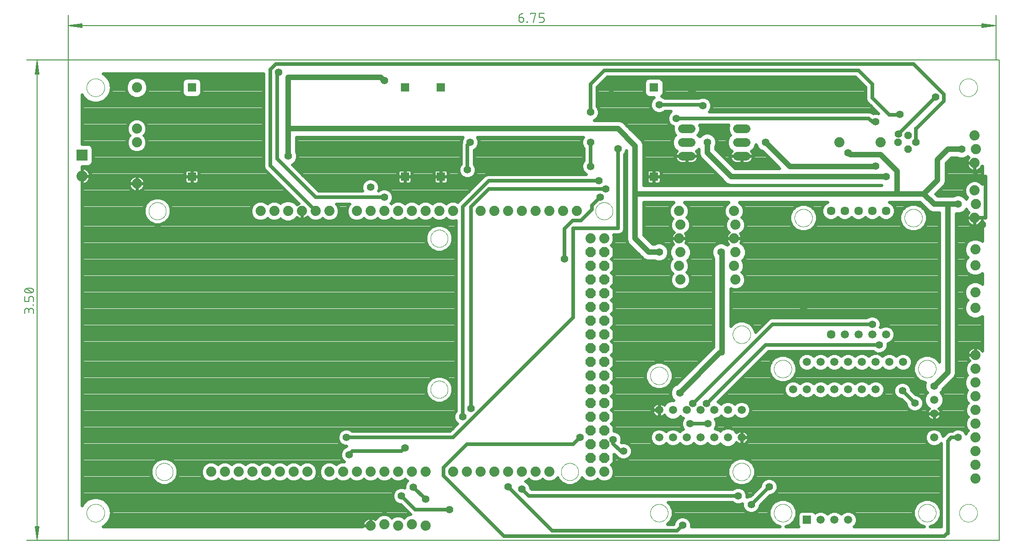
<source format=gtl>
G75*
%MOIN*%
%OFA0B0*%
%FSLAX25Y25*%
%IPPOS*%
%LPD*%
%AMOC8*
5,1,8,0,0,1.08239X$1,22.5*
%
%ADD10C,0.00600*%
%ADD11C,0.00512*%
%ADD12R,0.08000X0.08000*%
%ADD13C,0.08000*%
%ADD14R,0.05943X0.05943*%
%ADD15C,0.07400*%
%ADD16OC8,0.07400*%
%ADD17C,0.00000*%
%ADD18OC8,0.05600*%
%ADD19C,0.05943*%
%ADD20C,0.06400*%
%ADD21C,0.06337*%
%ADD22C,0.02400*%
%ADD23C,0.05540*%
%ADD24C,0.02500*%
%ADD25C,0.04000*%
D10*
X0050842Y0001300D02*
X0050842Y0351300D01*
X0728342Y0351300D01*
X0728342Y0001300D01*
X0050842Y0001300D01*
X0025780Y0166831D02*
X0025780Y0168609D01*
X0025778Y0168692D01*
X0025772Y0168775D01*
X0025762Y0168858D01*
X0025749Y0168941D01*
X0025731Y0169022D01*
X0025710Y0169103D01*
X0025685Y0169182D01*
X0025656Y0169260D01*
X0025624Y0169337D01*
X0025588Y0169412D01*
X0025549Y0169486D01*
X0025506Y0169557D01*
X0025460Y0169627D01*
X0025410Y0169694D01*
X0025358Y0169759D01*
X0025303Y0169821D01*
X0025244Y0169881D01*
X0025183Y0169938D01*
X0025120Y0169992D01*
X0025054Y0170043D01*
X0024985Y0170090D01*
X0024915Y0170135D01*
X0024842Y0170176D01*
X0024768Y0170213D01*
X0024692Y0170248D01*
X0024614Y0170278D01*
X0024536Y0170305D01*
X0024455Y0170328D01*
X0024374Y0170348D01*
X0024292Y0170363D01*
X0024210Y0170375D01*
X0024127Y0170383D01*
X0024044Y0170387D01*
X0023960Y0170387D01*
X0023877Y0170383D01*
X0023794Y0170375D01*
X0023712Y0170363D01*
X0023630Y0170348D01*
X0023549Y0170328D01*
X0023468Y0170305D01*
X0023390Y0170278D01*
X0023312Y0170248D01*
X0023236Y0170213D01*
X0023162Y0170176D01*
X0023089Y0170135D01*
X0023019Y0170090D01*
X0022950Y0170043D01*
X0022884Y0169992D01*
X0022821Y0169938D01*
X0022760Y0169881D01*
X0022701Y0169821D01*
X0022646Y0169759D01*
X0022594Y0169694D01*
X0022544Y0169627D01*
X0022498Y0169557D01*
X0022455Y0169486D01*
X0022416Y0169412D01*
X0022380Y0169337D01*
X0022348Y0169260D01*
X0022319Y0169182D01*
X0022294Y0169103D01*
X0022273Y0169022D01*
X0022255Y0168941D01*
X0022242Y0168858D01*
X0022232Y0168775D01*
X0022226Y0168692D01*
X0022224Y0168609D01*
X0022224Y0168964D02*
X0022224Y0167542D01*
X0022224Y0168964D02*
X0022222Y0169038D01*
X0022216Y0169113D01*
X0022206Y0169186D01*
X0022193Y0169260D01*
X0022176Y0169332D01*
X0022154Y0169403D01*
X0022130Y0169474D01*
X0022101Y0169542D01*
X0022069Y0169610D01*
X0022033Y0169675D01*
X0021995Y0169738D01*
X0021952Y0169800D01*
X0021907Y0169859D01*
X0021859Y0169916D01*
X0021808Y0169970D01*
X0021754Y0170021D01*
X0021697Y0170069D01*
X0021638Y0170114D01*
X0021576Y0170157D01*
X0021513Y0170195D01*
X0021448Y0170231D01*
X0021380Y0170263D01*
X0021312Y0170292D01*
X0021241Y0170316D01*
X0021170Y0170338D01*
X0021098Y0170355D01*
X0021024Y0170368D01*
X0020951Y0170378D01*
X0020876Y0170384D01*
X0020802Y0170386D01*
X0020728Y0170384D01*
X0020653Y0170378D01*
X0020580Y0170368D01*
X0020506Y0170355D01*
X0020434Y0170338D01*
X0020363Y0170316D01*
X0020292Y0170292D01*
X0020224Y0170263D01*
X0020156Y0170231D01*
X0020091Y0170195D01*
X0020028Y0170157D01*
X0019966Y0170114D01*
X0019907Y0170069D01*
X0019850Y0170021D01*
X0019796Y0169970D01*
X0019745Y0169916D01*
X0019697Y0169859D01*
X0019652Y0169800D01*
X0019609Y0169738D01*
X0019571Y0169675D01*
X0019535Y0169610D01*
X0019503Y0169542D01*
X0019474Y0169474D01*
X0019450Y0169403D01*
X0019428Y0169332D01*
X0019411Y0169260D01*
X0019398Y0169186D01*
X0019388Y0169113D01*
X0019382Y0169038D01*
X0019380Y0168964D01*
X0019380Y0166831D01*
X0025424Y0172739D02*
X0025424Y0173094D01*
X0025780Y0173094D01*
X0025780Y0172739D01*
X0025424Y0172739D01*
X0025780Y0175446D02*
X0025780Y0177580D01*
X0025778Y0177654D01*
X0025772Y0177729D01*
X0025762Y0177802D01*
X0025749Y0177876D01*
X0025732Y0177948D01*
X0025710Y0178019D01*
X0025686Y0178090D01*
X0025657Y0178158D01*
X0025625Y0178226D01*
X0025589Y0178291D01*
X0025551Y0178354D01*
X0025508Y0178416D01*
X0025463Y0178475D01*
X0025415Y0178532D01*
X0025364Y0178586D01*
X0025310Y0178637D01*
X0025253Y0178685D01*
X0025194Y0178730D01*
X0025132Y0178773D01*
X0025069Y0178811D01*
X0025004Y0178847D01*
X0024936Y0178879D01*
X0024868Y0178908D01*
X0024797Y0178932D01*
X0024726Y0178954D01*
X0024654Y0178971D01*
X0024580Y0178984D01*
X0024507Y0178994D01*
X0024432Y0179000D01*
X0024358Y0179002D01*
X0023647Y0179002D01*
X0024891Y0184623D02*
X0024764Y0184683D01*
X0024635Y0184739D01*
X0024505Y0184792D01*
X0024373Y0184842D01*
X0024240Y0184888D01*
X0024106Y0184930D01*
X0023971Y0184969D01*
X0023834Y0185005D01*
X0023697Y0185036D01*
X0023559Y0185064D01*
X0023421Y0185089D01*
X0023282Y0185109D01*
X0023142Y0185126D01*
X0023002Y0185139D01*
X0022861Y0185148D01*
X0022721Y0185154D01*
X0022580Y0185156D01*
X0022580Y0181601D02*
X0022439Y0181603D01*
X0022299Y0181609D01*
X0022158Y0181618D01*
X0022018Y0181631D01*
X0021878Y0181648D01*
X0021739Y0181668D01*
X0021601Y0181693D01*
X0021463Y0181721D01*
X0021326Y0181752D01*
X0021189Y0181788D01*
X0021054Y0181827D01*
X0020920Y0181869D01*
X0020787Y0181915D01*
X0020655Y0181965D01*
X0020525Y0182018D01*
X0020396Y0182074D01*
X0020269Y0182134D01*
X0020269Y0182133D02*
X0020203Y0182158D01*
X0020138Y0182186D01*
X0020074Y0182218D01*
X0020013Y0182253D01*
X0019953Y0182292D01*
X0019895Y0182333D01*
X0019840Y0182378D01*
X0019788Y0182426D01*
X0019738Y0182476D01*
X0019690Y0182529D01*
X0019646Y0182584D01*
X0019605Y0182642D01*
X0019567Y0182702D01*
X0019532Y0182764D01*
X0019501Y0182828D01*
X0019473Y0182893D01*
X0019448Y0182960D01*
X0019428Y0183027D01*
X0019411Y0183096D01*
X0019397Y0183166D01*
X0019388Y0183236D01*
X0019382Y0183307D01*
X0019380Y0183378D01*
X0019382Y0183449D01*
X0019388Y0183520D01*
X0019397Y0183590D01*
X0019411Y0183660D01*
X0019428Y0183729D01*
X0019448Y0183796D01*
X0019473Y0183863D01*
X0019501Y0183928D01*
X0019532Y0183992D01*
X0019567Y0184054D01*
X0019605Y0184114D01*
X0019646Y0184172D01*
X0019690Y0184227D01*
X0019738Y0184280D01*
X0019788Y0184330D01*
X0019840Y0184378D01*
X0019895Y0184423D01*
X0019953Y0184464D01*
X0020013Y0184503D01*
X0020074Y0184538D01*
X0020138Y0184570D01*
X0020203Y0184598D01*
X0020269Y0184623D01*
X0020802Y0184800D02*
X0024358Y0181956D01*
X0025780Y0183378D02*
X0025778Y0183449D01*
X0025772Y0183520D01*
X0025763Y0183590D01*
X0025749Y0183660D01*
X0025732Y0183729D01*
X0025712Y0183796D01*
X0025687Y0183863D01*
X0025659Y0183928D01*
X0025628Y0183992D01*
X0025593Y0184054D01*
X0025555Y0184114D01*
X0025514Y0184171D01*
X0025470Y0184227D01*
X0025422Y0184280D01*
X0025372Y0184330D01*
X0025320Y0184378D01*
X0025265Y0184423D01*
X0025207Y0184464D01*
X0025147Y0184503D01*
X0025086Y0184538D01*
X0025022Y0184570D01*
X0024957Y0184598D01*
X0024891Y0184623D01*
X0025780Y0183378D02*
X0025778Y0183307D01*
X0025772Y0183236D01*
X0025763Y0183166D01*
X0025749Y0183096D01*
X0025732Y0183027D01*
X0025712Y0182960D01*
X0025687Y0182893D01*
X0025659Y0182828D01*
X0025628Y0182764D01*
X0025593Y0182702D01*
X0025555Y0182642D01*
X0025514Y0182584D01*
X0025470Y0182529D01*
X0025422Y0182476D01*
X0025372Y0182426D01*
X0025320Y0182378D01*
X0025265Y0182333D01*
X0025207Y0182292D01*
X0025147Y0182253D01*
X0025086Y0182218D01*
X0025022Y0182186D01*
X0024957Y0182158D01*
X0024891Y0182133D01*
X0022580Y0185156D02*
X0022439Y0185154D01*
X0022299Y0185148D01*
X0022158Y0185139D01*
X0022018Y0185126D01*
X0021878Y0185109D01*
X0021739Y0185089D01*
X0021601Y0185064D01*
X0021463Y0185036D01*
X0021326Y0185005D01*
X0021189Y0184969D01*
X0021054Y0184930D01*
X0020920Y0184888D01*
X0020787Y0184842D01*
X0020655Y0184792D01*
X0020525Y0184739D01*
X0020396Y0184683D01*
X0020269Y0184623D01*
X0022580Y0181601D02*
X0022721Y0181603D01*
X0022861Y0181609D01*
X0023002Y0181618D01*
X0023142Y0181631D01*
X0023282Y0181648D01*
X0023421Y0181668D01*
X0023559Y0181693D01*
X0023697Y0181721D01*
X0023834Y0181752D01*
X0023971Y0181788D01*
X0024106Y0181827D01*
X0024240Y0181869D01*
X0024373Y0181915D01*
X0024505Y0181965D01*
X0024635Y0182018D01*
X0024764Y0182074D01*
X0024891Y0182134D01*
X0023647Y0179002D02*
X0023573Y0179000D01*
X0023498Y0178994D01*
X0023425Y0178984D01*
X0023351Y0178971D01*
X0023279Y0178954D01*
X0023208Y0178932D01*
X0023137Y0178908D01*
X0023069Y0178879D01*
X0023001Y0178847D01*
X0022936Y0178811D01*
X0022873Y0178773D01*
X0022811Y0178730D01*
X0022752Y0178685D01*
X0022695Y0178637D01*
X0022641Y0178586D01*
X0022590Y0178532D01*
X0022542Y0178475D01*
X0022497Y0178416D01*
X0022454Y0178354D01*
X0022416Y0178291D01*
X0022380Y0178226D01*
X0022348Y0178158D01*
X0022319Y0178090D01*
X0022295Y0178019D01*
X0022273Y0177948D01*
X0022256Y0177876D01*
X0022243Y0177802D01*
X0022233Y0177729D01*
X0022227Y0177654D01*
X0022225Y0177580D01*
X0022224Y0177580D02*
X0022224Y0175446D01*
X0019380Y0175446D01*
X0019380Y0179002D01*
X0378873Y0380640D02*
X0378873Y0382417D01*
X0381006Y0382417D01*
X0378873Y0382417D02*
X0378875Y0382523D01*
X0378881Y0382630D01*
X0378891Y0382735D01*
X0378905Y0382841D01*
X0378923Y0382946D01*
X0378944Y0383050D01*
X0378970Y0383153D01*
X0378999Y0383255D01*
X0379033Y0383356D01*
X0379070Y0383456D01*
X0379110Y0383554D01*
X0379155Y0383651D01*
X0379203Y0383746D01*
X0379254Y0383839D01*
X0379309Y0383930D01*
X0379367Y0384019D01*
X0379429Y0384106D01*
X0379493Y0384190D01*
X0379561Y0384272D01*
X0379632Y0384351D01*
X0379706Y0384428D01*
X0379783Y0384502D01*
X0379862Y0384573D01*
X0379944Y0384641D01*
X0380028Y0384705D01*
X0380115Y0384767D01*
X0380204Y0384825D01*
X0380295Y0384880D01*
X0380388Y0384931D01*
X0380483Y0384979D01*
X0380580Y0385024D01*
X0380678Y0385064D01*
X0380778Y0385101D01*
X0380879Y0385135D01*
X0380981Y0385164D01*
X0381084Y0385190D01*
X0381188Y0385211D01*
X0381293Y0385229D01*
X0381399Y0385243D01*
X0381504Y0385253D01*
X0381611Y0385259D01*
X0381717Y0385261D01*
X0381006Y0382417D02*
X0381080Y0382415D01*
X0381155Y0382409D01*
X0381228Y0382399D01*
X0381302Y0382386D01*
X0381374Y0382369D01*
X0381445Y0382347D01*
X0381516Y0382323D01*
X0381584Y0382294D01*
X0381652Y0382262D01*
X0381717Y0382226D01*
X0381780Y0382188D01*
X0381842Y0382145D01*
X0381901Y0382100D01*
X0381958Y0382052D01*
X0382012Y0382001D01*
X0382063Y0381947D01*
X0382111Y0381890D01*
X0382156Y0381831D01*
X0382199Y0381769D01*
X0382237Y0381706D01*
X0382273Y0381641D01*
X0382305Y0381573D01*
X0382334Y0381505D01*
X0382358Y0381434D01*
X0382380Y0381363D01*
X0382397Y0381291D01*
X0382410Y0381217D01*
X0382420Y0381144D01*
X0382426Y0381069D01*
X0382428Y0380995D01*
X0382428Y0380640D01*
X0382426Y0380557D01*
X0382420Y0380474D01*
X0382410Y0380391D01*
X0382397Y0380308D01*
X0382379Y0380227D01*
X0382358Y0380146D01*
X0382333Y0380067D01*
X0382304Y0379989D01*
X0382272Y0379912D01*
X0382236Y0379837D01*
X0382197Y0379763D01*
X0382154Y0379692D01*
X0382108Y0379622D01*
X0382058Y0379555D01*
X0382006Y0379490D01*
X0381951Y0379428D01*
X0381892Y0379368D01*
X0381831Y0379311D01*
X0381768Y0379257D01*
X0381702Y0379206D01*
X0381633Y0379159D01*
X0381563Y0379114D01*
X0381490Y0379073D01*
X0381416Y0379036D01*
X0381340Y0379001D01*
X0381262Y0378971D01*
X0381184Y0378944D01*
X0381103Y0378921D01*
X0381022Y0378901D01*
X0380940Y0378886D01*
X0380858Y0378874D01*
X0380775Y0378866D01*
X0380692Y0378862D01*
X0380608Y0378862D01*
X0380525Y0378866D01*
X0380442Y0378874D01*
X0380360Y0378886D01*
X0380278Y0378901D01*
X0380197Y0378921D01*
X0380116Y0378944D01*
X0380038Y0378971D01*
X0379960Y0379001D01*
X0379884Y0379036D01*
X0379810Y0379073D01*
X0379737Y0379114D01*
X0379667Y0379159D01*
X0379598Y0379206D01*
X0379532Y0379257D01*
X0379469Y0379311D01*
X0379408Y0379368D01*
X0379349Y0379428D01*
X0379294Y0379490D01*
X0379242Y0379555D01*
X0379192Y0379622D01*
X0379146Y0379692D01*
X0379103Y0379763D01*
X0379064Y0379837D01*
X0379028Y0379912D01*
X0378996Y0379989D01*
X0378967Y0380067D01*
X0378942Y0380146D01*
X0378921Y0380227D01*
X0378903Y0380308D01*
X0378890Y0380391D01*
X0378880Y0380474D01*
X0378874Y0380557D01*
X0378872Y0380640D01*
X0384780Y0379217D02*
X0385136Y0379217D01*
X0385136Y0378862D01*
X0384780Y0378862D01*
X0384780Y0379217D01*
X0389266Y0378862D02*
X0391044Y0385262D01*
X0387488Y0385262D01*
X0387488Y0384551D01*
X0393642Y0385262D02*
X0397198Y0385262D01*
X0395776Y0382417D02*
X0393642Y0382417D01*
X0393642Y0385262D01*
X0395776Y0382417D02*
X0395850Y0382415D01*
X0395925Y0382409D01*
X0395998Y0382399D01*
X0396072Y0382386D01*
X0396144Y0382369D01*
X0396215Y0382347D01*
X0396286Y0382323D01*
X0396354Y0382294D01*
X0396422Y0382262D01*
X0396487Y0382226D01*
X0396550Y0382188D01*
X0396612Y0382145D01*
X0396671Y0382100D01*
X0396728Y0382052D01*
X0396782Y0382001D01*
X0396833Y0381947D01*
X0396881Y0381890D01*
X0396926Y0381831D01*
X0396969Y0381769D01*
X0397007Y0381706D01*
X0397043Y0381641D01*
X0397075Y0381573D01*
X0397104Y0381505D01*
X0397128Y0381434D01*
X0397150Y0381363D01*
X0397167Y0381291D01*
X0397180Y0381217D01*
X0397190Y0381144D01*
X0397196Y0381069D01*
X0397198Y0380995D01*
X0397198Y0380284D01*
X0397196Y0380210D01*
X0397190Y0380135D01*
X0397180Y0380062D01*
X0397167Y0379988D01*
X0397150Y0379916D01*
X0397128Y0379845D01*
X0397104Y0379774D01*
X0397075Y0379706D01*
X0397043Y0379638D01*
X0397007Y0379573D01*
X0396969Y0379510D01*
X0396926Y0379448D01*
X0396881Y0379389D01*
X0396833Y0379332D01*
X0396782Y0379278D01*
X0396728Y0379227D01*
X0396671Y0379179D01*
X0396612Y0379134D01*
X0396550Y0379091D01*
X0396487Y0379053D01*
X0396422Y0379017D01*
X0396354Y0378985D01*
X0396286Y0378956D01*
X0396215Y0378932D01*
X0396144Y0378910D01*
X0396072Y0378893D01*
X0395998Y0378880D01*
X0395925Y0378870D01*
X0395850Y0378864D01*
X0395776Y0378862D01*
X0393642Y0378862D01*
D11*
X0050842Y0001300D02*
X0020665Y0001300D01*
X0028342Y0001556D02*
X0029365Y0011536D01*
X0029599Y0011536D02*
X0028342Y0001556D01*
X0027318Y0011536D01*
X0027085Y0011536D02*
X0029599Y0011536D01*
X0028854Y0011536D02*
X0028342Y0001556D01*
X0027830Y0011536D01*
X0027085Y0011536D02*
X0028342Y0001556D01*
X0028342Y0351044D01*
X0029365Y0341064D01*
X0029599Y0341064D02*
X0028342Y0351044D01*
X0027318Y0341064D01*
X0027085Y0341064D02*
X0029599Y0341064D01*
X0028854Y0341064D02*
X0028342Y0351044D01*
X0027830Y0341064D01*
X0027085Y0341064D02*
X0028342Y0351044D01*
X0020665Y0351300D02*
X0050842Y0351300D01*
X0050842Y0383977D01*
X0051098Y0376300D02*
X0061078Y0375276D01*
X0061078Y0375043D02*
X0051098Y0376300D01*
X0061078Y0377324D01*
X0061078Y0377557D02*
X0061078Y0375043D01*
X0061078Y0375788D02*
X0051098Y0376300D01*
X0061078Y0376812D01*
X0061078Y0377557D02*
X0051098Y0376300D01*
X0725586Y0376300D01*
X0715606Y0375276D01*
X0715606Y0375043D02*
X0725586Y0376300D01*
X0715606Y0377324D01*
X0715606Y0377557D02*
X0715606Y0375043D01*
X0715606Y0375788D02*
X0725586Y0376300D01*
X0715606Y0376812D01*
X0715606Y0377557D02*
X0725586Y0376300D01*
X0725842Y0383977D02*
X0725842Y0351300D01*
D12*
X0060842Y0282000D03*
D13*
X0060842Y0266820D03*
D14*
X0140842Y0266300D03*
X0140842Y0331300D03*
X0295842Y0331300D03*
X0322092Y0331300D03*
X0322092Y0266300D03*
X0295842Y0266300D03*
X0477092Y0266300D03*
X0477092Y0331300D03*
X0588342Y0016300D03*
D15*
X0710842Y0046300D03*
X0710842Y0056300D03*
X0710842Y0066300D03*
X0710842Y0076300D03*
X0710842Y0086300D03*
X0710842Y0096300D03*
X0710842Y0106300D03*
X0710842Y0116300D03*
X0710842Y0126300D03*
X0710842Y0136300D03*
X0710842Y0170600D03*
X0710842Y0182000D03*
X0710842Y0201850D03*
X0710842Y0213250D03*
X0710342Y0236300D03*
X0711342Y0246300D03*
X0710342Y0256300D03*
X0710342Y0276300D03*
X0711342Y0286300D03*
X0710342Y0296300D03*
X0642092Y0291300D03*
X0612092Y0291300D03*
X0535342Y0241300D03*
X0536342Y0231300D03*
X0535342Y0221300D03*
X0536342Y0211300D03*
X0535342Y0201300D03*
X0536342Y0191300D03*
X0496342Y0191300D03*
X0495342Y0201300D03*
X0496342Y0211300D03*
X0495342Y0221300D03*
X0496342Y0231300D03*
X0495342Y0241300D03*
X0440842Y0221300D03*
X0430842Y0221300D03*
X0420842Y0241300D03*
X0410842Y0241300D03*
X0400842Y0241300D03*
X0390842Y0241300D03*
X0380842Y0241300D03*
X0370842Y0241300D03*
X0360842Y0241300D03*
X0350842Y0241300D03*
X0330842Y0241300D03*
X0320842Y0241300D03*
X0310842Y0241300D03*
X0300842Y0241300D03*
X0290842Y0241300D03*
X0280842Y0241300D03*
X0270842Y0241300D03*
X0260842Y0241300D03*
X0240842Y0241300D03*
X0230842Y0241300D03*
X0220842Y0241300D03*
X0210842Y0241300D03*
X0200842Y0241300D03*
X0190842Y0241300D03*
X0100842Y0261300D03*
X0100842Y0291300D03*
X0100842Y0301300D03*
X0100842Y0331300D03*
X0154842Y0051300D03*
X0164842Y0051300D03*
X0174842Y0051300D03*
X0184842Y0051300D03*
X0194842Y0051300D03*
X0204842Y0051300D03*
X0214842Y0051300D03*
X0224842Y0051300D03*
X0240842Y0051300D03*
X0250842Y0051300D03*
X0260842Y0051300D03*
X0270842Y0051300D03*
X0280842Y0051300D03*
X0290842Y0051300D03*
X0300842Y0051300D03*
X0310842Y0051300D03*
X0330842Y0051300D03*
X0340842Y0051300D03*
X0350842Y0051300D03*
X0360842Y0051300D03*
X0370842Y0051300D03*
X0380842Y0051300D03*
X0390842Y0051300D03*
X0400842Y0051300D03*
X0430842Y0051300D03*
X0440842Y0051300D03*
X0310842Y0012050D03*
X0300842Y0013050D03*
X0290842Y0012050D03*
X0280842Y0013050D03*
X0270842Y0012050D03*
D16*
X0430842Y0061300D03*
X0440842Y0061300D03*
X0440842Y0071300D03*
X0430842Y0071300D03*
X0430842Y0081300D03*
X0440842Y0081300D03*
X0440842Y0091300D03*
X0430842Y0091300D03*
X0430842Y0101300D03*
X0440842Y0101300D03*
X0440842Y0111300D03*
X0430842Y0111300D03*
X0430842Y0121300D03*
X0440842Y0121300D03*
X0440842Y0131300D03*
X0430842Y0131300D03*
X0430842Y0141300D03*
X0440842Y0141300D03*
X0440842Y0151300D03*
X0430842Y0151300D03*
X0430842Y0161300D03*
X0440842Y0161300D03*
X0440842Y0171300D03*
X0430842Y0171300D03*
X0430842Y0181300D03*
X0440842Y0181300D03*
X0440842Y0191300D03*
X0430842Y0191300D03*
X0430842Y0201300D03*
X0440842Y0201300D03*
X0440842Y0211300D03*
X0430842Y0211300D03*
D17*
X0434543Y0241300D02*
X0434545Y0241458D01*
X0434551Y0241616D01*
X0434561Y0241774D01*
X0434575Y0241932D01*
X0434593Y0242089D01*
X0434614Y0242246D01*
X0434640Y0242402D01*
X0434670Y0242558D01*
X0434703Y0242713D01*
X0434741Y0242866D01*
X0434782Y0243019D01*
X0434827Y0243171D01*
X0434876Y0243322D01*
X0434929Y0243471D01*
X0434985Y0243619D01*
X0435045Y0243765D01*
X0435109Y0243910D01*
X0435177Y0244053D01*
X0435248Y0244195D01*
X0435322Y0244335D01*
X0435400Y0244472D01*
X0435482Y0244608D01*
X0435566Y0244742D01*
X0435655Y0244873D01*
X0435746Y0245002D01*
X0435841Y0245129D01*
X0435938Y0245254D01*
X0436039Y0245376D01*
X0436143Y0245495D01*
X0436250Y0245612D01*
X0436360Y0245726D01*
X0436473Y0245837D01*
X0436588Y0245946D01*
X0436706Y0246051D01*
X0436827Y0246153D01*
X0436950Y0246253D01*
X0437076Y0246349D01*
X0437204Y0246442D01*
X0437334Y0246532D01*
X0437467Y0246618D01*
X0437602Y0246702D01*
X0437738Y0246781D01*
X0437877Y0246858D01*
X0438018Y0246930D01*
X0438160Y0247000D01*
X0438304Y0247065D01*
X0438450Y0247127D01*
X0438597Y0247185D01*
X0438746Y0247240D01*
X0438896Y0247291D01*
X0439047Y0247338D01*
X0439199Y0247381D01*
X0439352Y0247420D01*
X0439507Y0247456D01*
X0439662Y0247487D01*
X0439818Y0247515D01*
X0439974Y0247539D01*
X0440131Y0247559D01*
X0440289Y0247575D01*
X0440446Y0247587D01*
X0440605Y0247595D01*
X0440763Y0247599D01*
X0440921Y0247599D01*
X0441079Y0247595D01*
X0441238Y0247587D01*
X0441395Y0247575D01*
X0441553Y0247559D01*
X0441710Y0247539D01*
X0441866Y0247515D01*
X0442022Y0247487D01*
X0442177Y0247456D01*
X0442332Y0247420D01*
X0442485Y0247381D01*
X0442637Y0247338D01*
X0442788Y0247291D01*
X0442938Y0247240D01*
X0443087Y0247185D01*
X0443234Y0247127D01*
X0443380Y0247065D01*
X0443524Y0247000D01*
X0443666Y0246930D01*
X0443807Y0246858D01*
X0443946Y0246781D01*
X0444082Y0246702D01*
X0444217Y0246618D01*
X0444350Y0246532D01*
X0444480Y0246442D01*
X0444608Y0246349D01*
X0444734Y0246253D01*
X0444857Y0246153D01*
X0444978Y0246051D01*
X0445096Y0245946D01*
X0445211Y0245837D01*
X0445324Y0245726D01*
X0445434Y0245612D01*
X0445541Y0245495D01*
X0445645Y0245376D01*
X0445746Y0245254D01*
X0445843Y0245129D01*
X0445938Y0245002D01*
X0446029Y0244873D01*
X0446118Y0244742D01*
X0446202Y0244608D01*
X0446284Y0244472D01*
X0446362Y0244335D01*
X0446436Y0244195D01*
X0446507Y0244053D01*
X0446575Y0243910D01*
X0446639Y0243765D01*
X0446699Y0243619D01*
X0446755Y0243471D01*
X0446808Y0243322D01*
X0446857Y0243171D01*
X0446902Y0243019D01*
X0446943Y0242866D01*
X0446981Y0242713D01*
X0447014Y0242558D01*
X0447044Y0242402D01*
X0447070Y0242246D01*
X0447091Y0242089D01*
X0447109Y0241932D01*
X0447123Y0241774D01*
X0447133Y0241616D01*
X0447139Y0241458D01*
X0447141Y0241300D01*
X0447139Y0241142D01*
X0447133Y0240984D01*
X0447123Y0240826D01*
X0447109Y0240668D01*
X0447091Y0240511D01*
X0447070Y0240354D01*
X0447044Y0240198D01*
X0447014Y0240042D01*
X0446981Y0239887D01*
X0446943Y0239734D01*
X0446902Y0239581D01*
X0446857Y0239429D01*
X0446808Y0239278D01*
X0446755Y0239129D01*
X0446699Y0238981D01*
X0446639Y0238835D01*
X0446575Y0238690D01*
X0446507Y0238547D01*
X0446436Y0238405D01*
X0446362Y0238265D01*
X0446284Y0238128D01*
X0446202Y0237992D01*
X0446118Y0237858D01*
X0446029Y0237727D01*
X0445938Y0237598D01*
X0445843Y0237471D01*
X0445746Y0237346D01*
X0445645Y0237224D01*
X0445541Y0237105D01*
X0445434Y0236988D01*
X0445324Y0236874D01*
X0445211Y0236763D01*
X0445096Y0236654D01*
X0444978Y0236549D01*
X0444857Y0236447D01*
X0444734Y0236347D01*
X0444608Y0236251D01*
X0444480Y0236158D01*
X0444350Y0236068D01*
X0444217Y0235982D01*
X0444082Y0235898D01*
X0443946Y0235819D01*
X0443807Y0235742D01*
X0443666Y0235670D01*
X0443524Y0235600D01*
X0443380Y0235535D01*
X0443234Y0235473D01*
X0443087Y0235415D01*
X0442938Y0235360D01*
X0442788Y0235309D01*
X0442637Y0235262D01*
X0442485Y0235219D01*
X0442332Y0235180D01*
X0442177Y0235144D01*
X0442022Y0235113D01*
X0441866Y0235085D01*
X0441710Y0235061D01*
X0441553Y0235041D01*
X0441395Y0235025D01*
X0441238Y0235013D01*
X0441079Y0235005D01*
X0440921Y0235001D01*
X0440763Y0235001D01*
X0440605Y0235005D01*
X0440446Y0235013D01*
X0440289Y0235025D01*
X0440131Y0235041D01*
X0439974Y0235061D01*
X0439818Y0235085D01*
X0439662Y0235113D01*
X0439507Y0235144D01*
X0439352Y0235180D01*
X0439199Y0235219D01*
X0439047Y0235262D01*
X0438896Y0235309D01*
X0438746Y0235360D01*
X0438597Y0235415D01*
X0438450Y0235473D01*
X0438304Y0235535D01*
X0438160Y0235600D01*
X0438018Y0235670D01*
X0437877Y0235742D01*
X0437738Y0235819D01*
X0437602Y0235898D01*
X0437467Y0235982D01*
X0437334Y0236068D01*
X0437204Y0236158D01*
X0437076Y0236251D01*
X0436950Y0236347D01*
X0436827Y0236447D01*
X0436706Y0236549D01*
X0436588Y0236654D01*
X0436473Y0236763D01*
X0436360Y0236874D01*
X0436250Y0236988D01*
X0436143Y0237105D01*
X0436039Y0237224D01*
X0435938Y0237346D01*
X0435841Y0237471D01*
X0435746Y0237598D01*
X0435655Y0237727D01*
X0435566Y0237858D01*
X0435482Y0237992D01*
X0435400Y0238128D01*
X0435322Y0238265D01*
X0435248Y0238405D01*
X0435177Y0238547D01*
X0435109Y0238690D01*
X0435045Y0238835D01*
X0434985Y0238981D01*
X0434929Y0239129D01*
X0434876Y0239278D01*
X0434827Y0239429D01*
X0434782Y0239581D01*
X0434741Y0239734D01*
X0434703Y0239887D01*
X0434670Y0240042D01*
X0434640Y0240198D01*
X0434614Y0240354D01*
X0434593Y0240511D01*
X0434575Y0240668D01*
X0434561Y0240826D01*
X0434551Y0240984D01*
X0434545Y0241142D01*
X0434543Y0241300D01*
X0314543Y0221300D02*
X0314545Y0221458D01*
X0314551Y0221616D01*
X0314561Y0221774D01*
X0314575Y0221932D01*
X0314593Y0222089D01*
X0314614Y0222246D01*
X0314640Y0222402D01*
X0314670Y0222558D01*
X0314703Y0222713D01*
X0314741Y0222866D01*
X0314782Y0223019D01*
X0314827Y0223171D01*
X0314876Y0223322D01*
X0314929Y0223471D01*
X0314985Y0223619D01*
X0315045Y0223765D01*
X0315109Y0223910D01*
X0315177Y0224053D01*
X0315248Y0224195D01*
X0315322Y0224335D01*
X0315400Y0224472D01*
X0315482Y0224608D01*
X0315566Y0224742D01*
X0315655Y0224873D01*
X0315746Y0225002D01*
X0315841Y0225129D01*
X0315938Y0225254D01*
X0316039Y0225376D01*
X0316143Y0225495D01*
X0316250Y0225612D01*
X0316360Y0225726D01*
X0316473Y0225837D01*
X0316588Y0225946D01*
X0316706Y0226051D01*
X0316827Y0226153D01*
X0316950Y0226253D01*
X0317076Y0226349D01*
X0317204Y0226442D01*
X0317334Y0226532D01*
X0317467Y0226618D01*
X0317602Y0226702D01*
X0317738Y0226781D01*
X0317877Y0226858D01*
X0318018Y0226930D01*
X0318160Y0227000D01*
X0318304Y0227065D01*
X0318450Y0227127D01*
X0318597Y0227185D01*
X0318746Y0227240D01*
X0318896Y0227291D01*
X0319047Y0227338D01*
X0319199Y0227381D01*
X0319352Y0227420D01*
X0319507Y0227456D01*
X0319662Y0227487D01*
X0319818Y0227515D01*
X0319974Y0227539D01*
X0320131Y0227559D01*
X0320289Y0227575D01*
X0320446Y0227587D01*
X0320605Y0227595D01*
X0320763Y0227599D01*
X0320921Y0227599D01*
X0321079Y0227595D01*
X0321238Y0227587D01*
X0321395Y0227575D01*
X0321553Y0227559D01*
X0321710Y0227539D01*
X0321866Y0227515D01*
X0322022Y0227487D01*
X0322177Y0227456D01*
X0322332Y0227420D01*
X0322485Y0227381D01*
X0322637Y0227338D01*
X0322788Y0227291D01*
X0322938Y0227240D01*
X0323087Y0227185D01*
X0323234Y0227127D01*
X0323380Y0227065D01*
X0323524Y0227000D01*
X0323666Y0226930D01*
X0323807Y0226858D01*
X0323946Y0226781D01*
X0324082Y0226702D01*
X0324217Y0226618D01*
X0324350Y0226532D01*
X0324480Y0226442D01*
X0324608Y0226349D01*
X0324734Y0226253D01*
X0324857Y0226153D01*
X0324978Y0226051D01*
X0325096Y0225946D01*
X0325211Y0225837D01*
X0325324Y0225726D01*
X0325434Y0225612D01*
X0325541Y0225495D01*
X0325645Y0225376D01*
X0325746Y0225254D01*
X0325843Y0225129D01*
X0325938Y0225002D01*
X0326029Y0224873D01*
X0326118Y0224742D01*
X0326202Y0224608D01*
X0326284Y0224472D01*
X0326362Y0224335D01*
X0326436Y0224195D01*
X0326507Y0224053D01*
X0326575Y0223910D01*
X0326639Y0223765D01*
X0326699Y0223619D01*
X0326755Y0223471D01*
X0326808Y0223322D01*
X0326857Y0223171D01*
X0326902Y0223019D01*
X0326943Y0222866D01*
X0326981Y0222713D01*
X0327014Y0222558D01*
X0327044Y0222402D01*
X0327070Y0222246D01*
X0327091Y0222089D01*
X0327109Y0221932D01*
X0327123Y0221774D01*
X0327133Y0221616D01*
X0327139Y0221458D01*
X0327141Y0221300D01*
X0327139Y0221142D01*
X0327133Y0220984D01*
X0327123Y0220826D01*
X0327109Y0220668D01*
X0327091Y0220511D01*
X0327070Y0220354D01*
X0327044Y0220198D01*
X0327014Y0220042D01*
X0326981Y0219887D01*
X0326943Y0219734D01*
X0326902Y0219581D01*
X0326857Y0219429D01*
X0326808Y0219278D01*
X0326755Y0219129D01*
X0326699Y0218981D01*
X0326639Y0218835D01*
X0326575Y0218690D01*
X0326507Y0218547D01*
X0326436Y0218405D01*
X0326362Y0218265D01*
X0326284Y0218128D01*
X0326202Y0217992D01*
X0326118Y0217858D01*
X0326029Y0217727D01*
X0325938Y0217598D01*
X0325843Y0217471D01*
X0325746Y0217346D01*
X0325645Y0217224D01*
X0325541Y0217105D01*
X0325434Y0216988D01*
X0325324Y0216874D01*
X0325211Y0216763D01*
X0325096Y0216654D01*
X0324978Y0216549D01*
X0324857Y0216447D01*
X0324734Y0216347D01*
X0324608Y0216251D01*
X0324480Y0216158D01*
X0324350Y0216068D01*
X0324217Y0215982D01*
X0324082Y0215898D01*
X0323946Y0215819D01*
X0323807Y0215742D01*
X0323666Y0215670D01*
X0323524Y0215600D01*
X0323380Y0215535D01*
X0323234Y0215473D01*
X0323087Y0215415D01*
X0322938Y0215360D01*
X0322788Y0215309D01*
X0322637Y0215262D01*
X0322485Y0215219D01*
X0322332Y0215180D01*
X0322177Y0215144D01*
X0322022Y0215113D01*
X0321866Y0215085D01*
X0321710Y0215061D01*
X0321553Y0215041D01*
X0321395Y0215025D01*
X0321238Y0215013D01*
X0321079Y0215005D01*
X0320921Y0215001D01*
X0320763Y0215001D01*
X0320605Y0215005D01*
X0320446Y0215013D01*
X0320289Y0215025D01*
X0320131Y0215041D01*
X0319974Y0215061D01*
X0319818Y0215085D01*
X0319662Y0215113D01*
X0319507Y0215144D01*
X0319352Y0215180D01*
X0319199Y0215219D01*
X0319047Y0215262D01*
X0318896Y0215309D01*
X0318746Y0215360D01*
X0318597Y0215415D01*
X0318450Y0215473D01*
X0318304Y0215535D01*
X0318160Y0215600D01*
X0318018Y0215670D01*
X0317877Y0215742D01*
X0317738Y0215819D01*
X0317602Y0215898D01*
X0317467Y0215982D01*
X0317334Y0216068D01*
X0317204Y0216158D01*
X0317076Y0216251D01*
X0316950Y0216347D01*
X0316827Y0216447D01*
X0316706Y0216549D01*
X0316588Y0216654D01*
X0316473Y0216763D01*
X0316360Y0216874D01*
X0316250Y0216988D01*
X0316143Y0217105D01*
X0316039Y0217224D01*
X0315938Y0217346D01*
X0315841Y0217471D01*
X0315746Y0217598D01*
X0315655Y0217727D01*
X0315566Y0217858D01*
X0315482Y0217992D01*
X0315400Y0218128D01*
X0315322Y0218265D01*
X0315248Y0218405D01*
X0315177Y0218547D01*
X0315109Y0218690D01*
X0315045Y0218835D01*
X0314985Y0218981D01*
X0314929Y0219129D01*
X0314876Y0219278D01*
X0314827Y0219429D01*
X0314782Y0219581D01*
X0314741Y0219734D01*
X0314703Y0219887D01*
X0314670Y0220042D01*
X0314640Y0220198D01*
X0314614Y0220354D01*
X0314593Y0220511D01*
X0314575Y0220668D01*
X0314561Y0220826D01*
X0314551Y0220984D01*
X0314545Y0221142D01*
X0314543Y0221300D01*
X0474417Y0121300D02*
X0474419Y0121460D01*
X0474425Y0121620D01*
X0474435Y0121780D01*
X0474449Y0121940D01*
X0474467Y0122099D01*
X0474489Y0122258D01*
X0474515Y0122416D01*
X0474544Y0122573D01*
X0474578Y0122730D01*
X0474616Y0122885D01*
X0474657Y0123040D01*
X0474702Y0123194D01*
X0474752Y0123346D01*
X0474804Y0123497D01*
X0474861Y0123647D01*
X0474922Y0123796D01*
X0474986Y0123943D01*
X0475053Y0124088D01*
X0475125Y0124231D01*
X0475199Y0124373D01*
X0475278Y0124513D01*
X0475360Y0124650D01*
X0475445Y0124786D01*
X0475533Y0124919D01*
X0475625Y0125051D01*
X0475720Y0125179D01*
X0475819Y0125306D01*
X0475920Y0125430D01*
X0476025Y0125551D01*
X0476132Y0125670D01*
X0476243Y0125786D01*
X0476356Y0125899D01*
X0476472Y0126010D01*
X0476591Y0126117D01*
X0476712Y0126222D01*
X0476836Y0126323D01*
X0476963Y0126422D01*
X0477091Y0126517D01*
X0477223Y0126609D01*
X0477356Y0126697D01*
X0477492Y0126782D01*
X0477630Y0126864D01*
X0477769Y0126943D01*
X0477911Y0127017D01*
X0478054Y0127089D01*
X0478199Y0127156D01*
X0478346Y0127220D01*
X0478495Y0127281D01*
X0478645Y0127338D01*
X0478796Y0127390D01*
X0478948Y0127440D01*
X0479102Y0127485D01*
X0479257Y0127526D01*
X0479412Y0127564D01*
X0479569Y0127598D01*
X0479726Y0127627D01*
X0479884Y0127653D01*
X0480043Y0127675D01*
X0480202Y0127693D01*
X0480362Y0127707D01*
X0480522Y0127717D01*
X0480682Y0127723D01*
X0480842Y0127725D01*
X0481002Y0127723D01*
X0481162Y0127717D01*
X0481322Y0127707D01*
X0481482Y0127693D01*
X0481641Y0127675D01*
X0481800Y0127653D01*
X0481958Y0127627D01*
X0482115Y0127598D01*
X0482272Y0127564D01*
X0482427Y0127526D01*
X0482582Y0127485D01*
X0482736Y0127440D01*
X0482888Y0127390D01*
X0483039Y0127338D01*
X0483189Y0127281D01*
X0483338Y0127220D01*
X0483485Y0127156D01*
X0483630Y0127089D01*
X0483773Y0127017D01*
X0483915Y0126943D01*
X0484055Y0126864D01*
X0484192Y0126782D01*
X0484328Y0126697D01*
X0484461Y0126609D01*
X0484593Y0126517D01*
X0484721Y0126422D01*
X0484848Y0126323D01*
X0484972Y0126222D01*
X0485093Y0126117D01*
X0485212Y0126010D01*
X0485328Y0125899D01*
X0485441Y0125786D01*
X0485552Y0125670D01*
X0485659Y0125551D01*
X0485764Y0125430D01*
X0485865Y0125306D01*
X0485964Y0125179D01*
X0486059Y0125051D01*
X0486151Y0124919D01*
X0486239Y0124786D01*
X0486324Y0124650D01*
X0486406Y0124512D01*
X0486485Y0124373D01*
X0486559Y0124231D01*
X0486631Y0124088D01*
X0486698Y0123943D01*
X0486762Y0123796D01*
X0486823Y0123647D01*
X0486880Y0123497D01*
X0486932Y0123346D01*
X0486982Y0123194D01*
X0487027Y0123040D01*
X0487068Y0122885D01*
X0487106Y0122730D01*
X0487140Y0122573D01*
X0487169Y0122416D01*
X0487195Y0122258D01*
X0487217Y0122099D01*
X0487235Y0121940D01*
X0487249Y0121780D01*
X0487259Y0121620D01*
X0487265Y0121460D01*
X0487267Y0121300D01*
X0487265Y0121140D01*
X0487259Y0120980D01*
X0487249Y0120820D01*
X0487235Y0120660D01*
X0487217Y0120501D01*
X0487195Y0120342D01*
X0487169Y0120184D01*
X0487140Y0120027D01*
X0487106Y0119870D01*
X0487068Y0119715D01*
X0487027Y0119560D01*
X0486982Y0119406D01*
X0486932Y0119254D01*
X0486880Y0119103D01*
X0486823Y0118953D01*
X0486762Y0118804D01*
X0486698Y0118657D01*
X0486631Y0118512D01*
X0486559Y0118369D01*
X0486485Y0118227D01*
X0486406Y0118087D01*
X0486324Y0117950D01*
X0486239Y0117814D01*
X0486151Y0117681D01*
X0486059Y0117549D01*
X0485964Y0117421D01*
X0485865Y0117294D01*
X0485764Y0117170D01*
X0485659Y0117049D01*
X0485552Y0116930D01*
X0485441Y0116814D01*
X0485328Y0116701D01*
X0485212Y0116590D01*
X0485093Y0116483D01*
X0484972Y0116378D01*
X0484848Y0116277D01*
X0484721Y0116178D01*
X0484593Y0116083D01*
X0484461Y0115991D01*
X0484328Y0115903D01*
X0484192Y0115818D01*
X0484054Y0115736D01*
X0483915Y0115657D01*
X0483773Y0115583D01*
X0483630Y0115511D01*
X0483485Y0115444D01*
X0483338Y0115380D01*
X0483189Y0115319D01*
X0483039Y0115262D01*
X0482888Y0115210D01*
X0482736Y0115160D01*
X0482582Y0115115D01*
X0482427Y0115074D01*
X0482272Y0115036D01*
X0482115Y0115002D01*
X0481958Y0114973D01*
X0481800Y0114947D01*
X0481641Y0114925D01*
X0481482Y0114907D01*
X0481322Y0114893D01*
X0481162Y0114883D01*
X0481002Y0114877D01*
X0480842Y0114875D01*
X0480682Y0114877D01*
X0480522Y0114883D01*
X0480362Y0114893D01*
X0480202Y0114907D01*
X0480043Y0114925D01*
X0479884Y0114947D01*
X0479726Y0114973D01*
X0479569Y0115002D01*
X0479412Y0115036D01*
X0479257Y0115074D01*
X0479102Y0115115D01*
X0478948Y0115160D01*
X0478796Y0115210D01*
X0478645Y0115262D01*
X0478495Y0115319D01*
X0478346Y0115380D01*
X0478199Y0115444D01*
X0478054Y0115511D01*
X0477911Y0115583D01*
X0477769Y0115657D01*
X0477629Y0115736D01*
X0477492Y0115818D01*
X0477356Y0115903D01*
X0477223Y0115991D01*
X0477091Y0116083D01*
X0476963Y0116178D01*
X0476836Y0116277D01*
X0476712Y0116378D01*
X0476591Y0116483D01*
X0476472Y0116590D01*
X0476356Y0116701D01*
X0476243Y0116814D01*
X0476132Y0116930D01*
X0476025Y0117049D01*
X0475920Y0117170D01*
X0475819Y0117294D01*
X0475720Y0117421D01*
X0475625Y0117549D01*
X0475533Y0117681D01*
X0475445Y0117814D01*
X0475360Y0117950D01*
X0475278Y0118088D01*
X0475199Y0118227D01*
X0475125Y0118369D01*
X0475053Y0118512D01*
X0474986Y0118657D01*
X0474922Y0118804D01*
X0474861Y0118953D01*
X0474804Y0119103D01*
X0474752Y0119254D01*
X0474702Y0119406D01*
X0474657Y0119560D01*
X0474616Y0119715D01*
X0474578Y0119870D01*
X0474544Y0120027D01*
X0474515Y0120184D01*
X0474489Y0120342D01*
X0474467Y0120501D01*
X0474449Y0120660D01*
X0474435Y0120820D01*
X0474425Y0120980D01*
X0474419Y0121140D01*
X0474417Y0121300D01*
X0534417Y0151300D02*
X0534419Y0151460D01*
X0534425Y0151620D01*
X0534435Y0151780D01*
X0534449Y0151940D01*
X0534467Y0152099D01*
X0534489Y0152258D01*
X0534515Y0152416D01*
X0534544Y0152573D01*
X0534578Y0152730D01*
X0534616Y0152885D01*
X0534657Y0153040D01*
X0534702Y0153194D01*
X0534752Y0153346D01*
X0534804Y0153497D01*
X0534861Y0153647D01*
X0534922Y0153796D01*
X0534986Y0153943D01*
X0535053Y0154088D01*
X0535125Y0154231D01*
X0535199Y0154373D01*
X0535278Y0154513D01*
X0535360Y0154650D01*
X0535445Y0154786D01*
X0535533Y0154919D01*
X0535625Y0155051D01*
X0535720Y0155179D01*
X0535819Y0155306D01*
X0535920Y0155430D01*
X0536025Y0155551D01*
X0536132Y0155670D01*
X0536243Y0155786D01*
X0536356Y0155899D01*
X0536472Y0156010D01*
X0536591Y0156117D01*
X0536712Y0156222D01*
X0536836Y0156323D01*
X0536963Y0156422D01*
X0537091Y0156517D01*
X0537223Y0156609D01*
X0537356Y0156697D01*
X0537492Y0156782D01*
X0537630Y0156864D01*
X0537769Y0156943D01*
X0537911Y0157017D01*
X0538054Y0157089D01*
X0538199Y0157156D01*
X0538346Y0157220D01*
X0538495Y0157281D01*
X0538645Y0157338D01*
X0538796Y0157390D01*
X0538948Y0157440D01*
X0539102Y0157485D01*
X0539257Y0157526D01*
X0539412Y0157564D01*
X0539569Y0157598D01*
X0539726Y0157627D01*
X0539884Y0157653D01*
X0540043Y0157675D01*
X0540202Y0157693D01*
X0540362Y0157707D01*
X0540522Y0157717D01*
X0540682Y0157723D01*
X0540842Y0157725D01*
X0541002Y0157723D01*
X0541162Y0157717D01*
X0541322Y0157707D01*
X0541482Y0157693D01*
X0541641Y0157675D01*
X0541800Y0157653D01*
X0541958Y0157627D01*
X0542115Y0157598D01*
X0542272Y0157564D01*
X0542427Y0157526D01*
X0542582Y0157485D01*
X0542736Y0157440D01*
X0542888Y0157390D01*
X0543039Y0157338D01*
X0543189Y0157281D01*
X0543338Y0157220D01*
X0543485Y0157156D01*
X0543630Y0157089D01*
X0543773Y0157017D01*
X0543915Y0156943D01*
X0544055Y0156864D01*
X0544192Y0156782D01*
X0544328Y0156697D01*
X0544461Y0156609D01*
X0544593Y0156517D01*
X0544721Y0156422D01*
X0544848Y0156323D01*
X0544972Y0156222D01*
X0545093Y0156117D01*
X0545212Y0156010D01*
X0545328Y0155899D01*
X0545441Y0155786D01*
X0545552Y0155670D01*
X0545659Y0155551D01*
X0545764Y0155430D01*
X0545865Y0155306D01*
X0545964Y0155179D01*
X0546059Y0155051D01*
X0546151Y0154919D01*
X0546239Y0154786D01*
X0546324Y0154650D01*
X0546406Y0154512D01*
X0546485Y0154373D01*
X0546559Y0154231D01*
X0546631Y0154088D01*
X0546698Y0153943D01*
X0546762Y0153796D01*
X0546823Y0153647D01*
X0546880Y0153497D01*
X0546932Y0153346D01*
X0546982Y0153194D01*
X0547027Y0153040D01*
X0547068Y0152885D01*
X0547106Y0152730D01*
X0547140Y0152573D01*
X0547169Y0152416D01*
X0547195Y0152258D01*
X0547217Y0152099D01*
X0547235Y0151940D01*
X0547249Y0151780D01*
X0547259Y0151620D01*
X0547265Y0151460D01*
X0547267Y0151300D01*
X0547265Y0151140D01*
X0547259Y0150980D01*
X0547249Y0150820D01*
X0547235Y0150660D01*
X0547217Y0150501D01*
X0547195Y0150342D01*
X0547169Y0150184D01*
X0547140Y0150027D01*
X0547106Y0149870D01*
X0547068Y0149715D01*
X0547027Y0149560D01*
X0546982Y0149406D01*
X0546932Y0149254D01*
X0546880Y0149103D01*
X0546823Y0148953D01*
X0546762Y0148804D01*
X0546698Y0148657D01*
X0546631Y0148512D01*
X0546559Y0148369D01*
X0546485Y0148227D01*
X0546406Y0148087D01*
X0546324Y0147950D01*
X0546239Y0147814D01*
X0546151Y0147681D01*
X0546059Y0147549D01*
X0545964Y0147421D01*
X0545865Y0147294D01*
X0545764Y0147170D01*
X0545659Y0147049D01*
X0545552Y0146930D01*
X0545441Y0146814D01*
X0545328Y0146701D01*
X0545212Y0146590D01*
X0545093Y0146483D01*
X0544972Y0146378D01*
X0544848Y0146277D01*
X0544721Y0146178D01*
X0544593Y0146083D01*
X0544461Y0145991D01*
X0544328Y0145903D01*
X0544192Y0145818D01*
X0544054Y0145736D01*
X0543915Y0145657D01*
X0543773Y0145583D01*
X0543630Y0145511D01*
X0543485Y0145444D01*
X0543338Y0145380D01*
X0543189Y0145319D01*
X0543039Y0145262D01*
X0542888Y0145210D01*
X0542736Y0145160D01*
X0542582Y0145115D01*
X0542427Y0145074D01*
X0542272Y0145036D01*
X0542115Y0145002D01*
X0541958Y0144973D01*
X0541800Y0144947D01*
X0541641Y0144925D01*
X0541482Y0144907D01*
X0541322Y0144893D01*
X0541162Y0144883D01*
X0541002Y0144877D01*
X0540842Y0144875D01*
X0540682Y0144877D01*
X0540522Y0144883D01*
X0540362Y0144893D01*
X0540202Y0144907D01*
X0540043Y0144925D01*
X0539884Y0144947D01*
X0539726Y0144973D01*
X0539569Y0145002D01*
X0539412Y0145036D01*
X0539257Y0145074D01*
X0539102Y0145115D01*
X0538948Y0145160D01*
X0538796Y0145210D01*
X0538645Y0145262D01*
X0538495Y0145319D01*
X0538346Y0145380D01*
X0538199Y0145444D01*
X0538054Y0145511D01*
X0537911Y0145583D01*
X0537769Y0145657D01*
X0537629Y0145736D01*
X0537492Y0145818D01*
X0537356Y0145903D01*
X0537223Y0145991D01*
X0537091Y0146083D01*
X0536963Y0146178D01*
X0536836Y0146277D01*
X0536712Y0146378D01*
X0536591Y0146483D01*
X0536472Y0146590D01*
X0536356Y0146701D01*
X0536243Y0146814D01*
X0536132Y0146930D01*
X0536025Y0147049D01*
X0535920Y0147170D01*
X0535819Y0147294D01*
X0535720Y0147421D01*
X0535625Y0147549D01*
X0535533Y0147681D01*
X0535445Y0147814D01*
X0535360Y0147950D01*
X0535278Y0148088D01*
X0535199Y0148227D01*
X0535125Y0148369D01*
X0535053Y0148512D01*
X0534986Y0148657D01*
X0534922Y0148804D01*
X0534861Y0148953D01*
X0534804Y0149103D01*
X0534752Y0149254D01*
X0534702Y0149406D01*
X0534657Y0149560D01*
X0534616Y0149715D01*
X0534578Y0149870D01*
X0534544Y0150027D01*
X0534515Y0150184D01*
X0534489Y0150342D01*
X0534467Y0150501D01*
X0534449Y0150660D01*
X0534435Y0150820D01*
X0534425Y0150980D01*
X0534419Y0151140D01*
X0534417Y0151300D01*
X0564417Y0126300D02*
X0564419Y0126460D01*
X0564425Y0126620D01*
X0564435Y0126780D01*
X0564449Y0126940D01*
X0564467Y0127099D01*
X0564489Y0127258D01*
X0564515Y0127416D01*
X0564544Y0127573D01*
X0564578Y0127730D01*
X0564616Y0127885D01*
X0564657Y0128040D01*
X0564702Y0128194D01*
X0564752Y0128346D01*
X0564804Y0128497D01*
X0564861Y0128647D01*
X0564922Y0128796D01*
X0564986Y0128943D01*
X0565053Y0129088D01*
X0565125Y0129231D01*
X0565199Y0129373D01*
X0565278Y0129513D01*
X0565360Y0129650D01*
X0565445Y0129786D01*
X0565533Y0129919D01*
X0565625Y0130051D01*
X0565720Y0130179D01*
X0565819Y0130306D01*
X0565920Y0130430D01*
X0566025Y0130551D01*
X0566132Y0130670D01*
X0566243Y0130786D01*
X0566356Y0130899D01*
X0566472Y0131010D01*
X0566591Y0131117D01*
X0566712Y0131222D01*
X0566836Y0131323D01*
X0566963Y0131422D01*
X0567091Y0131517D01*
X0567223Y0131609D01*
X0567356Y0131697D01*
X0567492Y0131782D01*
X0567630Y0131864D01*
X0567769Y0131943D01*
X0567911Y0132017D01*
X0568054Y0132089D01*
X0568199Y0132156D01*
X0568346Y0132220D01*
X0568495Y0132281D01*
X0568645Y0132338D01*
X0568796Y0132390D01*
X0568948Y0132440D01*
X0569102Y0132485D01*
X0569257Y0132526D01*
X0569412Y0132564D01*
X0569569Y0132598D01*
X0569726Y0132627D01*
X0569884Y0132653D01*
X0570043Y0132675D01*
X0570202Y0132693D01*
X0570362Y0132707D01*
X0570522Y0132717D01*
X0570682Y0132723D01*
X0570842Y0132725D01*
X0571002Y0132723D01*
X0571162Y0132717D01*
X0571322Y0132707D01*
X0571482Y0132693D01*
X0571641Y0132675D01*
X0571800Y0132653D01*
X0571958Y0132627D01*
X0572115Y0132598D01*
X0572272Y0132564D01*
X0572427Y0132526D01*
X0572582Y0132485D01*
X0572736Y0132440D01*
X0572888Y0132390D01*
X0573039Y0132338D01*
X0573189Y0132281D01*
X0573338Y0132220D01*
X0573485Y0132156D01*
X0573630Y0132089D01*
X0573773Y0132017D01*
X0573915Y0131943D01*
X0574055Y0131864D01*
X0574192Y0131782D01*
X0574328Y0131697D01*
X0574461Y0131609D01*
X0574593Y0131517D01*
X0574721Y0131422D01*
X0574848Y0131323D01*
X0574972Y0131222D01*
X0575093Y0131117D01*
X0575212Y0131010D01*
X0575328Y0130899D01*
X0575441Y0130786D01*
X0575552Y0130670D01*
X0575659Y0130551D01*
X0575764Y0130430D01*
X0575865Y0130306D01*
X0575964Y0130179D01*
X0576059Y0130051D01*
X0576151Y0129919D01*
X0576239Y0129786D01*
X0576324Y0129650D01*
X0576406Y0129512D01*
X0576485Y0129373D01*
X0576559Y0129231D01*
X0576631Y0129088D01*
X0576698Y0128943D01*
X0576762Y0128796D01*
X0576823Y0128647D01*
X0576880Y0128497D01*
X0576932Y0128346D01*
X0576982Y0128194D01*
X0577027Y0128040D01*
X0577068Y0127885D01*
X0577106Y0127730D01*
X0577140Y0127573D01*
X0577169Y0127416D01*
X0577195Y0127258D01*
X0577217Y0127099D01*
X0577235Y0126940D01*
X0577249Y0126780D01*
X0577259Y0126620D01*
X0577265Y0126460D01*
X0577267Y0126300D01*
X0577265Y0126140D01*
X0577259Y0125980D01*
X0577249Y0125820D01*
X0577235Y0125660D01*
X0577217Y0125501D01*
X0577195Y0125342D01*
X0577169Y0125184D01*
X0577140Y0125027D01*
X0577106Y0124870D01*
X0577068Y0124715D01*
X0577027Y0124560D01*
X0576982Y0124406D01*
X0576932Y0124254D01*
X0576880Y0124103D01*
X0576823Y0123953D01*
X0576762Y0123804D01*
X0576698Y0123657D01*
X0576631Y0123512D01*
X0576559Y0123369D01*
X0576485Y0123227D01*
X0576406Y0123087D01*
X0576324Y0122950D01*
X0576239Y0122814D01*
X0576151Y0122681D01*
X0576059Y0122549D01*
X0575964Y0122421D01*
X0575865Y0122294D01*
X0575764Y0122170D01*
X0575659Y0122049D01*
X0575552Y0121930D01*
X0575441Y0121814D01*
X0575328Y0121701D01*
X0575212Y0121590D01*
X0575093Y0121483D01*
X0574972Y0121378D01*
X0574848Y0121277D01*
X0574721Y0121178D01*
X0574593Y0121083D01*
X0574461Y0120991D01*
X0574328Y0120903D01*
X0574192Y0120818D01*
X0574054Y0120736D01*
X0573915Y0120657D01*
X0573773Y0120583D01*
X0573630Y0120511D01*
X0573485Y0120444D01*
X0573338Y0120380D01*
X0573189Y0120319D01*
X0573039Y0120262D01*
X0572888Y0120210D01*
X0572736Y0120160D01*
X0572582Y0120115D01*
X0572427Y0120074D01*
X0572272Y0120036D01*
X0572115Y0120002D01*
X0571958Y0119973D01*
X0571800Y0119947D01*
X0571641Y0119925D01*
X0571482Y0119907D01*
X0571322Y0119893D01*
X0571162Y0119883D01*
X0571002Y0119877D01*
X0570842Y0119875D01*
X0570682Y0119877D01*
X0570522Y0119883D01*
X0570362Y0119893D01*
X0570202Y0119907D01*
X0570043Y0119925D01*
X0569884Y0119947D01*
X0569726Y0119973D01*
X0569569Y0120002D01*
X0569412Y0120036D01*
X0569257Y0120074D01*
X0569102Y0120115D01*
X0568948Y0120160D01*
X0568796Y0120210D01*
X0568645Y0120262D01*
X0568495Y0120319D01*
X0568346Y0120380D01*
X0568199Y0120444D01*
X0568054Y0120511D01*
X0567911Y0120583D01*
X0567769Y0120657D01*
X0567629Y0120736D01*
X0567492Y0120818D01*
X0567356Y0120903D01*
X0567223Y0120991D01*
X0567091Y0121083D01*
X0566963Y0121178D01*
X0566836Y0121277D01*
X0566712Y0121378D01*
X0566591Y0121483D01*
X0566472Y0121590D01*
X0566356Y0121701D01*
X0566243Y0121814D01*
X0566132Y0121930D01*
X0566025Y0122049D01*
X0565920Y0122170D01*
X0565819Y0122294D01*
X0565720Y0122421D01*
X0565625Y0122549D01*
X0565533Y0122681D01*
X0565445Y0122814D01*
X0565360Y0122950D01*
X0565278Y0123088D01*
X0565199Y0123227D01*
X0565125Y0123369D01*
X0565053Y0123512D01*
X0564986Y0123657D01*
X0564922Y0123804D01*
X0564861Y0123953D01*
X0564804Y0124103D01*
X0564752Y0124254D01*
X0564702Y0124406D01*
X0564657Y0124560D01*
X0564616Y0124715D01*
X0564578Y0124870D01*
X0564544Y0125027D01*
X0564515Y0125184D01*
X0564489Y0125342D01*
X0564467Y0125501D01*
X0564449Y0125660D01*
X0564435Y0125820D01*
X0564425Y0125980D01*
X0564419Y0126140D01*
X0564417Y0126300D01*
X0669417Y0126300D02*
X0669419Y0126460D01*
X0669425Y0126620D01*
X0669435Y0126780D01*
X0669449Y0126940D01*
X0669467Y0127099D01*
X0669489Y0127258D01*
X0669515Y0127416D01*
X0669544Y0127573D01*
X0669578Y0127730D01*
X0669616Y0127885D01*
X0669657Y0128040D01*
X0669702Y0128194D01*
X0669752Y0128346D01*
X0669804Y0128497D01*
X0669861Y0128647D01*
X0669922Y0128796D01*
X0669986Y0128943D01*
X0670053Y0129088D01*
X0670125Y0129231D01*
X0670199Y0129373D01*
X0670278Y0129513D01*
X0670360Y0129650D01*
X0670445Y0129786D01*
X0670533Y0129919D01*
X0670625Y0130051D01*
X0670720Y0130179D01*
X0670819Y0130306D01*
X0670920Y0130430D01*
X0671025Y0130551D01*
X0671132Y0130670D01*
X0671243Y0130786D01*
X0671356Y0130899D01*
X0671472Y0131010D01*
X0671591Y0131117D01*
X0671712Y0131222D01*
X0671836Y0131323D01*
X0671963Y0131422D01*
X0672091Y0131517D01*
X0672223Y0131609D01*
X0672356Y0131697D01*
X0672492Y0131782D01*
X0672630Y0131864D01*
X0672769Y0131943D01*
X0672911Y0132017D01*
X0673054Y0132089D01*
X0673199Y0132156D01*
X0673346Y0132220D01*
X0673495Y0132281D01*
X0673645Y0132338D01*
X0673796Y0132390D01*
X0673948Y0132440D01*
X0674102Y0132485D01*
X0674257Y0132526D01*
X0674412Y0132564D01*
X0674569Y0132598D01*
X0674726Y0132627D01*
X0674884Y0132653D01*
X0675043Y0132675D01*
X0675202Y0132693D01*
X0675362Y0132707D01*
X0675522Y0132717D01*
X0675682Y0132723D01*
X0675842Y0132725D01*
X0676002Y0132723D01*
X0676162Y0132717D01*
X0676322Y0132707D01*
X0676482Y0132693D01*
X0676641Y0132675D01*
X0676800Y0132653D01*
X0676958Y0132627D01*
X0677115Y0132598D01*
X0677272Y0132564D01*
X0677427Y0132526D01*
X0677582Y0132485D01*
X0677736Y0132440D01*
X0677888Y0132390D01*
X0678039Y0132338D01*
X0678189Y0132281D01*
X0678338Y0132220D01*
X0678485Y0132156D01*
X0678630Y0132089D01*
X0678773Y0132017D01*
X0678915Y0131943D01*
X0679055Y0131864D01*
X0679192Y0131782D01*
X0679328Y0131697D01*
X0679461Y0131609D01*
X0679593Y0131517D01*
X0679721Y0131422D01*
X0679848Y0131323D01*
X0679972Y0131222D01*
X0680093Y0131117D01*
X0680212Y0131010D01*
X0680328Y0130899D01*
X0680441Y0130786D01*
X0680552Y0130670D01*
X0680659Y0130551D01*
X0680764Y0130430D01*
X0680865Y0130306D01*
X0680964Y0130179D01*
X0681059Y0130051D01*
X0681151Y0129919D01*
X0681239Y0129786D01*
X0681324Y0129650D01*
X0681406Y0129512D01*
X0681485Y0129373D01*
X0681559Y0129231D01*
X0681631Y0129088D01*
X0681698Y0128943D01*
X0681762Y0128796D01*
X0681823Y0128647D01*
X0681880Y0128497D01*
X0681932Y0128346D01*
X0681982Y0128194D01*
X0682027Y0128040D01*
X0682068Y0127885D01*
X0682106Y0127730D01*
X0682140Y0127573D01*
X0682169Y0127416D01*
X0682195Y0127258D01*
X0682217Y0127099D01*
X0682235Y0126940D01*
X0682249Y0126780D01*
X0682259Y0126620D01*
X0682265Y0126460D01*
X0682267Y0126300D01*
X0682265Y0126140D01*
X0682259Y0125980D01*
X0682249Y0125820D01*
X0682235Y0125660D01*
X0682217Y0125501D01*
X0682195Y0125342D01*
X0682169Y0125184D01*
X0682140Y0125027D01*
X0682106Y0124870D01*
X0682068Y0124715D01*
X0682027Y0124560D01*
X0681982Y0124406D01*
X0681932Y0124254D01*
X0681880Y0124103D01*
X0681823Y0123953D01*
X0681762Y0123804D01*
X0681698Y0123657D01*
X0681631Y0123512D01*
X0681559Y0123369D01*
X0681485Y0123227D01*
X0681406Y0123087D01*
X0681324Y0122950D01*
X0681239Y0122814D01*
X0681151Y0122681D01*
X0681059Y0122549D01*
X0680964Y0122421D01*
X0680865Y0122294D01*
X0680764Y0122170D01*
X0680659Y0122049D01*
X0680552Y0121930D01*
X0680441Y0121814D01*
X0680328Y0121701D01*
X0680212Y0121590D01*
X0680093Y0121483D01*
X0679972Y0121378D01*
X0679848Y0121277D01*
X0679721Y0121178D01*
X0679593Y0121083D01*
X0679461Y0120991D01*
X0679328Y0120903D01*
X0679192Y0120818D01*
X0679054Y0120736D01*
X0678915Y0120657D01*
X0678773Y0120583D01*
X0678630Y0120511D01*
X0678485Y0120444D01*
X0678338Y0120380D01*
X0678189Y0120319D01*
X0678039Y0120262D01*
X0677888Y0120210D01*
X0677736Y0120160D01*
X0677582Y0120115D01*
X0677427Y0120074D01*
X0677272Y0120036D01*
X0677115Y0120002D01*
X0676958Y0119973D01*
X0676800Y0119947D01*
X0676641Y0119925D01*
X0676482Y0119907D01*
X0676322Y0119893D01*
X0676162Y0119883D01*
X0676002Y0119877D01*
X0675842Y0119875D01*
X0675682Y0119877D01*
X0675522Y0119883D01*
X0675362Y0119893D01*
X0675202Y0119907D01*
X0675043Y0119925D01*
X0674884Y0119947D01*
X0674726Y0119973D01*
X0674569Y0120002D01*
X0674412Y0120036D01*
X0674257Y0120074D01*
X0674102Y0120115D01*
X0673948Y0120160D01*
X0673796Y0120210D01*
X0673645Y0120262D01*
X0673495Y0120319D01*
X0673346Y0120380D01*
X0673199Y0120444D01*
X0673054Y0120511D01*
X0672911Y0120583D01*
X0672769Y0120657D01*
X0672629Y0120736D01*
X0672492Y0120818D01*
X0672356Y0120903D01*
X0672223Y0120991D01*
X0672091Y0121083D01*
X0671963Y0121178D01*
X0671836Y0121277D01*
X0671712Y0121378D01*
X0671591Y0121483D01*
X0671472Y0121590D01*
X0671356Y0121701D01*
X0671243Y0121814D01*
X0671132Y0121930D01*
X0671025Y0122049D01*
X0670920Y0122170D01*
X0670819Y0122294D01*
X0670720Y0122421D01*
X0670625Y0122549D01*
X0670533Y0122681D01*
X0670445Y0122814D01*
X0670360Y0122950D01*
X0670278Y0123088D01*
X0670199Y0123227D01*
X0670125Y0123369D01*
X0670053Y0123512D01*
X0669986Y0123657D01*
X0669922Y0123804D01*
X0669861Y0123953D01*
X0669804Y0124103D01*
X0669752Y0124254D01*
X0669702Y0124406D01*
X0669657Y0124560D01*
X0669616Y0124715D01*
X0669578Y0124870D01*
X0669544Y0125027D01*
X0669515Y0125184D01*
X0669489Y0125342D01*
X0669467Y0125501D01*
X0669449Y0125660D01*
X0669435Y0125820D01*
X0669425Y0125980D01*
X0669419Y0126140D01*
X0669417Y0126300D01*
X0534417Y0051300D02*
X0534419Y0051460D01*
X0534425Y0051620D01*
X0534435Y0051780D01*
X0534449Y0051940D01*
X0534467Y0052099D01*
X0534489Y0052258D01*
X0534515Y0052416D01*
X0534544Y0052573D01*
X0534578Y0052730D01*
X0534616Y0052885D01*
X0534657Y0053040D01*
X0534702Y0053194D01*
X0534752Y0053346D01*
X0534804Y0053497D01*
X0534861Y0053647D01*
X0534922Y0053796D01*
X0534986Y0053943D01*
X0535053Y0054088D01*
X0535125Y0054231D01*
X0535199Y0054373D01*
X0535278Y0054513D01*
X0535360Y0054650D01*
X0535445Y0054786D01*
X0535533Y0054919D01*
X0535625Y0055051D01*
X0535720Y0055179D01*
X0535819Y0055306D01*
X0535920Y0055430D01*
X0536025Y0055551D01*
X0536132Y0055670D01*
X0536243Y0055786D01*
X0536356Y0055899D01*
X0536472Y0056010D01*
X0536591Y0056117D01*
X0536712Y0056222D01*
X0536836Y0056323D01*
X0536963Y0056422D01*
X0537091Y0056517D01*
X0537223Y0056609D01*
X0537356Y0056697D01*
X0537492Y0056782D01*
X0537630Y0056864D01*
X0537769Y0056943D01*
X0537911Y0057017D01*
X0538054Y0057089D01*
X0538199Y0057156D01*
X0538346Y0057220D01*
X0538495Y0057281D01*
X0538645Y0057338D01*
X0538796Y0057390D01*
X0538948Y0057440D01*
X0539102Y0057485D01*
X0539257Y0057526D01*
X0539412Y0057564D01*
X0539569Y0057598D01*
X0539726Y0057627D01*
X0539884Y0057653D01*
X0540043Y0057675D01*
X0540202Y0057693D01*
X0540362Y0057707D01*
X0540522Y0057717D01*
X0540682Y0057723D01*
X0540842Y0057725D01*
X0541002Y0057723D01*
X0541162Y0057717D01*
X0541322Y0057707D01*
X0541482Y0057693D01*
X0541641Y0057675D01*
X0541800Y0057653D01*
X0541958Y0057627D01*
X0542115Y0057598D01*
X0542272Y0057564D01*
X0542427Y0057526D01*
X0542582Y0057485D01*
X0542736Y0057440D01*
X0542888Y0057390D01*
X0543039Y0057338D01*
X0543189Y0057281D01*
X0543338Y0057220D01*
X0543485Y0057156D01*
X0543630Y0057089D01*
X0543773Y0057017D01*
X0543915Y0056943D01*
X0544055Y0056864D01*
X0544192Y0056782D01*
X0544328Y0056697D01*
X0544461Y0056609D01*
X0544593Y0056517D01*
X0544721Y0056422D01*
X0544848Y0056323D01*
X0544972Y0056222D01*
X0545093Y0056117D01*
X0545212Y0056010D01*
X0545328Y0055899D01*
X0545441Y0055786D01*
X0545552Y0055670D01*
X0545659Y0055551D01*
X0545764Y0055430D01*
X0545865Y0055306D01*
X0545964Y0055179D01*
X0546059Y0055051D01*
X0546151Y0054919D01*
X0546239Y0054786D01*
X0546324Y0054650D01*
X0546406Y0054512D01*
X0546485Y0054373D01*
X0546559Y0054231D01*
X0546631Y0054088D01*
X0546698Y0053943D01*
X0546762Y0053796D01*
X0546823Y0053647D01*
X0546880Y0053497D01*
X0546932Y0053346D01*
X0546982Y0053194D01*
X0547027Y0053040D01*
X0547068Y0052885D01*
X0547106Y0052730D01*
X0547140Y0052573D01*
X0547169Y0052416D01*
X0547195Y0052258D01*
X0547217Y0052099D01*
X0547235Y0051940D01*
X0547249Y0051780D01*
X0547259Y0051620D01*
X0547265Y0051460D01*
X0547267Y0051300D01*
X0547265Y0051140D01*
X0547259Y0050980D01*
X0547249Y0050820D01*
X0547235Y0050660D01*
X0547217Y0050501D01*
X0547195Y0050342D01*
X0547169Y0050184D01*
X0547140Y0050027D01*
X0547106Y0049870D01*
X0547068Y0049715D01*
X0547027Y0049560D01*
X0546982Y0049406D01*
X0546932Y0049254D01*
X0546880Y0049103D01*
X0546823Y0048953D01*
X0546762Y0048804D01*
X0546698Y0048657D01*
X0546631Y0048512D01*
X0546559Y0048369D01*
X0546485Y0048227D01*
X0546406Y0048087D01*
X0546324Y0047950D01*
X0546239Y0047814D01*
X0546151Y0047681D01*
X0546059Y0047549D01*
X0545964Y0047421D01*
X0545865Y0047294D01*
X0545764Y0047170D01*
X0545659Y0047049D01*
X0545552Y0046930D01*
X0545441Y0046814D01*
X0545328Y0046701D01*
X0545212Y0046590D01*
X0545093Y0046483D01*
X0544972Y0046378D01*
X0544848Y0046277D01*
X0544721Y0046178D01*
X0544593Y0046083D01*
X0544461Y0045991D01*
X0544328Y0045903D01*
X0544192Y0045818D01*
X0544054Y0045736D01*
X0543915Y0045657D01*
X0543773Y0045583D01*
X0543630Y0045511D01*
X0543485Y0045444D01*
X0543338Y0045380D01*
X0543189Y0045319D01*
X0543039Y0045262D01*
X0542888Y0045210D01*
X0542736Y0045160D01*
X0542582Y0045115D01*
X0542427Y0045074D01*
X0542272Y0045036D01*
X0542115Y0045002D01*
X0541958Y0044973D01*
X0541800Y0044947D01*
X0541641Y0044925D01*
X0541482Y0044907D01*
X0541322Y0044893D01*
X0541162Y0044883D01*
X0541002Y0044877D01*
X0540842Y0044875D01*
X0540682Y0044877D01*
X0540522Y0044883D01*
X0540362Y0044893D01*
X0540202Y0044907D01*
X0540043Y0044925D01*
X0539884Y0044947D01*
X0539726Y0044973D01*
X0539569Y0045002D01*
X0539412Y0045036D01*
X0539257Y0045074D01*
X0539102Y0045115D01*
X0538948Y0045160D01*
X0538796Y0045210D01*
X0538645Y0045262D01*
X0538495Y0045319D01*
X0538346Y0045380D01*
X0538199Y0045444D01*
X0538054Y0045511D01*
X0537911Y0045583D01*
X0537769Y0045657D01*
X0537629Y0045736D01*
X0537492Y0045818D01*
X0537356Y0045903D01*
X0537223Y0045991D01*
X0537091Y0046083D01*
X0536963Y0046178D01*
X0536836Y0046277D01*
X0536712Y0046378D01*
X0536591Y0046483D01*
X0536472Y0046590D01*
X0536356Y0046701D01*
X0536243Y0046814D01*
X0536132Y0046930D01*
X0536025Y0047049D01*
X0535920Y0047170D01*
X0535819Y0047294D01*
X0535720Y0047421D01*
X0535625Y0047549D01*
X0535533Y0047681D01*
X0535445Y0047814D01*
X0535360Y0047950D01*
X0535278Y0048088D01*
X0535199Y0048227D01*
X0535125Y0048369D01*
X0535053Y0048512D01*
X0534986Y0048657D01*
X0534922Y0048804D01*
X0534861Y0048953D01*
X0534804Y0049103D01*
X0534752Y0049254D01*
X0534702Y0049406D01*
X0534657Y0049560D01*
X0534616Y0049715D01*
X0534578Y0049870D01*
X0534544Y0050027D01*
X0534515Y0050184D01*
X0534489Y0050342D01*
X0534467Y0050501D01*
X0534449Y0050660D01*
X0534435Y0050820D01*
X0534425Y0050980D01*
X0534419Y0051140D01*
X0534417Y0051300D01*
X0564417Y0021300D02*
X0564419Y0021460D01*
X0564425Y0021620D01*
X0564435Y0021780D01*
X0564449Y0021940D01*
X0564467Y0022099D01*
X0564489Y0022258D01*
X0564515Y0022416D01*
X0564544Y0022573D01*
X0564578Y0022730D01*
X0564616Y0022885D01*
X0564657Y0023040D01*
X0564702Y0023194D01*
X0564752Y0023346D01*
X0564804Y0023497D01*
X0564861Y0023647D01*
X0564922Y0023796D01*
X0564986Y0023943D01*
X0565053Y0024088D01*
X0565125Y0024231D01*
X0565199Y0024373D01*
X0565278Y0024513D01*
X0565360Y0024650D01*
X0565445Y0024786D01*
X0565533Y0024919D01*
X0565625Y0025051D01*
X0565720Y0025179D01*
X0565819Y0025306D01*
X0565920Y0025430D01*
X0566025Y0025551D01*
X0566132Y0025670D01*
X0566243Y0025786D01*
X0566356Y0025899D01*
X0566472Y0026010D01*
X0566591Y0026117D01*
X0566712Y0026222D01*
X0566836Y0026323D01*
X0566963Y0026422D01*
X0567091Y0026517D01*
X0567223Y0026609D01*
X0567356Y0026697D01*
X0567492Y0026782D01*
X0567630Y0026864D01*
X0567769Y0026943D01*
X0567911Y0027017D01*
X0568054Y0027089D01*
X0568199Y0027156D01*
X0568346Y0027220D01*
X0568495Y0027281D01*
X0568645Y0027338D01*
X0568796Y0027390D01*
X0568948Y0027440D01*
X0569102Y0027485D01*
X0569257Y0027526D01*
X0569412Y0027564D01*
X0569569Y0027598D01*
X0569726Y0027627D01*
X0569884Y0027653D01*
X0570043Y0027675D01*
X0570202Y0027693D01*
X0570362Y0027707D01*
X0570522Y0027717D01*
X0570682Y0027723D01*
X0570842Y0027725D01*
X0571002Y0027723D01*
X0571162Y0027717D01*
X0571322Y0027707D01*
X0571482Y0027693D01*
X0571641Y0027675D01*
X0571800Y0027653D01*
X0571958Y0027627D01*
X0572115Y0027598D01*
X0572272Y0027564D01*
X0572427Y0027526D01*
X0572582Y0027485D01*
X0572736Y0027440D01*
X0572888Y0027390D01*
X0573039Y0027338D01*
X0573189Y0027281D01*
X0573338Y0027220D01*
X0573485Y0027156D01*
X0573630Y0027089D01*
X0573773Y0027017D01*
X0573915Y0026943D01*
X0574055Y0026864D01*
X0574192Y0026782D01*
X0574328Y0026697D01*
X0574461Y0026609D01*
X0574593Y0026517D01*
X0574721Y0026422D01*
X0574848Y0026323D01*
X0574972Y0026222D01*
X0575093Y0026117D01*
X0575212Y0026010D01*
X0575328Y0025899D01*
X0575441Y0025786D01*
X0575552Y0025670D01*
X0575659Y0025551D01*
X0575764Y0025430D01*
X0575865Y0025306D01*
X0575964Y0025179D01*
X0576059Y0025051D01*
X0576151Y0024919D01*
X0576239Y0024786D01*
X0576324Y0024650D01*
X0576406Y0024512D01*
X0576485Y0024373D01*
X0576559Y0024231D01*
X0576631Y0024088D01*
X0576698Y0023943D01*
X0576762Y0023796D01*
X0576823Y0023647D01*
X0576880Y0023497D01*
X0576932Y0023346D01*
X0576982Y0023194D01*
X0577027Y0023040D01*
X0577068Y0022885D01*
X0577106Y0022730D01*
X0577140Y0022573D01*
X0577169Y0022416D01*
X0577195Y0022258D01*
X0577217Y0022099D01*
X0577235Y0021940D01*
X0577249Y0021780D01*
X0577259Y0021620D01*
X0577265Y0021460D01*
X0577267Y0021300D01*
X0577265Y0021140D01*
X0577259Y0020980D01*
X0577249Y0020820D01*
X0577235Y0020660D01*
X0577217Y0020501D01*
X0577195Y0020342D01*
X0577169Y0020184D01*
X0577140Y0020027D01*
X0577106Y0019870D01*
X0577068Y0019715D01*
X0577027Y0019560D01*
X0576982Y0019406D01*
X0576932Y0019254D01*
X0576880Y0019103D01*
X0576823Y0018953D01*
X0576762Y0018804D01*
X0576698Y0018657D01*
X0576631Y0018512D01*
X0576559Y0018369D01*
X0576485Y0018227D01*
X0576406Y0018087D01*
X0576324Y0017950D01*
X0576239Y0017814D01*
X0576151Y0017681D01*
X0576059Y0017549D01*
X0575964Y0017421D01*
X0575865Y0017294D01*
X0575764Y0017170D01*
X0575659Y0017049D01*
X0575552Y0016930D01*
X0575441Y0016814D01*
X0575328Y0016701D01*
X0575212Y0016590D01*
X0575093Y0016483D01*
X0574972Y0016378D01*
X0574848Y0016277D01*
X0574721Y0016178D01*
X0574593Y0016083D01*
X0574461Y0015991D01*
X0574328Y0015903D01*
X0574192Y0015818D01*
X0574054Y0015736D01*
X0573915Y0015657D01*
X0573773Y0015583D01*
X0573630Y0015511D01*
X0573485Y0015444D01*
X0573338Y0015380D01*
X0573189Y0015319D01*
X0573039Y0015262D01*
X0572888Y0015210D01*
X0572736Y0015160D01*
X0572582Y0015115D01*
X0572427Y0015074D01*
X0572272Y0015036D01*
X0572115Y0015002D01*
X0571958Y0014973D01*
X0571800Y0014947D01*
X0571641Y0014925D01*
X0571482Y0014907D01*
X0571322Y0014893D01*
X0571162Y0014883D01*
X0571002Y0014877D01*
X0570842Y0014875D01*
X0570682Y0014877D01*
X0570522Y0014883D01*
X0570362Y0014893D01*
X0570202Y0014907D01*
X0570043Y0014925D01*
X0569884Y0014947D01*
X0569726Y0014973D01*
X0569569Y0015002D01*
X0569412Y0015036D01*
X0569257Y0015074D01*
X0569102Y0015115D01*
X0568948Y0015160D01*
X0568796Y0015210D01*
X0568645Y0015262D01*
X0568495Y0015319D01*
X0568346Y0015380D01*
X0568199Y0015444D01*
X0568054Y0015511D01*
X0567911Y0015583D01*
X0567769Y0015657D01*
X0567629Y0015736D01*
X0567492Y0015818D01*
X0567356Y0015903D01*
X0567223Y0015991D01*
X0567091Y0016083D01*
X0566963Y0016178D01*
X0566836Y0016277D01*
X0566712Y0016378D01*
X0566591Y0016483D01*
X0566472Y0016590D01*
X0566356Y0016701D01*
X0566243Y0016814D01*
X0566132Y0016930D01*
X0566025Y0017049D01*
X0565920Y0017170D01*
X0565819Y0017294D01*
X0565720Y0017421D01*
X0565625Y0017549D01*
X0565533Y0017681D01*
X0565445Y0017814D01*
X0565360Y0017950D01*
X0565278Y0018088D01*
X0565199Y0018227D01*
X0565125Y0018369D01*
X0565053Y0018512D01*
X0564986Y0018657D01*
X0564922Y0018804D01*
X0564861Y0018953D01*
X0564804Y0019103D01*
X0564752Y0019254D01*
X0564702Y0019406D01*
X0564657Y0019560D01*
X0564616Y0019715D01*
X0564578Y0019870D01*
X0564544Y0020027D01*
X0564515Y0020184D01*
X0564489Y0020342D01*
X0564467Y0020501D01*
X0564449Y0020660D01*
X0564435Y0020820D01*
X0564425Y0020980D01*
X0564419Y0021140D01*
X0564417Y0021300D01*
X0474417Y0021300D02*
X0474419Y0021460D01*
X0474425Y0021620D01*
X0474435Y0021780D01*
X0474449Y0021940D01*
X0474467Y0022099D01*
X0474489Y0022258D01*
X0474515Y0022416D01*
X0474544Y0022573D01*
X0474578Y0022730D01*
X0474616Y0022885D01*
X0474657Y0023040D01*
X0474702Y0023194D01*
X0474752Y0023346D01*
X0474804Y0023497D01*
X0474861Y0023647D01*
X0474922Y0023796D01*
X0474986Y0023943D01*
X0475053Y0024088D01*
X0475125Y0024231D01*
X0475199Y0024373D01*
X0475278Y0024513D01*
X0475360Y0024650D01*
X0475445Y0024786D01*
X0475533Y0024919D01*
X0475625Y0025051D01*
X0475720Y0025179D01*
X0475819Y0025306D01*
X0475920Y0025430D01*
X0476025Y0025551D01*
X0476132Y0025670D01*
X0476243Y0025786D01*
X0476356Y0025899D01*
X0476472Y0026010D01*
X0476591Y0026117D01*
X0476712Y0026222D01*
X0476836Y0026323D01*
X0476963Y0026422D01*
X0477091Y0026517D01*
X0477223Y0026609D01*
X0477356Y0026697D01*
X0477492Y0026782D01*
X0477630Y0026864D01*
X0477769Y0026943D01*
X0477911Y0027017D01*
X0478054Y0027089D01*
X0478199Y0027156D01*
X0478346Y0027220D01*
X0478495Y0027281D01*
X0478645Y0027338D01*
X0478796Y0027390D01*
X0478948Y0027440D01*
X0479102Y0027485D01*
X0479257Y0027526D01*
X0479412Y0027564D01*
X0479569Y0027598D01*
X0479726Y0027627D01*
X0479884Y0027653D01*
X0480043Y0027675D01*
X0480202Y0027693D01*
X0480362Y0027707D01*
X0480522Y0027717D01*
X0480682Y0027723D01*
X0480842Y0027725D01*
X0481002Y0027723D01*
X0481162Y0027717D01*
X0481322Y0027707D01*
X0481482Y0027693D01*
X0481641Y0027675D01*
X0481800Y0027653D01*
X0481958Y0027627D01*
X0482115Y0027598D01*
X0482272Y0027564D01*
X0482427Y0027526D01*
X0482582Y0027485D01*
X0482736Y0027440D01*
X0482888Y0027390D01*
X0483039Y0027338D01*
X0483189Y0027281D01*
X0483338Y0027220D01*
X0483485Y0027156D01*
X0483630Y0027089D01*
X0483773Y0027017D01*
X0483915Y0026943D01*
X0484055Y0026864D01*
X0484192Y0026782D01*
X0484328Y0026697D01*
X0484461Y0026609D01*
X0484593Y0026517D01*
X0484721Y0026422D01*
X0484848Y0026323D01*
X0484972Y0026222D01*
X0485093Y0026117D01*
X0485212Y0026010D01*
X0485328Y0025899D01*
X0485441Y0025786D01*
X0485552Y0025670D01*
X0485659Y0025551D01*
X0485764Y0025430D01*
X0485865Y0025306D01*
X0485964Y0025179D01*
X0486059Y0025051D01*
X0486151Y0024919D01*
X0486239Y0024786D01*
X0486324Y0024650D01*
X0486406Y0024512D01*
X0486485Y0024373D01*
X0486559Y0024231D01*
X0486631Y0024088D01*
X0486698Y0023943D01*
X0486762Y0023796D01*
X0486823Y0023647D01*
X0486880Y0023497D01*
X0486932Y0023346D01*
X0486982Y0023194D01*
X0487027Y0023040D01*
X0487068Y0022885D01*
X0487106Y0022730D01*
X0487140Y0022573D01*
X0487169Y0022416D01*
X0487195Y0022258D01*
X0487217Y0022099D01*
X0487235Y0021940D01*
X0487249Y0021780D01*
X0487259Y0021620D01*
X0487265Y0021460D01*
X0487267Y0021300D01*
X0487265Y0021140D01*
X0487259Y0020980D01*
X0487249Y0020820D01*
X0487235Y0020660D01*
X0487217Y0020501D01*
X0487195Y0020342D01*
X0487169Y0020184D01*
X0487140Y0020027D01*
X0487106Y0019870D01*
X0487068Y0019715D01*
X0487027Y0019560D01*
X0486982Y0019406D01*
X0486932Y0019254D01*
X0486880Y0019103D01*
X0486823Y0018953D01*
X0486762Y0018804D01*
X0486698Y0018657D01*
X0486631Y0018512D01*
X0486559Y0018369D01*
X0486485Y0018227D01*
X0486406Y0018087D01*
X0486324Y0017950D01*
X0486239Y0017814D01*
X0486151Y0017681D01*
X0486059Y0017549D01*
X0485964Y0017421D01*
X0485865Y0017294D01*
X0485764Y0017170D01*
X0485659Y0017049D01*
X0485552Y0016930D01*
X0485441Y0016814D01*
X0485328Y0016701D01*
X0485212Y0016590D01*
X0485093Y0016483D01*
X0484972Y0016378D01*
X0484848Y0016277D01*
X0484721Y0016178D01*
X0484593Y0016083D01*
X0484461Y0015991D01*
X0484328Y0015903D01*
X0484192Y0015818D01*
X0484054Y0015736D01*
X0483915Y0015657D01*
X0483773Y0015583D01*
X0483630Y0015511D01*
X0483485Y0015444D01*
X0483338Y0015380D01*
X0483189Y0015319D01*
X0483039Y0015262D01*
X0482888Y0015210D01*
X0482736Y0015160D01*
X0482582Y0015115D01*
X0482427Y0015074D01*
X0482272Y0015036D01*
X0482115Y0015002D01*
X0481958Y0014973D01*
X0481800Y0014947D01*
X0481641Y0014925D01*
X0481482Y0014907D01*
X0481322Y0014893D01*
X0481162Y0014883D01*
X0481002Y0014877D01*
X0480842Y0014875D01*
X0480682Y0014877D01*
X0480522Y0014883D01*
X0480362Y0014893D01*
X0480202Y0014907D01*
X0480043Y0014925D01*
X0479884Y0014947D01*
X0479726Y0014973D01*
X0479569Y0015002D01*
X0479412Y0015036D01*
X0479257Y0015074D01*
X0479102Y0015115D01*
X0478948Y0015160D01*
X0478796Y0015210D01*
X0478645Y0015262D01*
X0478495Y0015319D01*
X0478346Y0015380D01*
X0478199Y0015444D01*
X0478054Y0015511D01*
X0477911Y0015583D01*
X0477769Y0015657D01*
X0477629Y0015736D01*
X0477492Y0015818D01*
X0477356Y0015903D01*
X0477223Y0015991D01*
X0477091Y0016083D01*
X0476963Y0016178D01*
X0476836Y0016277D01*
X0476712Y0016378D01*
X0476591Y0016483D01*
X0476472Y0016590D01*
X0476356Y0016701D01*
X0476243Y0016814D01*
X0476132Y0016930D01*
X0476025Y0017049D01*
X0475920Y0017170D01*
X0475819Y0017294D01*
X0475720Y0017421D01*
X0475625Y0017549D01*
X0475533Y0017681D01*
X0475445Y0017814D01*
X0475360Y0017950D01*
X0475278Y0018088D01*
X0475199Y0018227D01*
X0475125Y0018369D01*
X0475053Y0018512D01*
X0474986Y0018657D01*
X0474922Y0018804D01*
X0474861Y0018953D01*
X0474804Y0019103D01*
X0474752Y0019254D01*
X0474702Y0019406D01*
X0474657Y0019560D01*
X0474616Y0019715D01*
X0474578Y0019870D01*
X0474544Y0020027D01*
X0474515Y0020184D01*
X0474489Y0020342D01*
X0474467Y0020501D01*
X0474449Y0020660D01*
X0474435Y0020820D01*
X0474425Y0020980D01*
X0474419Y0021140D01*
X0474417Y0021300D01*
X0409543Y0051300D02*
X0409545Y0051458D01*
X0409551Y0051616D01*
X0409561Y0051774D01*
X0409575Y0051932D01*
X0409593Y0052089D01*
X0409614Y0052246D01*
X0409640Y0052402D01*
X0409670Y0052558D01*
X0409703Y0052713D01*
X0409741Y0052866D01*
X0409782Y0053019D01*
X0409827Y0053171D01*
X0409876Y0053322D01*
X0409929Y0053471D01*
X0409985Y0053619D01*
X0410045Y0053765D01*
X0410109Y0053910D01*
X0410177Y0054053D01*
X0410248Y0054195D01*
X0410322Y0054335D01*
X0410400Y0054472D01*
X0410482Y0054608D01*
X0410566Y0054742D01*
X0410655Y0054873D01*
X0410746Y0055002D01*
X0410841Y0055129D01*
X0410938Y0055254D01*
X0411039Y0055376D01*
X0411143Y0055495D01*
X0411250Y0055612D01*
X0411360Y0055726D01*
X0411473Y0055837D01*
X0411588Y0055946D01*
X0411706Y0056051D01*
X0411827Y0056153D01*
X0411950Y0056253D01*
X0412076Y0056349D01*
X0412204Y0056442D01*
X0412334Y0056532D01*
X0412467Y0056618D01*
X0412602Y0056702D01*
X0412738Y0056781D01*
X0412877Y0056858D01*
X0413018Y0056930D01*
X0413160Y0057000D01*
X0413304Y0057065D01*
X0413450Y0057127D01*
X0413597Y0057185D01*
X0413746Y0057240D01*
X0413896Y0057291D01*
X0414047Y0057338D01*
X0414199Y0057381D01*
X0414352Y0057420D01*
X0414507Y0057456D01*
X0414662Y0057487D01*
X0414818Y0057515D01*
X0414974Y0057539D01*
X0415131Y0057559D01*
X0415289Y0057575D01*
X0415446Y0057587D01*
X0415605Y0057595D01*
X0415763Y0057599D01*
X0415921Y0057599D01*
X0416079Y0057595D01*
X0416238Y0057587D01*
X0416395Y0057575D01*
X0416553Y0057559D01*
X0416710Y0057539D01*
X0416866Y0057515D01*
X0417022Y0057487D01*
X0417177Y0057456D01*
X0417332Y0057420D01*
X0417485Y0057381D01*
X0417637Y0057338D01*
X0417788Y0057291D01*
X0417938Y0057240D01*
X0418087Y0057185D01*
X0418234Y0057127D01*
X0418380Y0057065D01*
X0418524Y0057000D01*
X0418666Y0056930D01*
X0418807Y0056858D01*
X0418946Y0056781D01*
X0419082Y0056702D01*
X0419217Y0056618D01*
X0419350Y0056532D01*
X0419480Y0056442D01*
X0419608Y0056349D01*
X0419734Y0056253D01*
X0419857Y0056153D01*
X0419978Y0056051D01*
X0420096Y0055946D01*
X0420211Y0055837D01*
X0420324Y0055726D01*
X0420434Y0055612D01*
X0420541Y0055495D01*
X0420645Y0055376D01*
X0420746Y0055254D01*
X0420843Y0055129D01*
X0420938Y0055002D01*
X0421029Y0054873D01*
X0421118Y0054742D01*
X0421202Y0054608D01*
X0421284Y0054472D01*
X0421362Y0054335D01*
X0421436Y0054195D01*
X0421507Y0054053D01*
X0421575Y0053910D01*
X0421639Y0053765D01*
X0421699Y0053619D01*
X0421755Y0053471D01*
X0421808Y0053322D01*
X0421857Y0053171D01*
X0421902Y0053019D01*
X0421943Y0052866D01*
X0421981Y0052713D01*
X0422014Y0052558D01*
X0422044Y0052402D01*
X0422070Y0052246D01*
X0422091Y0052089D01*
X0422109Y0051932D01*
X0422123Y0051774D01*
X0422133Y0051616D01*
X0422139Y0051458D01*
X0422141Y0051300D01*
X0422139Y0051142D01*
X0422133Y0050984D01*
X0422123Y0050826D01*
X0422109Y0050668D01*
X0422091Y0050511D01*
X0422070Y0050354D01*
X0422044Y0050198D01*
X0422014Y0050042D01*
X0421981Y0049887D01*
X0421943Y0049734D01*
X0421902Y0049581D01*
X0421857Y0049429D01*
X0421808Y0049278D01*
X0421755Y0049129D01*
X0421699Y0048981D01*
X0421639Y0048835D01*
X0421575Y0048690D01*
X0421507Y0048547D01*
X0421436Y0048405D01*
X0421362Y0048265D01*
X0421284Y0048128D01*
X0421202Y0047992D01*
X0421118Y0047858D01*
X0421029Y0047727D01*
X0420938Y0047598D01*
X0420843Y0047471D01*
X0420746Y0047346D01*
X0420645Y0047224D01*
X0420541Y0047105D01*
X0420434Y0046988D01*
X0420324Y0046874D01*
X0420211Y0046763D01*
X0420096Y0046654D01*
X0419978Y0046549D01*
X0419857Y0046447D01*
X0419734Y0046347D01*
X0419608Y0046251D01*
X0419480Y0046158D01*
X0419350Y0046068D01*
X0419217Y0045982D01*
X0419082Y0045898D01*
X0418946Y0045819D01*
X0418807Y0045742D01*
X0418666Y0045670D01*
X0418524Y0045600D01*
X0418380Y0045535D01*
X0418234Y0045473D01*
X0418087Y0045415D01*
X0417938Y0045360D01*
X0417788Y0045309D01*
X0417637Y0045262D01*
X0417485Y0045219D01*
X0417332Y0045180D01*
X0417177Y0045144D01*
X0417022Y0045113D01*
X0416866Y0045085D01*
X0416710Y0045061D01*
X0416553Y0045041D01*
X0416395Y0045025D01*
X0416238Y0045013D01*
X0416079Y0045005D01*
X0415921Y0045001D01*
X0415763Y0045001D01*
X0415605Y0045005D01*
X0415446Y0045013D01*
X0415289Y0045025D01*
X0415131Y0045041D01*
X0414974Y0045061D01*
X0414818Y0045085D01*
X0414662Y0045113D01*
X0414507Y0045144D01*
X0414352Y0045180D01*
X0414199Y0045219D01*
X0414047Y0045262D01*
X0413896Y0045309D01*
X0413746Y0045360D01*
X0413597Y0045415D01*
X0413450Y0045473D01*
X0413304Y0045535D01*
X0413160Y0045600D01*
X0413018Y0045670D01*
X0412877Y0045742D01*
X0412738Y0045819D01*
X0412602Y0045898D01*
X0412467Y0045982D01*
X0412334Y0046068D01*
X0412204Y0046158D01*
X0412076Y0046251D01*
X0411950Y0046347D01*
X0411827Y0046447D01*
X0411706Y0046549D01*
X0411588Y0046654D01*
X0411473Y0046763D01*
X0411360Y0046874D01*
X0411250Y0046988D01*
X0411143Y0047105D01*
X0411039Y0047224D01*
X0410938Y0047346D01*
X0410841Y0047471D01*
X0410746Y0047598D01*
X0410655Y0047727D01*
X0410566Y0047858D01*
X0410482Y0047992D01*
X0410400Y0048128D01*
X0410322Y0048265D01*
X0410248Y0048405D01*
X0410177Y0048547D01*
X0410109Y0048690D01*
X0410045Y0048835D01*
X0409985Y0048981D01*
X0409929Y0049129D01*
X0409876Y0049278D01*
X0409827Y0049429D01*
X0409782Y0049581D01*
X0409741Y0049734D01*
X0409703Y0049887D01*
X0409670Y0050042D01*
X0409640Y0050198D01*
X0409614Y0050354D01*
X0409593Y0050511D01*
X0409575Y0050668D01*
X0409561Y0050826D01*
X0409551Y0050984D01*
X0409545Y0051142D01*
X0409543Y0051300D01*
X0314543Y0111300D02*
X0314545Y0111458D01*
X0314551Y0111616D01*
X0314561Y0111774D01*
X0314575Y0111932D01*
X0314593Y0112089D01*
X0314614Y0112246D01*
X0314640Y0112402D01*
X0314670Y0112558D01*
X0314703Y0112713D01*
X0314741Y0112866D01*
X0314782Y0113019D01*
X0314827Y0113171D01*
X0314876Y0113322D01*
X0314929Y0113471D01*
X0314985Y0113619D01*
X0315045Y0113765D01*
X0315109Y0113910D01*
X0315177Y0114053D01*
X0315248Y0114195D01*
X0315322Y0114335D01*
X0315400Y0114472D01*
X0315482Y0114608D01*
X0315566Y0114742D01*
X0315655Y0114873D01*
X0315746Y0115002D01*
X0315841Y0115129D01*
X0315938Y0115254D01*
X0316039Y0115376D01*
X0316143Y0115495D01*
X0316250Y0115612D01*
X0316360Y0115726D01*
X0316473Y0115837D01*
X0316588Y0115946D01*
X0316706Y0116051D01*
X0316827Y0116153D01*
X0316950Y0116253D01*
X0317076Y0116349D01*
X0317204Y0116442D01*
X0317334Y0116532D01*
X0317467Y0116618D01*
X0317602Y0116702D01*
X0317738Y0116781D01*
X0317877Y0116858D01*
X0318018Y0116930D01*
X0318160Y0117000D01*
X0318304Y0117065D01*
X0318450Y0117127D01*
X0318597Y0117185D01*
X0318746Y0117240D01*
X0318896Y0117291D01*
X0319047Y0117338D01*
X0319199Y0117381D01*
X0319352Y0117420D01*
X0319507Y0117456D01*
X0319662Y0117487D01*
X0319818Y0117515D01*
X0319974Y0117539D01*
X0320131Y0117559D01*
X0320289Y0117575D01*
X0320446Y0117587D01*
X0320605Y0117595D01*
X0320763Y0117599D01*
X0320921Y0117599D01*
X0321079Y0117595D01*
X0321238Y0117587D01*
X0321395Y0117575D01*
X0321553Y0117559D01*
X0321710Y0117539D01*
X0321866Y0117515D01*
X0322022Y0117487D01*
X0322177Y0117456D01*
X0322332Y0117420D01*
X0322485Y0117381D01*
X0322637Y0117338D01*
X0322788Y0117291D01*
X0322938Y0117240D01*
X0323087Y0117185D01*
X0323234Y0117127D01*
X0323380Y0117065D01*
X0323524Y0117000D01*
X0323666Y0116930D01*
X0323807Y0116858D01*
X0323946Y0116781D01*
X0324082Y0116702D01*
X0324217Y0116618D01*
X0324350Y0116532D01*
X0324480Y0116442D01*
X0324608Y0116349D01*
X0324734Y0116253D01*
X0324857Y0116153D01*
X0324978Y0116051D01*
X0325096Y0115946D01*
X0325211Y0115837D01*
X0325324Y0115726D01*
X0325434Y0115612D01*
X0325541Y0115495D01*
X0325645Y0115376D01*
X0325746Y0115254D01*
X0325843Y0115129D01*
X0325938Y0115002D01*
X0326029Y0114873D01*
X0326118Y0114742D01*
X0326202Y0114608D01*
X0326284Y0114472D01*
X0326362Y0114335D01*
X0326436Y0114195D01*
X0326507Y0114053D01*
X0326575Y0113910D01*
X0326639Y0113765D01*
X0326699Y0113619D01*
X0326755Y0113471D01*
X0326808Y0113322D01*
X0326857Y0113171D01*
X0326902Y0113019D01*
X0326943Y0112866D01*
X0326981Y0112713D01*
X0327014Y0112558D01*
X0327044Y0112402D01*
X0327070Y0112246D01*
X0327091Y0112089D01*
X0327109Y0111932D01*
X0327123Y0111774D01*
X0327133Y0111616D01*
X0327139Y0111458D01*
X0327141Y0111300D01*
X0327139Y0111142D01*
X0327133Y0110984D01*
X0327123Y0110826D01*
X0327109Y0110668D01*
X0327091Y0110511D01*
X0327070Y0110354D01*
X0327044Y0110198D01*
X0327014Y0110042D01*
X0326981Y0109887D01*
X0326943Y0109734D01*
X0326902Y0109581D01*
X0326857Y0109429D01*
X0326808Y0109278D01*
X0326755Y0109129D01*
X0326699Y0108981D01*
X0326639Y0108835D01*
X0326575Y0108690D01*
X0326507Y0108547D01*
X0326436Y0108405D01*
X0326362Y0108265D01*
X0326284Y0108128D01*
X0326202Y0107992D01*
X0326118Y0107858D01*
X0326029Y0107727D01*
X0325938Y0107598D01*
X0325843Y0107471D01*
X0325746Y0107346D01*
X0325645Y0107224D01*
X0325541Y0107105D01*
X0325434Y0106988D01*
X0325324Y0106874D01*
X0325211Y0106763D01*
X0325096Y0106654D01*
X0324978Y0106549D01*
X0324857Y0106447D01*
X0324734Y0106347D01*
X0324608Y0106251D01*
X0324480Y0106158D01*
X0324350Y0106068D01*
X0324217Y0105982D01*
X0324082Y0105898D01*
X0323946Y0105819D01*
X0323807Y0105742D01*
X0323666Y0105670D01*
X0323524Y0105600D01*
X0323380Y0105535D01*
X0323234Y0105473D01*
X0323087Y0105415D01*
X0322938Y0105360D01*
X0322788Y0105309D01*
X0322637Y0105262D01*
X0322485Y0105219D01*
X0322332Y0105180D01*
X0322177Y0105144D01*
X0322022Y0105113D01*
X0321866Y0105085D01*
X0321710Y0105061D01*
X0321553Y0105041D01*
X0321395Y0105025D01*
X0321238Y0105013D01*
X0321079Y0105005D01*
X0320921Y0105001D01*
X0320763Y0105001D01*
X0320605Y0105005D01*
X0320446Y0105013D01*
X0320289Y0105025D01*
X0320131Y0105041D01*
X0319974Y0105061D01*
X0319818Y0105085D01*
X0319662Y0105113D01*
X0319507Y0105144D01*
X0319352Y0105180D01*
X0319199Y0105219D01*
X0319047Y0105262D01*
X0318896Y0105309D01*
X0318746Y0105360D01*
X0318597Y0105415D01*
X0318450Y0105473D01*
X0318304Y0105535D01*
X0318160Y0105600D01*
X0318018Y0105670D01*
X0317877Y0105742D01*
X0317738Y0105819D01*
X0317602Y0105898D01*
X0317467Y0105982D01*
X0317334Y0106068D01*
X0317204Y0106158D01*
X0317076Y0106251D01*
X0316950Y0106347D01*
X0316827Y0106447D01*
X0316706Y0106549D01*
X0316588Y0106654D01*
X0316473Y0106763D01*
X0316360Y0106874D01*
X0316250Y0106988D01*
X0316143Y0107105D01*
X0316039Y0107224D01*
X0315938Y0107346D01*
X0315841Y0107471D01*
X0315746Y0107598D01*
X0315655Y0107727D01*
X0315566Y0107858D01*
X0315482Y0107992D01*
X0315400Y0108128D01*
X0315322Y0108265D01*
X0315248Y0108405D01*
X0315177Y0108547D01*
X0315109Y0108690D01*
X0315045Y0108835D01*
X0314985Y0108981D01*
X0314929Y0109129D01*
X0314876Y0109278D01*
X0314827Y0109429D01*
X0314782Y0109581D01*
X0314741Y0109734D01*
X0314703Y0109887D01*
X0314670Y0110042D01*
X0314640Y0110198D01*
X0314614Y0110354D01*
X0314593Y0110511D01*
X0314575Y0110668D01*
X0314561Y0110826D01*
X0314551Y0110984D01*
X0314545Y0111142D01*
X0314543Y0111300D01*
X0114543Y0051300D02*
X0114545Y0051458D01*
X0114551Y0051616D01*
X0114561Y0051774D01*
X0114575Y0051932D01*
X0114593Y0052089D01*
X0114614Y0052246D01*
X0114640Y0052402D01*
X0114670Y0052558D01*
X0114703Y0052713D01*
X0114741Y0052866D01*
X0114782Y0053019D01*
X0114827Y0053171D01*
X0114876Y0053322D01*
X0114929Y0053471D01*
X0114985Y0053619D01*
X0115045Y0053765D01*
X0115109Y0053910D01*
X0115177Y0054053D01*
X0115248Y0054195D01*
X0115322Y0054335D01*
X0115400Y0054472D01*
X0115482Y0054608D01*
X0115566Y0054742D01*
X0115655Y0054873D01*
X0115746Y0055002D01*
X0115841Y0055129D01*
X0115938Y0055254D01*
X0116039Y0055376D01*
X0116143Y0055495D01*
X0116250Y0055612D01*
X0116360Y0055726D01*
X0116473Y0055837D01*
X0116588Y0055946D01*
X0116706Y0056051D01*
X0116827Y0056153D01*
X0116950Y0056253D01*
X0117076Y0056349D01*
X0117204Y0056442D01*
X0117334Y0056532D01*
X0117467Y0056618D01*
X0117602Y0056702D01*
X0117738Y0056781D01*
X0117877Y0056858D01*
X0118018Y0056930D01*
X0118160Y0057000D01*
X0118304Y0057065D01*
X0118450Y0057127D01*
X0118597Y0057185D01*
X0118746Y0057240D01*
X0118896Y0057291D01*
X0119047Y0057338D01*
X0119199Y0057381D01*
X0119352Y0057420D01*
X0119507Y0057456D01*
X0119662Y0057487D01*
X0119818Y0057515D01*
X0119974Y0057539D01*
X0120131Y0057559D01*
X0120289Y0057575D01*
X0120446Y0057587D01*
X0120605Y0057595D01*
X0120763Y0057599D01*
X0120921Y0057599D01*
X0121079Y0057595D01*
X0121238Y0057587D01*
X0121395Y0057575D01*
X0121553Y0057559D01*
X0121710Y0057539D01*
X0121866Y0057515D01*
X0122022Y0057487D01*
X0122177Y0057456D01*
X0122332Y0057420D01*
X0122485Y0057381D01*
X0122637Y0057338D01*
X0122788Y0057291D01*
X0122938Y0057240D01*
X0123087Y0057185D01*
X0123234Y0057127D01*
X0123380Y0057065D01*
X0123524Y0057000D01*
X0123666Y0056930D01*
X0123807Y0056858D01*
X0123946Y0056781D01*
X0124082Y0056702D01*
X0124217Y0056618D01*
X0124350Y0056532D01*
X0124480Y0056442D01*
X0124608Y0056349D01*
X0124734Y0056253D01*
X0124857Y0056153D01*
X0124978Y0056051D01*
X0125096Y0055946D01*
X0125211Y0055837D01*
X0125324Y0055726D01*
X0125434Y0055612D01*
X0125541Y0055495D01*
X0125645Y0055376D01*
X0125746Y0055254D01*
X0125843Y0055129D01*
X0125938Y0055002D01*
X0126029Y0054873D01*
X0126118Y0054742D01*
X0126202Y0054608D01*
X0126284Y0054472D01*
X0126362Y0054335D01*
X0126436Y0054195D01*
X0126507Y0054053D01*
X0126575Y0053910D01*
X0126639Y0053765D01*
X0126699Y0053619D01*
X0126755Y0053471D01*
X0126808Y0053322D01*
X0126857Y0053171D01*
X0126902Y0053019D01*
X0126943Y0052866D01*
X0126981Y0052713D01*
X0127014Y0052558D01*
X0127044Y0052402D01*
X0127070Y0052246D01*
X0127091Y0052089D01*
X0127109Y0051932D01*
X0127123Y0051774D01*
X0127133Y0051616D01*
X0127139Y0051458D01*
X0127141Y0051300D01*
X0127139Y0051142D01*
X0127133Y0050984D01*
X0127123Y0050826D01*
X0127109Y0050668D01*
X0127091Y0050511D01*
X0127070Y0050354D01*
X0127044Y0050198D01*
X0127014Y0050042D01*
X0126981Y0049887D01*
X0126943Y0049734D01*
X0126902Y0049581D01*
X0126857Y0049429D01*
X0126808Y0049278D01*
X0126755Y0049129D01*
X0126699Y0048981D01*
X0126639Y0048835D01*
X0126575Y0048690D01*
X0126507Y0048547D01*
X0126436Y0048405D01*
X0126362Y0048265D01*
X0126284Y0048128D01*
X0126202Y0047992D01*
X0126118Y0047858D01*
X0126029Y0047727D01*
X0125938Y0047598D01*
X0125843Y0047471D01*
X0125746Y0047346D01*
X0125645Y0047224D01*
X0125541Y0047105D01*
X0125434Y0046988D01*
X0125324Y0046874D01*
X0125211Y0046763D01*
X0125096Y0046654D01*
X0124978Y0046549D01*
X0124857Y0046447D01*
X0124734Y0046347D01*
X0124608Y0046251D01*
X0124480Y0046158D01*
X0124350Y0046068D01*
X0124217Y0045982D01*
X0124082Y0045898D01*
X0123946Y0045819D01*
X0123807Y0045742D01*
X0123666Y0045670D01*
X0123524Y0045600D01*
X0123380Y0045535D01*
X0123234Y0045473D01*
X0123087Y0045415D01*
X0122938Y0045360D01*
X0122788Y0045309D01*
X0122637Y0045262D01*
X0122485Y0045219D01*
X0122332Y0045180D01*
X0122177Y0045144D01*
X0122022Y0045113D01*
X0121866Y0045085D01*
X0121710Y0045061D01*
X0121553Y0045041D01*
X0121395Y0045025D01*
X0121238Y0045013D01*
X0121079Y0045005D01*
X0120921Y0045001D01*
X0120763Y0045001D01*
X0120605Y0045005D01*
X0120446Y0045013D01*
X0120289Y0045025D01*
X0120131Y0045041D01*
X0119974Y0045061D01*
X0119818Y0045085D01*
X0119662Y0045113D01*
X0119507Y0045144D01*
X0119352Y0045180D01*
X0119199Y0045219D01*
X0119047Y0045262D01*
X0118896Y0045309D01*
X0118746Y0045360D01*
X0118597Y0045415D01*
X0118450Y0045473D01*
X0118304Y0045535D01*
X0118160Y0045600D01*
X0118018Y0045670D01*
X0117877Y0045742D01*
X0117738Y0045819D01*
X0117602Y0045898D01*
X0117467Y0045982D01*
X0117334Y0046068D01*
X0117204Y0046158D01*
X0117076Y0046251D01*
X0116950Y0046347D01*
X0116827Y0046447D01*
X0116706Y0046549D01*
X0116588Y0046654D01*
X0116473Y0046763D01*
X0116360Y0046874D01*
X0116250Y0046988D01*
X0116143Y0047105D01*
X0116039Y0047224D01*
X0115938Y0047346D01*
X0115841Y0047471D01*
X0115746Y0047598D01*
X0115655Y0047727D01*
X0115566Y0047858D01*
X0115482Y0047992D01*
X0115400Y0048128D01*
X0115322Y0048265D01*
X0115248Y0048405D01*
X0115177Y0048547D01*
X0115109Y0048690D01*
X0115045Y0048835D01*
X0114985Y0048981D01*
X0114929Y0049129D01*
X0114876Y0049278D01*
X0114827Y0049429D01*
X0114782Y0049581D01*
X0114741Y0049734D01*
X0114703Y0049887D01*
X0114670Y0050042D01*
X0114640Y0050198D01*
X0114614Y0050354D01*
X0114593Y0050511D01*
X0114575Y0050668D01*
X0114561Y0050826D01*
X0114551Y0050984D01*
X0114545Y0051142D01*
X0114543Y0051300D01*
X0064342Y0021300D02*
X0064344Y0021461D01*
X0064350Y0021621D01*
X0064360Y0021782D01*
X0064374Y0021942D01*
X0064392Y0022102D01*
X0064413Y0022261D01*
X0064439Y0022420D01*
X0064469Y0022578D01*
X0064502Y0022735D01*
X0064540Y0022892D01*
X0064581Y0023047D01*
X0064626Y0023201D01*
X0064675Y0023354D01*
X0064728Y0023506D01*
X0064784Y0023657D01*
X0064845Y0023806D01*
X0064908Y0023954D01*
X0064976Y0024100D01*
X0065047Y0024244D01*
X0065121Y0024386D01*
X0065199Y0024527D01*
X0065281Y0024665D01*
X0065366Y0024802D01*
X0065454Y0024936D01*
X0065546Y0025068D01*
X0065641Y0025198D01*
X0065739Y0025326D01*
X0065840Y0025451D01*
X0065944Y0025573D01*
X0066051Y0025693D01*
X0066161Y0025810D01*
X0066274Y0025925D01*
X0066390Y0026036D01*
X0066509Y0026145D01*
X0066630Y0026250D01*
X0066754Y0026353D01*
X0066880Y0026453D01*
X0067008Y0026549D01*
X0067139Y0026642D01*
X0067273Y0026732D01*
X0067408Y0026819D01*
X0067546Y0026902D01*
X0067685Y0026982D01*
X0067827Y0027058D01*
X0067970Y0027131D01*
X0068115Y0027200D01*
X0068262Y0027266D01*
X0068410Y0027328D01*
X0068560Y0027386D01*
X0068711Y0027441D01*
X0068864Y0027492D01*
X0069018Y0027539D01*
X0069173Y0027582D01*
X0069329Y0027621D01*
X0069485Y0027657D01*
X0069643Y0027688D01*
X0069801Y0027716D01*
X0069960Y0027740D01*
X0070120Y0027760D01*
X0070280Y0027776D01*
X0070440Y0027788D01*
X0070601Y0027796D01*
X0070762Y0027800D01*
X0070922Y0027800D01*
X0071083Y0027796D01*
X0071244Y0027788D01*
X0071404Y0027776D01*
X0071564Y0027760D01*
X0071724Y0027740D01*
X0071883Y0027716D01*
X0072041Y0027688D01*
X0072199Y0027657D01*
X0072355Y0027621D01*
X0072511Y0027582D01*
X0072666Y0027539D01*
X0072820Y0027492D01*
X0072973Y0027441D01*
X0073124Y0027386D01*
X0073274Y0027328D01*
X0073422Y0027266D01*
X0073569Y0027200D01*
X0073714Y0027131D01*
X0073857Y0027058D01*
X0073999Y0026982D01*
X0074138Y0026902D01*
X0074276Y0026819D01*
X0074411Y0026732D01*
X0074545Y0026642D01*
X0074676Y0026549D01*
X0074804Y0026453D01*
X0074930Y0026353D01*
X0075054Y0026250D01*
X0075175Y0026145D01*
X0075294Y0026036D01*
X0075410Y0025925D01*
X0075523Y0025810D01*
X0075633Y0025693D01*
X0075740Y0025573D01*
X0075844Y0025451D01*
X0075945Y0025326D01*
X0076043Y0025198D01*
X0076138Y0025068D01*
X0076230Y0024936D01*
X0076318Y0024802D01*
X0076403Y0024665D01*
X0076485Y0024527D01*
X0076563Y0024386D01*
X0076637Y0024244D01*
X0076708Y0024100D01*
X0076776Y0023954D01*
X0076839Y0023806D01*
X0076900Y0023657D01*
X0076956Y0023506D01*
X0077009Y0023354D01*
X0077058Y0023201D01*
X0077103Y0023047D01*
X0077144Y0022892D01*
X0077182Y0022735D01*
X0077215Y0022578D01*
X0077245Y0022420D01*
X0077271Y0022261D01*
X0077292Y0022102D01*
X0077310Y0021942D01*
X0077324Y0021782D01*
X0077334Y0021621D01*
X0077340Y0021461D01*
X0077342Y0021300D01*
X0077340Y0021139D01*
X0077334Y0020979D01*
X0077324Y0020818D01*
X0077310Y0020658D01*
X0077292Y0020498D01*
X0077271Y0020339D01*
X0077245Y0020180D01*
X0077215Y0020022D01*
X0077182Y0019865D01*
X0077144Y0019708D01*
X0077103Y0019553D01*
X0077058Y0019399D01*
X0077009Y0019246D01*
X0076956Y0019094D01*
X0076900Y0018943D01*
X0076839Y0018794D01*
X0076776Y0018646D01*
X0076708Y0018500D01*
X0076637Y0018356D01*
X0076563Y0018214D01*
X0076485Y0018073D01*
X0076403Y0017935D01*
X0076318Y0017798D01*
X0076230Y0017664D01*
X0076138Y0017532D01*
X0076043Y0017402D01*
X0075945Y0017274D01*
X0075844Y0017149D01*
X0075740Y0017027D01*
X0075633Y0016907D01*
X0075523Y0016790D01*
X0075410Y0016675D01*
X0075294Y0016564D01*
X0075175Y0016455D01*
X0075054Y0016350D01*
X0074930Y0016247D01*
X0074804Y0016147D01*
X0074676Y0016051D01*
X0074545Y0015958D01*
X0074411Y0015868D01*
X0074276Y0015781D01*
X0074138Y0015698D01*
X0073999Y0015618D01*
X0073857Y0015542D01*
X0073714Y0015469D01*
X0073569Y0015400D01*
X0073422Y0015334D01*
X0073274Y0015272D01*
X0073124Y0015214D01*
X0072973Y0015159D01*
X0072820Y0015108D01*
X0072666Y0015061D01*
X0072511Y0015018D01*
X0072355Y0014979D01*
X0072199Y0014943D01*
X0072041Y0014912D01*
X0071883Y0014884D01*
X0071724Y0014860D01*
X0071564Y0014840D01*
X0071404Y0014824D01*
X0071244Y0014812D01*
X0071083Y0014804D01*
X0070922Y0014800D01*
X0070762Y0014800D01*
X0070601Y0014804D01*
X0070440Y0014812D01*
X0070280Y0014824D01*
X0070120Y0014840D01*
X0069960Y0014860D01*
X0069801Y0014884D01*
X0069643Y0014912D01*
X0069485Y0014943D01*
X0069329Y0014979D01*
X0069173Y0015018D01*
X0069018Y0015061D01*
X0068864Y0015108D01*
X0068711Y0015159D01*
X0068560Y0015214D01*
X0068410Y0015272D01*
X0068262Y0015334D01*
X0068115Y0015400D01*
X0067970Y0015469D01*
X0067827Y0015542D01*
X0067685Y0015618D01*
X0067546Y0015698D01*
X0067408Y0015781D01*
X0067273Y0015868D01*
X0067139Y0015958D01*
X0067008Y0016051D01*
X0066880Y0016147D01*
X0066754Y0016247D01*
X0066630Y0016350D01*
X0066509Y0016455D01*
X0066390Y0016564D01*
X0066274Y0016675D01*
X0066161Y0016790D01*
X0066051Y0016907D01*
X0065944Y0017027D01*
X0065840Y0017149D01*
X0065739Y0017274D01*
X0065641Y0017402D01*
X0065546Y0017532D01*
X0065454Y0017664D01*
X0065366Y0017798D01*
X0065281Y0017935D01*
X0065199Y0018073D01*
X0065121Y0018214D01*
X0065047Y0018356D01*
X0064976Y0018500D01*
X0064908Y0018646D01*
X0064845Y0018794D01*
X0064784Y0018943D01*
X0064728Y0019094D01*
X0064675Y0019246D01*
X0064626Y0019399D01*
X0064581Y0019553D01*
X0064540Y0019708D01*
X0064502Y0019865D01*
X0064469Y0020022D01*
X0064439Y0020180D01*
X0064413Y0020339D01*
X0064392Y0020498D01*
X0064374Y0020658D01*
X0064360Y0020818D01*
X0064350Y0020979D01*
X0064344Y0021139D01*
X0064342Y0021300D01*
X0109543Y0241300D02*
X0109545Y0241458D01*
X0109551Y0241616D01*
X0109561Y0241774D01*
X0109575Y0241932D01*
X0109593Y0242089D01*
X0109614Y0242246D01*
X0109640Y0242402D01*
X0109670Y0242558D01*
X0109703Y0242713D01*
X0109741Y0242866D01*
X0109782Y0243019D01*
X0109827Y0243171D01*
X0109876Y0243322D01*
X0109929Y0243471D01*
X0109985Y0243619D01*
X0110045Y0243765D01*
X0110109Y0243910D01*
X0110177Y0244053D01*
X0110248Y0244195D01*
X0110322Y0244335D01*
X0110400Y0244472D01*
X0110482Y0244608D01*
X0110566Y0244742D01*
X0110655Y0244873D01*
X0110746Y0245002D01*
X0110841Y0245129D01*
X0110938Y0245254D01*
X0111039Y0245376D01*
X0111143Y0245495D01*
X0111250Y0245612D01*
X0111360Y0245726D01*
X0111473Y0245837D01*
X0111588Y0245946D01*
X0111706Y0246051D01*
X0111827Y0246153D01*
X0111950Y0246253D01*
X0112076Y0246349D01*
X0112204Y0246442D01*
X0112334Y0246532D01*
X0112467Y0246618D01*
X0112602Y0246702D01*
X0112738Y0246781D01*
X0112877Y0246858D01*
X0113018Y0246930D01*
X0113160Y0247000D01*
X0113304Y0247065D01*
X0113450Y0247127D01*
X0113597Y0247185D01*
X0113746Y0247240D01*
X0113896Y0247291D01*
X0114047Y0247338D01*
X0114199Y0247381D01*
X0114352Y0247420D01*
X0114507Y0247456D01*
X0114662Y0247487D01*
X0114818Y0247515D01*
X0114974Y0247539D01*
X0115131Y0247559D01*
X0115289Y0247575D01*
X0115446Y0247587D01*
X0115605Y0247595D01*
X0115763Y0247599D01*
X0115921Y0247599D01*
X0116079Y0247595D01*
X0116238Y0247587D01*
X0116395Y0247575D01*
X0116553Y0247559D01*
X0116710Y0247539D01*
X0116866Y0247515D01*
X0117022Y0247487D01*
X0117177Y0247456D01*
X0117332Y0247420D01*
X0117485Y0247381D01*
X0117637Y0247338D01*
X0117788Y0247291D01*
X0117938Y0247240D01*
X0118087Y0247185D01*
X0118234Y0247127D01*
X0118380Y0247065D01*
X0118524Y0247000D01*
X0118666Y0246930D01*
X0118807Y0246858D01*
X0118946Y0246781D01*
X0119082Y0246702D01*
X0119217Y0246618D01*
X0119350Y0246532D01*
X0119480Y0246442D01*
X0119608Y0246349D01*
X0119734Y0246253D01*
X0119857Y0246153D01*
X0119978Y0246051D01*
X0120096Y0245946D01*
X0120211Y0245837D01*
X0120324Y0245726D01*
X0120434Y0245612D01*
X0120541Y0245495D01*
X0120645Y0245376D01*
X0120746Y0245254D01*
X0120843Y0245129D01*
X0120938Y0245002D01*
X0121029Y0244873D01*
X0121118Y0244742D01*
X0121202Y0244608D01*
X0121284Y0244472D01*
X0121362Y0244335D01*
X0121436Y0244195D01*
X0121507Y0244053D01*
X0121575Y0243910D01*
X0121639Y0243765D01*
X0121699Y0243619D01*
X0121755Y0243471D01*
X0121808Y0243322D01*
X0121857Y0243171D01*
X0121902Y0243019D01*
X0121943Y0242866D01*
X0121981Y0242713D01*
X0122014Y0242558D01*
X0122044Y0242402D01*
X0122070Y0242246D01*
X0122091Y0242089D01*
X0122109Y0241932D01*
X0122123Y0241774D01*
X0122133Y0241616D01*
X0122139Y0241458D01*
X0122141Y0241300D01*
X0122139Y0241142D01*
X0122133Y0240984D01*
X0122123Y0240826D01*
X0122109Y0240668D01*
X0122091Y0240511D01*
X0122070Y0240354D01*
X0122044Y0240198D01*
X0122014Y0240042D01*
X0121981Y0239887D01*
X0121943Y0239734D01*
X0121902Y0239581D01*
X0121857Y0239429D01*
X0121808Y0239278D01*
X0121755Y0239129D01*
X0121699Y0238981D01*
X0121639Y0238835D01*
X0121575Y0238690D01*
X0121507Y0238547D01*
X0121436Y0238405D01*
X0121362Y0238265D01*
X0121284Y0238128D01*
X0121202Y0237992D01*
X0121118Y0237858D01*
X0121029Y0237727D01*
X0120938Y0237598D01*
X0120843Y0237471D01*
X0120746Y0237346D01*
X0120645Y0237224D01*
X0120541Y0237105D01*
X0120434Y0236988D01*
X0120324Y0236874D01*
X0120211Y0236763D01*
X0120096Y0236654D01*
X0119978Y0236549D01*
X0119857Y0236447D01*
X0119734Y0236347D01*
X0119608Y0236251D01*
X0119480Y0236158D01*
X0119350Y0236068D01*
X0119217Y0235982D01*
X0119082Y0235898D01*
X0118946Y0235819D01*
X0118807Y0235742D01*
X0118666Y0235670D01*
X0118524Y0235600D01*
X0118380Y0235535D01*
X0118234Y0235473D01*
X0118087Y0235415D01*
X0117938Y0235360D01*
X0117788Y0235309D01*
X0117637Y0235262D01*
X0117485Y0235219D01*
X0117332Y0235180D01*
X0117177Y0235144D01*
X0117022Y0235113D01*
X0116866Y0235085D01*
X0116710Y0235061D01*
X0116553Y0235041D01*
X0116395Y0235025D01*
X0116238Y0235013D01*
X0116079Y0235005D01*
X0115921Y0235001D01*
X0115763Y0235001D01*
X0115605Y0235005D01*
X0115446Y0235013D01*
X0115289Y0235025D01*
X0115131Y0235041D01*
X0114974Y0235061D01*
X0114818Y0235085D01*
X0114662Y0235113D01*
X0114507Y0235144D01*
X0114352Y0235180D01*
X0114199Y0235219D01*
X0114047Y0235262D01*
X0113896Y0235309D01*
X0113746Y0235360D01*
X0113597Y0235415D01*
X0113450Y0235473D01*
X0113304Y0235535D01*
X0113160Y0235600D01*
X0113018Y0235670D01*
X0112877Y0235742D01*
X0112738Y0235819D01*
X0112602Y0235898D01*
X0112467Y0235982D01*
X0112334Y0236068D01*
X0112204Y0236158D01*
X0112076Y0236251D01*
X0111950Y0236347D01*
X0111827Y0236447D01*
X0111706Y0236549D01*
X0111588Y0236654D01*
X0111473Y0236763D01*
X0111360Y0236874D01*
X0111250Y0236988D01*
X0111143Y0237105D01*
X0111039Y0237224D01*
X0110938Y0237346D01*
X0110841Y0237471D01*
X0110746Y0237598D01*
X0110655Y0237727D01*
X0110566Y0237858D01*
X0110482Y0237992D01*
X0110400Y0238128D01*
X0110322Y0238265D01*
X0110248Y0238405D01*
X0110177Y0238547D01*
X0110109Y0238690D01*
X0110045Y0238835D01*
X0109985Y0238981D01*
X0109929Y0239129D01*
X0109876Y0239278D01*
X0109827Y0239429D01*
X0109782Y0239581D01*
X0109741Y0239734D01*
X0109703Y0239887D01*
X0109670Y0240042D01*
X0109640Y0240198D01*
X0109614Y0240354D01*
X0109593Y0240511D01*
X0109575Y0240668D01*
X0109561Y0240826D01*
X0109551Y0240984D01*
X0109545Y0241142D01*
X0109543Y0241300D01*
X0064342Y0331300D02*
X0064344Y0331461D01*
X0064350Y0331621D01*
X0064360Y0331782D01*
X0064374Y0331942D01*
X0064392Y0332102D01*
X0064413Y0332261D01*
X0064439Y0332420D01*
X0064469Y0332578D01*
X0064502Y0332735D01*
X0064540Y0332892D01*
X0064581Y0333047D01*
X0064626Y0333201D01*
X0064675Y0333354D01*
X0064728Y0333506D01*
X0064784Y0333657D01*
X0064845Y0333806D01*
X0064908Y0333954D01*
X0064976Y0334100D01*
X0065047Y0334244D01*
X0065121Y0334386D01*
X0065199Y0334527D01*
X0065281Y0334665D01*
X0065366Y0334802D01*
X0065454Y0334936D01*
X0065546Y0335068D01*
X0065641Y0335198D01*
X0065739Y0335326D01*
X0065840Y0335451D01*
X0065944Y0335573D01*
X0066051Y0335693D01*
X0066161Y0335810D01*
X0066274Y0335925D01*
X0066390Y0336036D01*
X0066509Y0336145D01*
X0066630Y0336250D01*
X0066754Y0336353D01*
X0066880Y0336453D01*
X0067008Y0336549D01*
X0067139Y0336642D01*
X0067273Y0336732D01*
X0067408Y0336819D01*
X0067546Y0336902D01*
X0067685Y0336982D01*
X0067827Y0337058D01*
X0067970Y0337131D01*
X0068115Y0337200D01*
X0068262Y0337266D01*
X0068410Y0337328D01*
X0068560Y0337386D01*
X0068711Y0337441D01*
X0068864Y0337492D01*
X0069018Y0337539D01*
X0069173Y0337582D01*
X0069329Y0337621D01*
X0069485Y0337657D01*
X0069643Y0337688D01*
X0069801Y0337716D01*
X0069960Y0337740D01*
X0070120Y0337760D01*
X0070280Y0337776D01*
X0070440Y0337788D01*
X0070601Y0337796D01*
X0070762Y0337800D01*
X0070922Y0337800D01*
X0071083Y0337796D01*
X0071244Y0337788D01*
X0071404Y0337776D01*
X0071564Y0337760D01*
X0071724Y0337740D01*
X0071883Y0337716D01*
X0072041Y0337688D01*
X0072199Y0337657D01*
X0072355Y0337621D01*
X0072511Y0337582D01*
X0072666Y0337539D01*
X0072820Y0337492D01*
X0072973Y0337441D01*
X0073124Y0337386D01*
X0073274Y0337328D01*
X0073422Y0337266D01*
X0073569Y0337200D01*
X0073714Y0337131D01*
X0073857Y0337058D01*
X0073999Y0336982D01*
X0074138Y0336902D01*
X0074276Y0336819D01*
X0074411Y0336732D01*
X0074545Y0336642D01*
X0074676Y0336549D01*
X0074804Y0336453D01*
X0074930Y0336353D01*
X0075054Y0336250D01*
X0075175Y0336145D01*
X0075294Y0336036D01*
X0075410Y0335925D01*
X0075523Y0335810D01*
X0075633Y0335693D01*
X0075740Y0335573D01*
X0075844Y0335451D01*
X0075945Y0335326D01*
X0076043Y0335198D01*
X0076138Y0335068D01*
X0076230Y0334936D01*
X0076318Y0334802D01*
X0076403Y0334665D01*
X0076485Y0334527D01*
X0076563Y0334386D01*
X0076637Y0334244D01*
X0076708Y0334100D01*
X0076776Y0333954D01*
X0076839Y0333806D01*
X0076900Y0333657D01*
X0076956Y0333506D01*
X0077009Y0333354D01*
X0077058Y0333201D01*
X0077103Y0333047D01*
X0077144Y0332892D01*
X0077182Y0332735D01*
X0077215Y0332578D01*
X0077245Y0332420D01*
X0077271Y0332261D01*
X0077292Y0332102D01*
X0077310Y0331942D01*
X0077324Y0331782D01*
X0077334Y0331621D01*
X0077340Y0331461D01*
X0077342Y0331300D01*
X0077340Y0331139D01*
X0077334Y0330979D01*
X0077324Y0330818D01*
X0077310Y0330658D01*
X0077292Y0330498D01*
X0077271Y0330339D01*
X0077245Y0330180D01*
X0077215Y0330022D01*
X0077182Y0329865D01*
X0077144Y0329708D01*
X0077103Y0329553D01*
X0077058Y0329399D01*
X0077009Y0329246D01*
X0076956Y0329094D01*
X0076900Y0328943D01*
X0076839Y0328794D01*
X0076776Y0328646D01*
X0076708Y0328500D01*
X0076637Y0328356D01*
X0076563Y0328214D01*
X0076485Y0328073D01*
X0076403Y0327935D01*
X0076318Y0327798D01*
X0076230Y0327664D01*
X0076138Y0327532D01*
X0076043Y0327402D01*
X0075945Y0327274D01*
X0075844Y0327149D01*
X0075740Y0327027D01*
X0075633Y0326907D01*
X0075523Y0326790D01*
X0075410Y0326675D01*
X0075294Y0326564D01*
X0075175Y0326455D01*
X0075054Y0326350D01*
X0074930Y0326247D01*
X0074804Y0326147D01*
X0074676Y0326051D01*
X0074545Y0325958D01*
X0074411Y0325868D01*
X0074276Y0325781D01*
X0074138Y0325698D01*
X0073999Y0325618D01*
X0073857Y0325542D01*
X0073714Y0325469D01*
X0073569Y0325400D01*
X0073422Y0325334D01*
X0073274Y0325272D01*
X0073124Y0325214D01*
X0072973Y0325159D01*
X0072820Y0325108D01*
X0072666Y0325061D01*
X0072511Y0325018D01*
X0072355Y0324979D01*
X0072199Y0324943D01*
X0072041Y0324912D01*
X0071883Y0324884D01*
X0071724Y0324860D01*
X0071564Y0324840D01*
X0071404Y0324824D01*
X0071244Y0324812D01*
X0071083Y0324804D01*
X0070922Y0324800D01*
X0070762Y0324800D01*
X0070601Y0324804D01*
X0070440Y0324812D01*
X0070280Y0324824D01*
X0070120Y0324840D01*
X0069960Y0324860D01*
X0069801Y0324884D01*
X0069643Y0324912D01*
X0069485Y0324943D01*
X0069329Y0324979D01*
X0069173Y0325018D01*
X0069018Y0325061D01*
X0068864Y0325108D01*
X0068711Y0325159D01*
X0068560Y0325214D01*
X0068410Y0325272D01*
X0068262Y0325334D01*
X0068115Y0325400D01*
X0067970Y0325469D01*
X0067827Y0325542D01*
X0067685Y0325618D01*
X0067546Y0325698D01*
X0067408Y0325781D01*
X0067273Y0325868D01*
X0067139Y0325958D01*
X0067008Y0326051D01*
X0066880Y0326147D01*
X0066754Y0326247D01*
X0066630Y0326350D01*
X0066509Y0326455D01*
X0066390Y0326564D01*
X0066274Y0326675D01*
X0066161Y0326790D01*
X0066051Y0326907D01*
X0065944Y0327027D01*
X0065840Y0327149D01*
X0065739Y0327274D01*
X0065641Y0327402D01*
X0065546Y0327532D01*
X0065454Y0327664D01*
X0065366Y0327798D01*
X0065281Y0327935D01*
X0065199Y0328073D01*
X0065121Y0328214D01*
X0065047Y0328356D01*
X0064976Y0328500D01*
X0064908Y0328646D01*
X0064845Y0328794D01*
X0064784Y0328943D01*
X0064728Y0329094D01*
X0064675Y0329246D01*
X0064626Y0329399D01*
X0064581Y0329553D01*
X0064540Y0329708D01*
X0064502Y0329865D01*
X0064469Y0330022D01*
X0064439Y0330180D01*
X0064413Y0330339D01*
X0064392Y0330498D01*
X0064374Y0330658D01*
X0064360Y0330818D01*
X0064350Y0330979D01*
X0064344Y0331139D01*
X0064342Y0331300D01*
X0579417Y0236300D02*
X0579419Y0236460D01*
X0579425Y0236620D01*
X0579435Y0236780D01*
X0579449Y0236940D01*
X0579467Y0237099D01*
X0579489Y0237258D01*
X0579515Y0237416D01*
X0579544Y0237573D01*
X0579578Y0237730D01*
X0579616Y0237885D01*
X0579657Y0238040D01*
X0579702Y0238194D01*
X0579752Y0238346D01*
X0579804Y0238497D01*
X0579861Y0238647D01*
X0579922Y0238796D01*
X0579986Y0238943D01*
X0580053Y0239088D01*
X0580125Y0239231D01*
X0580199Y0239373D01*
X0580278Y0239513D01*
X0580360Y0239650D01*
X0580445Y0239786D01*
X0580533Y0239919D01*
X0580625Y0240051D01*
X0580720Y0240179D01*
X0580819Y0240306D01*
X0580920Y0240430D01*
X0581025Y0240551D01*
X0581132Y0240670D01*
X0581243Y0240786D01*
X0581356Y0240899D01*
X0581472Y0241010D01*
X0581591Y0241117D01*
X0581712Y0241222D01*
X0581836Y0241323D01*
X0581963Y0241422D01*
X0582091Y0241517D01*
X0582223Y0241609D01*
X0582356Y0241697D01*
X0582492Y0241782D01*
X0582630Y0241864D01*
X0582769Y0241943D01*
X0582911Y0242017D01*
X0583054Y0242089D01*
X0583199Y0242156D01*
X0583346Y0242220D01*
X0583495Y0242281D01*
X0583645Y0242338D01*
X0583796Y0242390D01*
X0583948Y0242440D01*
X0584102Y0242485D01*
X0584257Y0242526D01*
X0584412Y0242564D01*
X0584569Y0242598D01*
X0584726Y0242627D01*
X0584884Y0242653D01*
X0585043Y0242675D01*
X0585202Y0242693D01*
X0585362Y0242707D01*
X0585522Y0242717D01*
X0585682Y0242723D01*
X0585842Y0242725D01*
X0586002Y0242723D01*
X0586162Y0242717D01*
X0586322Y0242707D01*
X0586482Y0242693D01*
X0586641Y0242675D01*
X0586800Y0242653D01*
X0586958Y0242627D01*
X0587115Y0242598D01*
X0587272Y0242564D01*
X0587427Y0242526D01*
X0587582Y0242485D01*
X0587736Y0242440D01*
X0587888Y0242390D01*
X0588039Y0242338D01*
X0588189Y0242281D01*
X0588338Y0242220D01*
X0588485Y0242156D01*
X0588630Y0242089D01*
X0588773Y0242017D01*
X0588915Y0241943D01*
X0589055Y0241864D01*
X0589192Y0241782D01*
X0589328Y0241697D01*
X0589461Y0241609D01*
X0589593Y0241517D01*
X0589721Y0241422D01*
X0589848Y0241323D01*
X0589972Y0241222D01*
X0590093Y0241117D01*
X0590212Y0241010D01*
X0590328Y0240899D01*
X0590441Y0240786D01*
X0590552Y0240670D01*
X0590659Y0240551D01*
X0590764Y0240430D01*
X0590865Y0240306D01*
X0590964Y0240179D01*
X0591059Y0240051D01*
X0591151Y0239919D01*
X0591239Y0239786D01*
X0591324Y0239650D01*
X0591406Y0239512D01*
X0591485Y0239373D01*
X0591559Y0239231D01*
X0591631Y0239088D01*
X0591698Y0238943D01*
X0591762Y0238796D01*
X0591823Y0238647D01*
X0591880Y0238497D01*
X0591932Y0238346D01*
X0591982Y0238194D01*
X0592027Y0238040D01*
X0592068Y0237885D01*
X0592106Y0237730D01*
X0592140Y0237573D01*
X0592169Y0237416D01*
X0592195Y0237258D01*
X0592217Y0237099D01*
X0592235Y0236940D01*
X0592249Y0236780D01*
X0592259Y0236620D01*
X0592265Y0236460D01*
X0592267Y0236300D01*
X0592265Y0236140D01*
X0592259Y0235980D01*
X0592249Y0235820D01*
X0592235Y0235660D01*
X0592217Y0235501D01*
X0592195Y0235342D01*
X0592169Y0235184D01*
X0592140Y0235027D01*
X0592106Y0234870D01*
X0592068Y0234715D01*
X0592027Y0234560D01*
X0591982Y0234406D01*
X0591932Y0234254D01*
X0591880Y0234103D01*
X0591823Y0233953D01*
X0591762Y0233804D01*
X0591698Y0233657D01*
X0591631Y0233512D01*
X0591559Y0233369D01*
X0591485Y0233227D01*
X0591406Y0233087D01*
X0591324Y0232950D01*
X0591239Y0232814D01*
X0591151Y0232681D01*
X0591059Y0232549D01*
X0590964Y0232421D01*
X0590865Y0232294D01*
X0590764Y0232170D01*
X0590659Y0232049D01*
X0590552Y0231930D01*
X0590441Y0231814D01*
X0590328Y0231701D01*
X0590212Y0231590D01*
X0590093Y0231483D01*
X0589972Y0231378D01*
X0589848Y0231277D01*
X0589721Y0231178D01*
X0589593Y0231083D01*
X0589461Y0230991D01*
X0589328Y0230903D01*
X0589192Y0230818D01*
X0589054Y0230736D01*
X0588915Y0230657D01*
X0588773Y0230583D01*
X0588630Y0230511D01*
X0588485Y0230444D01*
X0588338Y0230380D01*
X0588189Y0230319D01*
X0588039Y0230262D01*
X0587888Y0230210D01*
X0587736Y0230160D01*
X0587582Y0230115D01*
X0587427Y0230074D01*
X0587272Y0230036D01*
X0587115Y0230002D01*
X0586958Y0229973D01*
X0586800Y0229947D01*
X0586641Y0229925D01*
X0586482Y0229907D01*
X0586322Y0229893D01*
X0586162Y0229883D01*
X0586002Y0229877D01*
X0585842Y0229875D01*
X0585682Y0229877D01*
X0585522Y0229883D01*
X0585362Y0229893D01*
X0585202Y0229907D01*
X0585043Y0229925D01*
X0584884Y0229947D01*
X0584726Y0229973D01*
X0584569Y0230002D01*
X0584412Y0230036D01*
X0584257Y0230074D01*
X0584102Y0230115D01*
X0583948Y0230160D01*
X0583796Y0230210D01*
X0583645Y0230262D01*
X0583495Y0230319D01*
X0583346Y0230380D01*
X0583199Y0230444D01*
X0583054Y0230511D01*
X0582911Y0230583D01*
X0582769Y0230657D01*
X0582629Y0230736D01*
X0582492Y0230818D01*
X0582356Y0230903D01*
X0582223Y0230991D01*
X0582091Y0231083D01*
X0581963Y0231178D01*
X0581836Y0231277D01*
X0581712Y0231378D01*
X0581591Y0231483D01*
X0581472Y0231590D01*
X0581356Y0231701D01*
X0581243Y0231814D01*
X0581132Y0231930D01*
X0581025Y0232049D01*
X0580920Y0232170D01*
X0580819Y0232294D01*
X0580720Y0232421D01*
X0580625Y0232549D01*
X0580533Y0232681D01*
X0580445Y0232814D01*
X0580360Y0232950D01*
X0580278Y0233088D01*
X0580199Y0233227D01*
X0580125Y0233369D01*
X0580053Y0233512D01*
X0579986Y0233657D01*
X0579922Y0233804D01*
X0579861Y0233953D01*
X0579804Y0234103D01*
X0579752Y0234254D01*
X0579702Y0234406D01*
X0579657Y0234560D01*
X0579616Y0234715D01*
X0579578Y0234870D01*
X0579544Y0235027D01*
X0579515Y0235184D01*
X0579489Y0235342D01*
X0579467Y0235501D01*
X0579449Y0235660D01*
X0579435Y0235820D01*
X0579425Y0235980D01*
X0579419Y0236140D01*
X0579417Y0236300D01*
X0659417Y0236300D02*
X0659419Y0236460D01*
X0659425Y0236620D01*
X0659435Y0236780D01*
X0659449Y0236940D01*
X0659467Y0237099D01*
X0659489Y0237258D01*
X0659515Y0237416D01*
X0659544Y0237573D01*
X0659578Y0237730D01*
X0659616Y0237885D01*
X0659657Y0238040D01*
X0659702Y0238194D01*
X0659752Y0238346D01*
X0659804Y0238497D01*
X0659861Y0238647D01*
X0659922Y0238796D01*
X0659986Y0238943D01*
X0660053Y0239088D01*
X0660125Y0239231D01*
X0660199Y0239373D01*
X0660278Y0239513D01*
X0660360Y0239650D01*
X0660445Y0239786D01*
X0660533Y0239919D01*
X0660625Y0240051D01*
X0660720Y0240179D01*
X0660819Y0240306D01*
X0660920Y0240430D01*
X0661025Y0240551D01*
X0661132Y0240670D01*
X0661243Y0240786D01*
X0661356Y0240899D01*
X0661472Y0241010D01*
X0661591Y0241117D01*
X0661712Y0241222D01*
X0661836Y0241323D01*
X0661963Y0241422D01*
X0662091Y0241517D01*
X0662223Y0241609D01*
X0662356Y0241697D01*
X0662492Y0241782D01*
X0662630Y0241864D01*
X0662769Y0241943D01*
X0662911Y0242017D01*
X0663054Y0242089D01*
X0663199Y0242156D01*
X0663346Y0242220D01*
X0663495Y0242281D01*
X0663645Y0242338D01*
X0663796Y0242390D01*
X0663948Y0242440D01*
X0664102Y0242485D01*
X0664257Y0242526D01*
X0664412Y0242564D01*
X0664569Y0242598D01*
X0664726Y0242627D01*
X0664884Y0242653D01*
X0665043Y0242675D01*
X0665202Y0242693D01*
X0665362Y0242707D01*
X0665522Y0242717D01*
X0665682Y0242723D01*
X0665842Y0242725D01*
X0666002Y0242723D01*
X0666162Y0242717D01*
X0666322Y0242707D01*
X0666482Y0242693D01*
X0666641Y0242675D01*
X0666800Y0242653D01*
X0666958Y0242627D01*
X0667115Y0242598D01*
X0667272Y0242564D01*
X0667427Y0242526D01*
X0667582Y0242485D01*
X0667736Y0242440D01*
X0667888Y0242390D01*
X0668039Y0242338D01*
X0668189Y0242281D01*
X0668338Y0242220D01*
X0668485Y0242156D01*
X0668630Y0242089D01*
X0668773Y0242017D01*
X0668915Y0241943D01*
X0669055Y0241864D01*
X0669192Y0241782D01*
X0669328Y0241697D01*
X0669461Y0241609D01*
X0669593Y0241517D01*
X0669721Y0241422D01*
X0669848Y0241323D01*
X0669972Y0241222D01*
X0670093Y0241117D01*
X0670212Y0241010D01*
X0670328Y0240899D01*
X0670441Y0240786D01*
X0670552Y0240670D01*
X0670659Y0240551D01*
X0670764Y0240430D01*
X0670865Y0240306D01*
X0670964Y0240179D01*
X0671059Y0240051D01*
X0671151Y0239919D01*
X0671239Y0239786D01*
X0671324Y0239650D01*
X0671406Y0239512D01*
X0671485Y0239373D01*
X0671559Y0239231D01*
X0671631Y0239088D01*
X0671698Y0238943D01*
X0671762Y0238796D01*
X0671823Y0238647D01*
X0671880Y0238497D01*
X0671932Y0238346D01*
X0671982Y0238194D01*
X0672027Y0238040D01*
X0672068Y0237885D01*
X0672106Y0237730D01*
X0672140Y0237573D01*
X0672169Y0237416D01*
X0672195Y0237258D01*
X0672217Y0237099D01*
X0672235Y0236940D01*
X0672249Y0236780D01*
X0672259Y0236620D01*
X0672265Y0236460D01*
X0672267Y0236300D01*
X0672265Y0236140D01*
X0672259Y0235980D01*
X0672249Y0235820D01*
X0672235Y0235660D01*
X0672217Y0235501D01*
X0672195Y0235342D01*
X0672169Y0235184D01*
X0672140Y0235027D01*
X0672106Y0234870D01*
X0672068Y0234715D01*
X0672027Y0234560D01*
X0671982Y0234406D01*
X0671932Y0234254D01*
X0671880Y0234103D01*
X0671823Y0233953D01*
X0671762Y0233804D01*
X0671698Y0233657D01*
X0671631Y0233512D01*
X0671559Y0233369D01*
X0671485Y0233227D01*
X0671406Y0233087D01*
X0671324Y0232950D01*
X0671239Y0232814D01*
X0671151Y0232681D01*
X0671059Y0232549D01*
X0670964Y0232421D01*
X0670865Y0232294D01*
X0670764Y0232170D01*
X0670659Y0232049D01*
X0670552Y0231930D01*
X0670441Y0231814D01*
X0670328Y0231701D01*
X0670212Y0231590D01*
X0670093Y0231483D01*
X0669972Y0231378D01*
X0669848Y0231277D01*
X0669721Y0231178D01*
X0669593Y0231083D01*
X0669461Y0230991D01*
X0669328Y0230903D01*
X0669192Y0230818D01*
X0669054Y0230736D01*
X0668915Y0230657D01*
X0668773Y0230583D01*
X0668630Y0230511D01*
X0668485Y0230444D01*
X0668338Y0230380D01*
X0668189Y0230319D01*
X0668039Y0230262D01*
X0667888Y0230210D01*
X0667736Y0230160D01*
X0667582Y0230115D01*
X0667427Y0230074D01*
X0667272Y0230036D01*
X0667115Y0230002D01*
X0666958Y0229973D01*
X0666800Y0229947D01*
X0666641Y0229925D01*
X0666482Y0229907D01*
X0666322Y0229893D01*
X0666162Y0229883D01*
X0666002Y0229877D01*
X0665842Y0229875D01*
X0665682Y0229877D01*
X0665522Y0229883D01*
X0665362Y0229893D01*
X0665202Y0229907D01*
X0665043Y0229925D01*
X0664884Y0229947D01*
X0664726Y0229973D01*
X0664569Y0230002D01*
X0664412Y0230036D01*
X0664257Y0230074D01*
X0664102Y0230115D01*
X0663948Y0230160D01*
X0663796Y0230210D01*
X0663645Y0230262D01*
X0663495Y0230319D01*
X0663346Y0230380D01*
X0663199Y0230444D01*
X0663054Y0230511D01*
X0662911Y0230583D01*
X0662769Y0230657D01*
X0662629Y0230736D01*
X0662492Y0230818D01*
X0662356Y0230903D01*
X0662223Y0230991D01*
X0662091Y0231083D01*
X0661963Y0231178D01*
X0661836Y0231277D01*
X0661712Y0231378D01*
X0661591Y0231483D01*
X0661472Y0231590D01*
X0661356Y0231701D01*
X0661243Y0231814D01*
X0661132Y0231930D01*
X0661025Y0232049D01*
X0660920Y0232170D01*
X0660819Y0232294D01*
X0660720Y0232421D01*
X0660625Y0232549D01*
X0660533Y0232681D01*
X0660445Y0232814D01*
X0660360Y0232950D01*
X0660278Y0233088D01*
X0660199Y0233227D01*
X0660125Y0233369D01*
X0660053Y0233512D01*
X0659986Y0233657D01*
X0659922Y0233804D01*
X0659861Y0233953D01*
X0659804Y0234103D01*
X0659752Y0234254D01*
X0659702Y0234406D01*
X0659657Y0234560D01*
X0659616Y0234715D01*
X0659578Y0234870D01*
X0659544Y0235027D01*
X0659515Y0235184D01*
X0659489Y0235342D01*
X0659467Y0235501D01*
X0659449Y0235660D01*
X0659435Y0235820D01*
X0659425Y0235980D01*
X0659419Y0236140D01*
X0659417Y0236300D01*
X0699342Y0331300D02*
X0699344Y0331461D01*
X0699350Y0331621D01*
X0699360Y0331782D01*
X0699374Y0331942D01*
X0699392Y0332102D01*
X0699413Y0332261D01*
X0699439Y0332420D01*
X0699469Y0332578D01*
X0699502Y0332735D01*
X0699540Y0332892D01*
X0699581Y0333047D01*
X0699626Y0333201D01*
X0699675Y0333354D01*
X0699728Y0333506D01*
X0699784Y0333657D01*
X0699845Y0333806D01*
X0699908Y0333954D01*
X0699976Y0334100D01*
X0700047Y0334244D01*
X0700121Y0334386D01*
X0700199Y0334527D01*
X0700281Y0334665D01*
X0700366Y0334802D01*
X0700454Y0334936D01*
X0700546Y0335068D01*
X0700641Y0335198D01*
X0700739Y0335326D01*
X0700840Y0335451D01*
X0700944Y0335573D01*
X0701051Y0335693D01*
X0701161Y0335810D01*
X0701274Y0335925D01*
X0701390Y0336036D01*
X0701509Y0336145D01*
X0701630Y0336250D01*
X0701754Y0336353D01*
X0701880Y0336453D01*
X0702008Y0336549D01*
X0702139Y0336642D01*
X0702273Y0336732D01*
X0702408Y0336819D01*
X0702546Y0336902D01*
X0702685Y0336982D01*
X0702827Y0337058D01*
X0702970Y0337131D01*
X0703115Y0337200D01*
X0703262Y0337266D01*
X0703410Y0337328D01*
X0703560Y0337386D01*
X0703711Y0337441D01*
X0703864Y0337492D01*
X0704018Y0337539D01*
X0704173Y0337582D01*
X0704329Y0337621D01*
X0704485Y0337657D01*
X0704643Y0337688D01*
X0704801Y0337716D01*
X0704960Y0337740D01*
X0705120Y0337760D01*
X0705280Y0337776D01*
X0705440Y0337788D01*
X0705601Y0337796D01*
X0705762Y0337800D01*
X0705922Y0337800D01*
X0706083Y0337796D01*
X0706244Y0337788D01*
X0706404Y0337776D01*
X0706564Y0337760D01*
X0706724Y0337740D01*
X0706883Y0337716D01*
X0707041Y0337688D01*
X0707199Y0337657D01*
X0707355Y0337621D01*
X0707511Y0337582D01*
X0707666Y0337539D01*
X0707820Y0337492D01*
X0707973Y0337441D01*
X0708124Y0337386D01*
X0708274Y0337328D01*
X0708422Y0337266D01*
X0708569Y0337200D01*
X0708714Y0337131D01*
X0708857Y0337058D01*
X0708999Y0336982D01*
X0709138Y0336902D01*
X0709276Y0336819D01*
X0709411Y0336732D01*
X0709545Y0336642D01*
X0709676Y0336549D01*
X0709804Y0336453D01*
X0709930Y0336353D01*
X0710054Y0336250D01*
X0710175Y0336145D01*
X0710294Y0336036D01*
X0710410Y0335925D01*
X0710523Y0335810D01*
X0710633Y0335693D01*
X0710740Y0335573D01*
X0710844Y0335451D01*
X0710945Y0335326D01*
X0711043Y0335198D01*
X0711138Y0335068D01*
X0711230Y0334936D01*
X0711318Y0334802D01*
X0711403Y0334665D01*
X0711485Y0334527D01*
X0711563Y0334386D01*
X0711637Y0334244D01*
X0711708Y0334100D01*
X0711776Y0333954D01*
X0711839Y0333806D01*
X0711900Y0333657D01*
X0711956Y0333506D01*
X0712009Y0333354D01*
X0712058Y0333201D01*
X0712103Y0333047D01*
X0712144Y0332892D01*
X0712182Y0332735D01*
X0712215Y0332578D01*
X0712245Y0332420D01*
X0712271Y0332261D01*
X0712292Y0332102D01*
X0712310Y0331942D01*
X0712324Y0331782D01*
X0712334Y0331621D01*
X0712340Y0331461D01*
X0712342Y0331300D01*
X0712340Y0331139D01*
X0712334Y0330979D01*
X0712324Y0330818D01*
X0712310Y0330658D01*
X0712292Y0330498D01*
X0712271Y0330339D01*
X0712245Y0330180D01*
X0712215Y0330022D01*
X0712182Y0329865D01*
X0712144Y0329708D01*
X0712103Y0329553D01*
X0712058Y0329399D01*
X0712009Y0329246D01*
X0711956Y0329094D01*
X0711900Y0328943D01*
X0711839Y0328794D01*
X0711776Y0328646D01*
X0711708Y0328500D01*
X0711637Y0328356D01*
X0711563Y0328214D01*
X0711485Y0328073D01*
X0711403Y0327935D01*
X0711318Y0327798D01*
X0711230Y0327664D01*
X0711138Y0327532D01*
X0711043Y0327402D01*
X0710945Y0327274D01*
X0710844Y0327149D01*
X0710740Y0327027D01*
X0710633Y0326907D01*
X0710523Y0326790D01*
X0710410Y0326675D01*
X0710294Y0326564D01*
X0710175Y0326455D01*
X0710054Y0326350D01*
X0709930Y0326247D01*
X0709804Y0326147D01*
X0709676Y0326051D01*
X0709545Y0325958D01*
X0709411Y0325868D01*
X0709276Y0325781D01*
X0709138Y0325698D01*
X0708999Y0325618D01*
X0708857Y0325542D01*
X0708714Y0325469D01*
X0708569Y0325400D01*
X0708422Y0325334D01*
X0708274Y0325272D01*
X0708124Y0325214D01*
X0707973Y0325159D01*
X0707820Y0325108D01*
X0707666Y0325061D01*
X0707511Y0325018D01*
X0707355Y0324979D01*
X0707199Y0324943D01*
X0707041Y0324912D01*
X0706883Y0324884D01*
X0706724Y0324860D01*
X0706564Y0324840D01*
X0706404Y0324824D01*
X0706244Y0324812D01*
X0706083Y0324804D01*
X0705922Y0324800D01*
X0705762Y0324800D01*
X0705601Y0324804D01*
X0705440Y0324812D01*
X0705280Y0324824D01*
X0705120Y0324840D01*
X0704960Y0324860D01*
X0704801Y0324884D01*
X0704643Y0324912D01*
X0704485Y0324943D01*
X0704329Y0324979D01*
X0704173Y0325018D01*
X0704018Y0325061D01*
X0703864Y0325108D01*
X0703711Y0325159D01*
X0703560Y0325214D01*
X0703410Y0325272D01*
X0703262Y0325334D01*
X0703115Y0325400D01*
X0702970Y0325469D01*
X0702827Y0325542D01*
X0702685Y0325618D01*
X0702546Y0325698D01*
X0702408Y0325781D01*
X0702273Y0325868D01*
X0702139Y0325958D01*
X0702008Y0326051D01*
X0701880Y0326147D01*
X0701754Y0326247D01*
X0701630Y0326350D01*
X0701509Y0326455D01*
X0701390Y0326564D01*
X0701274Y0326675D01*
X0701161Y0326790D01*
X0701051Y0326907D01*
X0700944Y0327027D01*
X0700840Y0327149D01*
X0700739Y0327274D01*
X0700641Y0327402D01*
X0700546Y0327532D01*
X0700454Y0327664D01*
X0700366Y0327798D01*
X0700281Y0327935D01*
X0700199Y0328073D01*
X0700121Y0328214D01*
X0700047Y0328356D01*
X0699976Y0328500D01*
X0699908Y0328646D01*
X0699845Y0328794D01*
X0699784Y0328943D01*
X0699728Y0329094D01*
X0699675Y0329246D01*
X0699626Y0329399D01*
X0699581Y0329553D01*
X0699540Y0329708D01*
X0699502Y0329865D01*
X0699469Y0330022D01*
X0699439Y0330180D01*
X0699413Y0330339D01*
X0699392Y0330498D01*
X0699374Y0330658D01*
X0699360Y0330818D01*
X0699350Y0330979D01*
X0699344Y0331139D01*
X0699342Y0331300D01*
X0699342Y0021300D02*
X0699344Y0021461D01*
X0699350Y0021621D01*
X0699360Y0021782D01*
X0699374Y0021942D01*
X0699392Y0022102D01*
X0699413Y0022261D01*
X0699439Y0022420D01*
X0699469Y0022578D01*
X0699502Y0022735D01*
X0699540Y0022892D01*
X0699581Y0023047D01*
X0699626Y0023201D01*
X0699675Y0023354D01*
X0699728Y0023506D01*
X0699784Y0023657D01*
X0699845Y0023806D01*
X0699908Y0023954D01*
X0699976Y0024100D01*
X0700047Y0024244D01*
X0700121Y0024386D01*
X0700199Y0024527D01*
X0700281Y0024665D01*
X0700366Y0024802D01*
X0700454Y0024936D01*
X0700546Y0025068D01*
X0700641Y0025198D01*
X0700739Y0025326D01*
X0700840Y0025451D01*
X0700944Y0025573D01*
X0701051Y0025693D01*
X0701161Y0025810D01*
X0701274Y0025925D01*
X0701390Y0026036D01*
X0701509Y0026145D01*
X0701630Y0026250D01*
X0701754Y0026353D01*
X0701880Y0026453D01*
X0702008Y0026549D01*
X0702139Y0026642D01*
X0702273Y0026732D01*
X0702408Y0026819D01*
X0702546Y0026902D01*
X0702685Y0026982D01*
X0702827Y0027058D01*
X0702970Y0027131D01*
X0703115Y0027200D01*
X0703262Y0027266D01*
X0703410Y0027328D01*
X0703560Y0027386D01*
X0703711Y0027441D01*
X0703864Y0027492D01*
X0704018Y0027539D01*
X0704173Y0027582D01*
X0704329Y0027621D01*
X0704485Y0027657D01*
X0704643Y0027688D01*
X0704801Y0027716D01*
X0704960Y0027740D01*
X0705120Y0027760D01*
X0705280Y0027776D01*
X0705440Y0027788D01*
X0705601Y0027796D01*
X0705762Y0027800D01*
X0705922Y0027800D01*
X0706083Y0027796D01*
X0706244Y0027788D01*
X0706404Y0027776D01*
X0706564Y0027760D01*
X0706724Y0027740D01*
X0706883Y0027716D01*
X0707041Y0027688D01*
X0707199Y0027657D01*
X0707355Y0027621D01*
X0707511Y0027582D01*
X0707666Y0027539D01*
X0707820Y0027492D01*
X0707973Y0027441D01*
X0708124Y0027386D01*
X0708274Y0027328D01*
X0708422Y0027266D01*
X0708569Y0027200D01*
X0708714Y0027131D01*
X0708857Y0027058D01*
X0708999Y0026982D01*
X0709138Y0026902D01*
X0709276Y0026819D01*
X0709411Y0026732D01*
X0709545Y0026642D01*
X0709676Y0026549D01*
X0709804Y0026453D01*
X0709930Y0026353D01*
X0710054Y0026250D01*
X0710175Y0026145D01*
X0710294Y0026036D01*
X0710410Y0025925D01*
X0710523Y0025810D01*
X0710633Y0025693D01*
X0710740Y0025573D01*
X0710844Y0025451D01*
X0710945Y0025326D01*
X0711043Y0025198D01*
X0711138Y0025068D01*
X0711230Y0024936D01*
X0711318Y0024802D01*
X0711403Y0024665D01*
X0711485Y0024527D01*
X0711563Y0024386D01*
X0711637Y0024244D01*
X0711708Y0024100D01*
X0711776Y0023954D01*
X0711839Y0023806D01*
X0711900Y0023657D01*
X0711956Y0023506D01*
X0712009Y0023354D01*
X0712058Y0023201D01*
X0712103Y0023047D01*
X0712144Y0022892D01*
X0712182Y0022735D01*
X0712215Y0022578D01*
X0712245Y0022420D01*
X0712271Y0022261D01*
X0712292Y0022102D01*
X0712310Y0021942D01*
X0712324Y0021782D01*
X0712334Y0021621D01*
X0712340Y0021461D01*
X0712342Y0021300D01*
X0712340Y0021139D01*
X0712334Y0020979D01*
X0712324Y0020818D01*
X0712310Y0020658D01*
X0712292Y0020498D01*
X0712271Y0020339D01*
X0712245Y0020180D01*
X0712215Y0020022D01*
X0712182Y0019865D01*
X0712144Y0019708D01*
X0712103Y0019553D01*
X0712058Y0019399D01*
X0712009Y0019246D01*
X0711956Y0019094D01*
X0711900Y0018943D01*
X0711839Y0018794D01*
X0711776Y0018646D01*
X0711708Y0018500D01*
X0711637Y0018356D01*
X0711563Y0018214D01*
X0711485Y0018073D01*
X0711403Y0017935D01*
X0711318Y0017798D01*
X0711230Y0017664D01*
X0711138Y0017532D01*
X0711043Y0017402D01*
X0710945Y0017274D01*
X0710844Y0017149D01*
X0710740Y0017027D01*
X0710633Y0016907D01*
X0710523Y0016790D01*
X0710410Y0016675D01*
X0710294Y0016564D01*
X0710175Y0016455D01*
X0710054Y0016350D01*
X0709930Y0016247D01*
X0709804Y0016147D01*
X0709676Y0016051D01*
X0709545Y0015958D01*
X0709411Y0015868D01*
X0709276Y0015781D01*
X0709138Y0015698D01*
X0708999Y0015618D01*
X0708857Y0015542D01*
X0708714Y0015469D01*
X0708569Y0015400D01*
X0708422Y0015334D01*
X0708274Y0015272D01*
X0708124Y0015214D01*
X0707973Y0015159D01*
X0707820Y0015108D01*
X0707666Y0015061D01*
X0707511Y0015018D01*
X0707355Y0014979D01*
X0707199Y0014943D01*
X0707041Y0014912D01*
X0706883Y0014884D01*
X0706724Y0014860D01*
X0706564Y0014840D01*
X0706404Y0014824D01*
X0706244Y0014812D01*
X0706083Y0014804D01*
X0705922Y0014800D01*
X0705762Y0014800D01*
X0705601Y0014804D01*
X0705440Y0014812D01*
X0705280Y0014824D01*
X0705120Y0014840D01*
X0704960Y0014860D01*
X0704801Y0014884D01*
X0704643Y0014912D01*
X0704485Y0014943D01*
X0704329Y0014979D01*
X0704173Y0015018D01*
X0704018Y0015061D01*
X0703864Y0015108D01*
X0703711Y0015159D01*
X0703560Y0015214D01*
X0703410Y0015272D01*
X0703262Y0015334D01*
X0703115Y0015400D01*
X0702970Y0015469D01*
X0702827Y0015542D01*
X0702685Y0015618D01*
X0702546Y0015698D01*
X0702408Y0015781D01*
X0702273Y0015868D01*
X0702139Y0015958D01*
X0702008Y0016051D01*
X0701880Y0016147D01*
X0701754Y0016247D01*
X0701630Y0016350D01*
X0701509Y0016455D01*
X0701390Y0016564D01*
X0701274Y0016675D01*
X0701161Y0016790D01*
X0701051Y0016907D01*
X0700944Y0017027D01*
X0700840Y0017149D01*
X0700739Y0017274D01*
X0700641Y0017402D01*
X0700546Y0017532D01*
X0700454Y0017664D01*
X0700366Y0017798D01*
X0700281Y0017935D01*
X0700199Y0018073D01*
X0700121Y0018214D01*
X0700047Y0018356D01*
X0699976Y0018500D01*
X0699908Y0018646D01*
X0699845Y0018794D01*
X0699784Y0018943D01*
X0699728Y0019094D01*
X0699675Y0019246D01*
X0699626Y0019399D01*
X0699581Y0019553D01*
X0699540Y0019708D01*
X0699502Y0019865D01*
X0699469Y0020022D01*
X0699439Y0020180D01*
X0699413Y0020339D01*
X0699392Y0020498D01*
X0699374Y0020658D01*
X0699360Y0020818D01*
X0699350Y0020979D01*
X0699344Y0021139D01*
X0699342Y0021300D01*
X0669417Y0021300D02*
X0669419Y0021460D01*
X0669425Y0021620D01*
X0669435Y0021780D01*
X0669449Y0021940D01*
X0669467Y0022099D01*
X0669489Y0022258D01*
X0669515Y0022416D01*
X0669544Y0022573D01*
X0669578Y0022730D01*
X0669616Y0022885D01*
X0669657Y0023040D01*
X0669702Y0023194D01*
X0669752Y0023346D01*
X0669804Y0023497D01*
X0669861Y0023647D01*
X0669922Y0023796D01*
X0669986Y0023943D01*
X0670053Y0024088D01*
X0670125Y0024231D01*
X0670199Y0024373D01*
X0670278Y0024513D01*
X0670360Y0024650D01*
X0670445Y0024786D01*
X0670533Y0024919D01*
X0670625Y0025051D01*
X0670720Y0025179D01*
X0670819Y0025306D01*
X0670920Y0025430D01*
X0671025Y0025551D01*
X0671132Y0025670D01*
X0671243Y0025786D01*
X0671356Y0025899D01*
X0671472Y0026010D01*
X0671591Y0026117D01*
X0671712Y0026222D01*
X0671836Y0026323D01*
X0671963Y0026422D01*
X0672091Y0026517D01*
X0672223Y0026609D01*
X0672356Y0026697D01*
X0672492Y0026782D01*
X0672630Y0026864D01*
X0672769Y0026943D01*
X0672911Y0027017D01*
X0673054Y0027089D01*
X0673199Y0027156D01*
X0673346Y0027220D01*
X0673495Y0027281D01*
X0673645Y0027338D01*
X0673796Y0027390D01*
X0673948Y0027440D01*
X0674102Y0027485D01*
X0674257Y0027526D01*
X0674412Y0027564D01*
X0674569Y0027598D01*
X0674726Y0027627D01*
X0674884Y0027653D01*
X0675043Y0027675D01*
X0675202Y0027693D01*
X0675362Y0027707D01*
X0675522Y0027717D01*
X0675682Y0027723D01*
X0675842Y0027725D01*
X0676002Y0027723D01*
X0676162Y0027717D01*
X0676322Y0027707D01*
X0676482Y0027693D01*
X0676641Y0027675D01*
X0676800Y0027653D01*
X0676958Y0027627D01*
X0677115Y0027598D01*
X0677272Y0027564D01*
X0677427Y0027526D01*
X0677582Y0027485D01*
X0677736Y0027440D01*
X0677888Y0027390D01*
X0678039Y0027338D01*
X0678189Y0027281D01*
X0678338Y0027220D01*
X0678485Y0027156D01*
X0678630Y0027089D01*
X0678773Y0027017D01*
X0678915Y0026943D01*
X0679055Y0026864D01*
X0679192Y0026782D01*
X0679328Y0026697D01*
X0679461Y0026609D01*
X0679593Y0026517D01*
X0679721Y0026422D01*
X0679848Y0026323D01*
X0679972Y0026222D01*
X0680093Y0026117D01*
X0680212Y0026010D01*
X0680328Y0025899D01*
X0680441Y0025786D01*
X0680552Y0025670D01*
X0680659Y0025551D01*
X0680764Y0025430D01*
X0680865Y0025306D01*
X0680964Y0025179D01*
X0681059Y0025051D01*
X0681151Y0024919D01*
X0681239Y0024786D01*
X0681324Y0024650D01*
X0681406Y0024512D01*
X0681485Y0024373D01*
X0681559Y0024231D01*
X0681631Y0024088D01*
X0681698Y0023943D01*
X0681762Y0023796D01*
X0681823Y0023647D01*
X0681880Y0023497D01*
X0681932Y0023346D01*
X0681982Y0023194D01*
X0682027Y0023040D01*
X0682068Y0022885D01*
X0682106Y0022730D01*
X0682140Y0022573D01*
X0682169Y0022416D01*
X0682195Y0022258D01*
X0682217Y0022099D01*
X0682235Y0021940D01*
X0682249Y0021780D01*
X0682259Y0021620D01*
X0682265Y0021460D01*
X0682267Y0021300D01*
X0682265Y0021140D01*
X0682259Y0020980D01*
X0682249Y0020820D01*
X0682235Y0020660D01*
X0682217Y0020501D01*
X0682195Y0020342D01*
X0682169Y0020184D01*
X0682140Y0020027D01*
X0682106Y0019870D01*
X0682068Y0019715D01*
X0682027Y0019560D01*
X0681982Y0019406D01*
X0681932Y0019254D01*
X0681880Y0019103D01*
X0681823Y0018953D01*
X0681762Y0018804D01*
X0681698Y0018657D01*
X0681631Y0018512D01*
X0681559Y0018369D01*
X0681485Y0018227D01*
X0681406Y0018087D01*
X0681324Y0017950D01*
X0681239Y0017814D01*
X0681151Y0017681D01*
X0681059Y0017549D01*
X0680964Y0017421D01*
X0680865Y0017294D01*
X0680764Y0017170D01*
X0680659Y0017049D01*
X0680552Y0016930D01*
X0680441Y0016814D01*
X0680328Y0016701D01*
X0680212Y0016590D01*
X0680093Y0016483D01*
X0679972Y0016378D01*
X0679848Y0016277D01*
X0679721Y0016178D01*
X0679593Y0016083D01*
X0679461Y0015991D01*
X0679328Y0015903D01*
X0679192Y0015818D01*
X0679054Y0015736D01*
X0678915Y0015657D01*
X0678773Y0015583D01*
X0678630Y0015511D01*
X0678485Y0015444D01*
X0678338Y0015380D01*
X0678189Y0015319D01*
X0678039Y0015262D01*
X0677888Y0015210D01*
X0677736Y0015160D01*
X0677582Y0015115D01*
X0677427Y0015074D01*
X0677272Y0015036D01*
X0677115Y0015002D01*
X0676958Y0014973D01*
X0676800Y0014947D01*
X0676641Y0014925D01*
X0676482Y0014907D01*
X0676322Y0014893D01*
X0676162Y0014883D01*
X0676002Y0014877D01*
X0675842Y0014875D01*
X0675682Y0014877D01*
X0675522Y0014883D01*
X0675362Y0014893D01*
X0675202Y0014907D01*
X0675043Y0014925D01*
X0674884Y0014947D01*
X0674726Y0014973D01*
X0674569Y0015002D01*
X0674412Y0015036D01*
X0674257Y0015074D01*
X0674102Y0015115D01*
X0673948Y0015160D01*
X0673796Y0015210D01*
X0673645Y0015262D01*
X0673495Y0015319D01*
X0673346Y0015380D01*
X0673199Y0015444D01*
X0673054Y0015511D01*
X0672911Y0015583D01*
X0672769Y0015657D01*
X0672629Y0015736D01*
X0672492Y0015818D01*
X0672356Y0015903D01*
X0672223Y0015991D01*
X0672091Y0016083D01*
X0671963Y0016178D01*
X0671836Y0016277D01*
X0671712Y0016378D01*
X0671591Y0016483D01*
X0671472Y0016590D01*
X0671356Y0016701D01*
X0671243Y0016814D01*
X0671132Y0016930D01*
X0671025Y0017049D01*
X0670920Y0017170D01*
X0670819Y0017294D01*
X0670720Y0017421D01*
X0670625Y0017549D01*
X0670533Y0017681D01*
X0670445Y0017814D01*
X0670360Y0017950D01*
X0670278Y0018088D01*
X0670199Y0018227D01*
X0670125Y0018369D01*
X0670053Y0018512D01*
X0669986Y0018657D01*
X0669922Y0018804D01*
X0669861Y0018953D01*
X0669804Y0019103D01*
X0669752Y0019254D01*
X0669702Y0019406D01*
X0669657Y0019560D01*
X0669616Y0019715D01*
X0669578Y0019870D01*
X0669544Y0020027D01*
X0669515Y0020184D01*
X0669489Y0020342D01*
X0669467Y0020501D01*
X0669449Y0020660D01*
X0669435Y0020820D01*
X0669425Y0020980D01*
X0669419Y0021140D01*
X0669417Y0021300D01*
D18*
X0662092Y0286300D03*
X0654592Y0291300D03*
X0662092Y0296300D03*
D19*
X0645842Y0151300D03*
X0635842Y0151300D03*
X0625842Y0151300D03*
X0615842Y0151300D03*
X0618342Y0131300D03*
X0608342Y0131300D03*
X0598342Y0131300D03*
X0588342Y0131300D03*
X0588342Y0111300D03*
X0578342Y0111300D03*
X0598342Y0111300D03*
X0608342Y0111300D03*
X0618342Y0111300D03*
X0628342Y0111300D03*
X0638342Y0111300D03*
X0638342Y0131300D03*
X0648342Y0131300D03*
X0658342Y0131300D03*
X0628342Y0131300D03*
X0680842Y0103800D03*
X0680842Y0093800D03*
X0680842Y0076300D03*
X0618342Y0016300D03*
X0608342Y0016300D03*
X0598342Y0016300D03*
X0540842Y0076300D03*
X0530842Y0076300D03*
X0520842Y0076300D03*
X0510842Y0076300D03*
X0500842Y0076300D03*
X0490842Y0076300D03*
X0480842Y0076300D03*
X0480842Y0096300D03*
X0490842Y0096300D03*
X0500842Y0096300D03*
X0510842Y0096300D03*
X0520842Y0096300D03*
X0530842Y0096300D03*
X0540842Y0096300D03*
D20*
X0537642Y0281300D02*
X0544042Y0281300D01*
X0544042Y0291300D02*
X0537642Y0291300D01*
X0537642Y0301300D02*
X0544042Y0301300D01*
X0504042Y0301300D02*
X0497642Y0301300D01*
X0497642Y0291300D02*
X0504042Y0291300D01*
X0504042Y0281300D02*
X0497642Y0281300D01*
D21*
X0605842Y0241300D03*
X0615842Y0241300D03*
X0625842Y0241300D03*
X0635842Y0241300D03*
X0645842Y0241300D03*
X0605842Y0151300D03*
D22*
X0607035Y0137872D02*
X0604619Y0136871D01*
X0603342Y0135594D01*
X0602064Y0136871D01*
X0599649Y0137872D01*
X0597035Y0137872D01*
X0594619Y0136871D01*
X0593342Y0135594D01*
X0592064Y0136871D01*
X0589649Y0137872D01*
X0587035Y0137872D01*
X0584619Y0136871D01*
X0582771Y0135023D01*
X0581770Y0132607D01*
X0581770Y0129993D01*
X0582771Y0127577D01*
X0584619Y0125729D01*
X0587035Y0124728D01*
X0589649Y0124728D01*
X0592064Y0125729D01*
X0593342Y0127006D01*
X0594619Y0125729D01*
X0597035Y0124728D01*
X0599649Y0124728D01*
X0602064Y0125729D01*
X0603342Y0127006D01*
X0604619Y0125729D01*
X0607035Y0124728D01*
X0609649Y0124728D01*
X0612064Y0125729D01*
X0613342Y0127006D01*
X0614619Y0125729D01*
X0617035Y0124728D01*
X0619649Y0124728D01*
X0622064Y0125729D01*
X0623342Y0127006D01*
X0624619Y0125729D01*
X0627035Y0124728D01*
X0629649Y0124728D01*
X0632064Y0125729D01*
X0633342Y0127006D01*
X0634619Y0125729D01*
X0637035Y0124728D01*
X0639649Y0124728D01*
X0642064Y0125729D01*
X0643342Y0127006D01*
X0644619Y0125729D01*
X0647035Y0124728D01*
X0649649Y0124728D01*
X0652064Y0125729D01*
X0653342Y0127006D01*
X0654619Y0125729D01*
X0657035Y0124728D01*
X0659649Y0124728D01*
X0662064Y0125729D01*
X0663913Y0127577D01*
X0664913Y0129993D01*
X0664913Y0132607D01*
X0663913Y0135023D01*
X0662064Y0136871D01*
X0659649Y0137872D01*
X0657035Y0137872D01*
X0654619Y0136871D01*
X0653342Y0135594D01*
X0652064Y0136871D01*
X0649649Y0137872D01*
X0647035Y0137872D01*
X0644619Y0136871D01*
X0643342Y0135594D01*
X0642064Y0136871D01*
X0640715Y0137430D01*
X0642109Y0137430D01*
X0644450Y0138400D01*
X0646242Y0140192D01*
X0647212Y0142533D01*
X0647212Y0144754D01*
X0649564Y0145729D01*
X0651413Y0147577D01*
X0652413Y0149993D01*
X0652413Y0152607D01*
X0651413Y0155023D01*
X0649564Y0156871D01*
X0647149Y0157872D01*
X0644535Y0157872D01*
X0642119Y0156871D01*
X0641809Y0156561D01*
X0642212Y0157533D01*
X0642212Y0160067D01*
X0641242Y0162408D01*
X0639450Y0164200D01*
X0637109Y0165170D01*
X0634575Y0165170D01*
X0632233Y0164200D01*
X0631683Y0163650D01*
X0562377Y0163650D01*
X0560595Y0162912D01*
X0559230Y0161547D01*
X0550867Y0153184D01*
X0550867Y0153294D01*
X0549341Y0156979D01*
X0546521Y0159799D01*
X0542836Y0161325D01*
X0538848Y0161325D01*
X0535163Y0159799D01*
X0532842Y0157477D01*
X0532842Y0184848D01*
X0534890Y0184000D01*
X0537794Y0184000D01*
X0540477Y0185111D01*
X0542530Y0187165D01*
X0543642Y0189848D01*
X0543642Y0192752D01*
X0542530Y0195435D01*
X0541166Y0196800D01*
X0541530Y0197165D01*
X0542642Y0199848D01*
X0542642Y0202752D01*
X0541565Y0205351D01*
X0543039Y0206825D01*
X0544242Y0209729D01*
X0544242Y0212871D01*
X0543039Y0215775D01*
X0540817Y0217997D01*
X0540370Y0218183D01*
X0540388Y0218208D01*
X0540810Y0219035D01*
X0541097Y0219918D01*
X0541242Y0220836D01*
X0541242Y0221300D01*
X0541242Y0221764D01*
X0541097Y0222682D01*
X0540810Y0223565D01*
X0540388Y0224392D01*
X0540007Y0224917D01*
X0540477Y0225111D01*
X0542530Y0227165D01*
X0543642Y0229848D01*
X0543642Y0232752D01*
X0542530Y0235435D01*
X0541166Y0236800D01*
X0541530Y0237165D01*
X0542642Y0239848D01*
X0542642Y0242752D01*
X0541530Y0245435D01*
X0539477Y0247489D01*
X0539208Y0247600D01*
X0603364Y0247600D01*
X0602008Y0247038D01*
X0600104Y0245134D01*
X0599073Y0242646D01*
X0599073Y0239954D01*
X0600104Y0237466D01*
X0602008Y0235562D01*
X0604495Y0234531D01*
X0607188Y0234531D01*
X0609676Y0235562D01*
X0610842Y0236728D01*
X0612008Y0235562D01*
X0614495Y0234531D01*
X0617188Y0234531D01*
X0619676Y0235562D01*
X0620842Y0236728D01*
X0622008Y0235562D01*
X0624495Y0234531D01*
X0627188Y0234531D01*
X0629676Y0235562D01*
X0630842Y0236728D01*
X0632008Y0235562D01*
X0634495Y0234531D01*
X0637188Y0234531D01*
X0639676Y0235562D01*
X0640842Y0236728D01*
X0642008Y0235562D01*
X0644495Y0234531D01*
X0647188Y0234531D01*
X0649676Y0235562D01*
X0651580Y0237466D01*
X0652610Y0239954D01*
X0652610Y0242646D01*
X0651580Y0245134D01*
X0649676Y0247038D01*
X0648319Y0247600D01*
X0670774Y0247600D01*
X0675586Y0242788D01*
X0677330Y0241044D01*
X0679609Y0240100D01*
X0684642Y0240100D01*
X0684642Y0131251D01*
X0684341Y0131979D01*
X0681521Y0134799D01*
X0677836Y0136325D01*
X0673848Y0136325D01*
X0670163Y0134799D01*
X0667343Y0131979D01*
X0665817Y0128294D01*
X0665817Y0124306D01*
X0667343Y0120621D01*
X0670163Y0117801D01*
X0673848Y0116275D01*
X0674323Y0116275D01*
X0673872Y0115186D01*
X0673872Y0112414D01*
X0674933Y0109852D01*
X0675842Y0108943D01*
X0674762Y0107862D01*
X0673670Y0105227D01*
X0673670Y0102373D01*
X0674762Y0099738D01*
X0676779Y0097720D01*
X0677252Y0097524D01*
X0676897Y0097169D01*
X0676419Y0096511D01*
X0676049Y0095785D01*
X0675797Y0095011D01*
X0675670Y0094207D01*
X0675670Y0093800D01*
X0680842Y0093800D01*
X0686013Y0093800D01*
X0686013Y0094207D01*
X0685886Y0095011D01*
X0685635Y0095785D01*
X0685265Y0096511D01*
X0684787Y0097169D01*
X0684431Y0097524D01*
X0684904Y0097720D01*
X0686922Y0099738D01*
X0688013Y0102373D01*
X0688013Y0105227D01*
X0686922Y0107862D01*
X0685841Y0108943D01*
X0686751Y0109852D01*
X0687521Y0111711D01*
X0696098Y0120288D01*
X0697042Y0122567D01*
X0697042Y0239330D01*
X0699728Y0239330D01*
X0702290Y0240391D01*
X0704251Y0242352D01*
X0704338Y0242564D01*
X0704645Y0241825D01*
X0706084Y0240386D01*
X0705842Y0240144D01*
X0705296Y0239392D01*
X0704874Y0238565D01*
X0704587Y0237682D01*
X0704442Y0236764D01*
X0704442Y0236300D01*
X0710342Y0236300D01*
X0710342Y0230400D01*
X0710806Y0230400D01*
X0711723Y0230545D01*
X0712607Y0230832D01*
X0713434Y0231254D01*
X0714185Y0231800D01*
X0714842Y0232456D01*
X0715388Y0233208D01*
X0715810Y0234035D01*
X0715842Y0234134D01*
X0715842Y0219422D01*
X0715317Y0219947D01*
X0712413Y0221150D01*
X0709270Y0221150D01*
X0706367Y0219947D01*
X0704145Y0217725D01*
X0702942Y0214821D01*
X0702942Y0211679D01*
X0704145Y0208775D01*
X0705370Y0207550D01*
X0704145Y0206325D01*
X0702942Y0203421D01*
X0702942Y0200279D01*
X0704145Y0197375D01*
X0706367Y0195153D01*
X0709270Y0193950D01*
X0712413Y0193950D01*
X0715317Y0195153D01*
X0715842Y0195678D01*
X0715842Y0188172D01*
X0715317Y0188697D01*
X0712413Y0189900D01*
X0709270Y0189900D01*
X0706367Y0188697D01*
X0704145Y0186475D01*
X0702942Y0183571D01*
X0702942Y0180429D01*
X0704145Y0177525D01*
X0705370Y0176300D01*
X0704145Y0175075D01*
X0702942Y0172171D01*
X0702942Y0169029D01*
X0704145Y0166125D01*
X0706367Y0163903D01*
X0709270Y0162700D01*
X0712413Y0162700D01*
X0715317Y0163903D01*
X0715842Y0164428D01*
X0715842Y0139456D01*
X0715342Y0140144D01*
X0714685Y0140800D01*
X0713934Y0141346D01*
X0713107Y0141768D01*
X0712223Y0142055D01*
X0711306Y0142200D01*
X0710842Y0142200D01*
X0710842Y0136300D01*
X0710842Y0136300D01*
X0710842Y0142200D01*
X0710377Y0142200D01*
X0709460Y0142055D01*
X0708577Y0141768D01*
X0707750Y0141346D01*
X0706998Y0140800D01*
X0706342Y0140144D01*
X0705796Y0139392D01*
X0705374Y0138565D01*
X0705087Y0137682D01*
X0704942Y0136764D01*
X0704942Y0136300D01*
X0710842Y0136300D01*
X0704942Y0136300D01*
X0704942Y0135836D01*
X0705087Y0134918D01*
X0705374Y0134035D01*
X0705796Y0133208D01*
X0706342Y0132456D01*
X0706508Y0132290D01*
X0704653Y0130435D01*
X0703542Y0127752D01*
X0703542Y0124848D01*
X0704653Y0122165D01*
X0705094Y0121724D01*
X0704145Y0120775D01*
X0702942Y0117871D01*
X0702942Y0114729D01*
X0704145Y0111825D01*
X0705094Y0110876D01*
X0704653Y0110435D01*
X0703542Y0107752D01*
X0703542Y0104848D01*
X0704653Y0102165D01*
X0705518Y0101300D01*
X0704653Y0100435D01*
X0703542Y0097752D01*
X0703542Y0094848D01*
X0704653Y0092165D01*
X0705518Y0091300D01*
X0704653Y0090435D01*
X0703542Y0087752D01*
X0703542Y0084848D01*
X0704653Y0082165D01*
X0705518Y0081300D01*
X0704653Y0080435D01*
X0704088Y0079072D01*
X0703742Y0079908D01*
X0701950Y0081700D01*
X0699609Y0082670D01*
X0697075Y0082670D01*
X0694733Y0081700D01*
X0694183Y0081150D01*
X0692377Y0081150D01*
X0690595Y0080412D01*
X0689230Y0079047D01*
X0687413Y0077231D01*
X0687413Y0077607D01*
X0686413Y0080023D01*
X0684564Y0081871D01*
X0682149Y0082872D01*
X0679535Y0082872D01*
X0677119Y0081871D01*
X0675271Y0080023D01*
X0674270Y0077607D01*
X0674270Y0074993D01*
X0675271Y0072577D01*
X0677119Y0070729D01*
X0679535Y0069728D01*
X0682149Y0069728D01*
X0684564Y0070729D01*
X0685992Y0072156D01*
X0685992Y0011300D01*
X0677896Y0011300D01*
X0681521Y0012801D01*
X0684341Y0015621D01*
X0685867Y0019306D01*
X0685867Y0023294D01*
X0684341Y0026979D01*
X0681521Y0029799D01*
X0677836Y0031325D01*
X0673848Y0031325D01*
X0670163Y0029799D01*
X0667343Y0026979D01*
X0665817Y0023294D01*
X0665817Y0019306D01*
X0667343Y0015621D01*
X0670163Y0012801D01*
X0673787Y0011300D01*
X0622636Y0011300D01*
X0623913Y0012577D01*
X0624913Y0014993D01*
X0624913Y0017607D01*
X0623913Y0020023D01*
X0622064Y0021871D01*
X0619649Y0022872D01*
X0617035Y0022872D01*
X0614619Y0021871D01*
X0613342Y0020594D01*
X0612064Y0021871D01*
X0609649Y0022872D01*
X0607035Y0022872D01*
X0604619Y0021871D01*
X0603342Y0020594D01*
X0602064Y0021871D01*
X0599649Y0022872D01*
X0597035Y0022872D01*
X0594619Y0021871D01*
X0594212Y0021464D01*
X0593353Y0022324D01*
X0592030Y0022872D01*
X0584654Y0022872D01*
X0583331Y0022324D01*
X0582318Y0021311D01*
X0581770Y0019988D01*
X0581770Y0012612D01*
X0582314Y0011300D01*
X0572896Y0011300D01*
X0576521Y0012801D01*
X0579341Y0015621D01*
X0580867Y0019306D01*
X0580867Y0023294D01*
X0579341Y0026979D01*
X0576521Y0029799D01*
X0572836Y0031325D01*
X0568848Y0031325D01*
X0565163Y0029799D01*
X0562343Y0026979D01*
X0560817Y0023294D01*
X0560817Y0019306D01*
X0562343Y0015621D01*
X0565163Y0012801D01*
X0568787Y0011300D01*
X0504212Y0011300D01*
X0504212Y0013567D01*
X0503242Y0015908D01*
X0501450Y0017700D01*
X0499109Y0018670D01*
X0496575Y0018670D01*
X0494233Y0017700D01*
X0492442Y0015908D01*
X0491472Y0013567D01*
X0491472Y0013150D01*
X0486869Y0013150D01*
X0489341Y0015621D01*
X0490867Y0019306D01*
X0490867Y0023294D01*
X0489341Y0026979D01*
X0487369Y0028950D01*
X0534183Y0028950D01*
X0534733Y0028400D01*
X0537075Y0027430D01*
X0539609Y0027430D01*
X0541472Y0028202D01*
X0541472Y0026033D01*
X0542442Y0023692D01*
X0544233Y0021900D01*
X0546575Y0020930D01*
X0549109Y0020930D01*
X0551450Y0021900D01*
X0553242Y0023692D01*
X0554212Y0026033D01*
X0554212Y0026811D01*
X0561331Y0033930D01*
X0562109Y0033930D01*
X0564450Y0034900D01*
X0566242Y0036692D01*
X0567212Y0039033D01*
X0567212Y0041567D01*
X0566242Y0043908D01*
X0564450Y0045700D01*
X0562109Y0046670D01*
X0559575Y0046670D01*
X0557233Y0045700D01*
X0555442Y0043908D01*
X0554472Y0041567D01*
X0554472Y0040789D01*
X0547353Y0033670D01*
X0546575Y0033670D01*
X0544712Y0032898D01*
X0544712Y0035067D01*
X0543742Y0037408D01*
X0541950Y0039200D01*
X0539609Y0040170D01*
X0537075Y0040170D01*
X0534733Y0039200D01*
X0534183Y0038650D01*
X0387851Y0038650D01*
X0387212Y0039289D01*
X0387212Y0040067D01*
X0386242Y0042408D01*
X0384450Y0044200D01*
X0383614Y0044547D01*
X0384977Y0045111D01*
X0385842Y0045976D01*
X0386707Y0045111D01*
X0389390Y0044000D01*
X0392294Y0044000D01*
X0394977Y0045111D01*
X0395842Y0045976D01*
X0396707Y0045111D01*
X0399390Y0044000D01*
X0402294Y0044000D01*
X0404977Y0045111D01*
X0406896Y0047030D01*
X0407450Y0045693D01*
X0410234Y0042908D01*
X0413873Y0041401D01*
X0417811Y0041401D01*
X0421449Y0042908D01*
X0424234Y0045693D01*
X0424788Y0047030D01*
X0426707Y0045111D01*
X0429390Y0044000D01*
X0432294Y0044000D01*
X0434977Y0045111D01*
X0435842Y0045976D01*
X0436707Y0045111D01*
X0439390Y0044000D01*
X0442294Y0044000D01*
X0444977Y0045111D01*
X0447030Y0047165D01*
X0448142Y0049848D01*
X0448142Y0052752D01*
X0447030Y0055435D01*
X0446166Y0056300D01*
X0448142Y0058276D01*
X0448142Y0064141D01*
X0449336Y0062947D01*
X0449442Y0062692D01*
X0451233Y0060900D01*
X0453575Y0059930D01*
X0456109Y0059930D01*
X0458450Y0060900D01*
X0460242Y0062692D01*
X0461212Y0065033D01*
X0461212Y0067567D01*
X0460242Y0069908D01*
X0458450Y0071700D01*
X0456109Y0072670D01*
X0453575Y0072670D01*
X0453474Y0072628D01*
X0453809Y0073436D01*
X0453809Y0075970D01*
X0452839Y0078312D01*
X0451047Y0080103D01*
X0448706Y0081073D01*
X0448142Y0081073D01*
X0448142Y0084324D01*
X0446166Y0086300D01*
X0448142Y0088276D01*
X0448142Y0094324D01*
X0446166Y0096300D01*
X0448142Y0098276D01*
X0448142Y0104324D01*
X0446166Y0106300D01*
X0448142Y0108276D01*
X0448142Y0114324D01*
X0446166Y0116300D01*
X0448142Y0118276D01*
X0448142Y0124324D01*
X0446166Y0126300D01*
X0448142Y0128276D01*
X0448142Y0134324D01*
X0446166Y0136300D01*
X0448142Y0138276D01*
X0448142Y0144324D01*
X0446166Y0146300D01*
X0448142Y0148276D01*
X0448142Y0154324D01*
X0446166Y0156300D01*
X0448142Y0158276D01*
X0448142Y0164324D01*
X0446166Y0166300D01*
X0448142Y0168276D01*
X0448142Y0174324D01*
X0446166Y0176300D01*
X0448142Y0178276D01*
X0448142Y0184324D01*
X0446166Y0186300D01*
X0448142Y0188276D01*
X0448142Y0194324D01*
X0446166Y0196300D01*
X0448142Y0198276D01*
X0448142Y0204324D01*
X0446166Y0206300D01*
X0448142Y0208276D01*
X0448142Y0214324D01*
X0446166Y0216300D01*
X0447030Y0217165D01*
X0448142Y0219848D01*
X0448142Y0222752D01*
X0447646Y0223950D01*
X0451807Y0223950D01*
X0453589Y0224688D01*
X0454953Y0226053D01*
X0455692Y0227835D01*
X0455692Y0282661D01*
X0456242Y0283212D01*
X0457142Y0285384D01*
X0457142Y0220067D01*
X0458086Y0217788D01*
X0469830Y0206044D01*
X0472109Y0205100D01*
X0477596Y0205100D01*
X0479455Y0204330D01*
X0482228Y0204330D01*
X0484790Y0205391D01*
X0486751Y0207352D01*
X0487812Y0209914D01*
X0487812Y0212686D01*
X0486751Y0215248D01*
X0484790Y0217209D01*
X0482228Y0218270D01*
X0479455Y0218270D01*
X0477596Y0217500D01*
X0475910Y0217500D01*
X0469542Y0223868D01*
X0469542Y0247600D01*
X0491476Y0247600D01*
X0491207Y0247489D01*
X0489153Y0245435D01*
X0488042Y0242752D01*
X0488042Y0239848D01*
X0489153Y0237165D01*
X0490518Y0235800D01*
X0490153Y0235435D01*
X0489042Y0232752D01*
X0489042Y0229848D01*
X0490153Y0227165D01*
X0491510Y0225808D01*
X0491498Y0225800D01*
X0490842Y0225144D01*
X0490296Y0224392D01*
X0489874Y0223565D01*
X0489587Y0222682D01*
X0489442Y0221764D01*
X0489442Y0221300D01*
X0495342Y0221300D01*
X0501242Y0221300D01*
X0501242Y0221764D01*
X0501097Y0222682D01*
X0500810Y0223565D01*
X0500388Y0224392D01*
X0500007Y0224917D01*
X0500477Y0225111D01*
X0502530Y0227165D01*
X0503642Y0229848D01*
X0503642Y0232752D01*
X0502530Y0235435D01*
X0501166Y0236800D01*
X0501530Y0237165D01*
X0502642Y0239848D01*
X0502642Y0242752D01*
X0501530Y0245435D01*
X0499477Y0247489D01*
X0499208Y0247600D01*
X0531476Y0247600D01*
X0531207Y0247489D01*
X0529153Y0245435D01*
X0528042Y0242752D01*
X0528042Y0239848D01*
X0529153Y0237165D01*
X0530518Y0235800D01*
X0530153Y0235435D01*
X0529042Y0232752D01*
X0529042Y0229848D01*
X0530153Y0227165D01*
X0531510Y0225808D01*
X0531498Y0225800D01*
X0530842Y0225144D01*
X0530296Y0224392D01*
X0529874Y0223565D01*
X0529587Y0222682D01*
X0529442Y0221764D01*
X0529442Y0221300D01*
X0535342Y0221300D01*
X0541242Y0221300D01*
X0535342Y0221300D01*
X0535342Y0221300D01*
X0529442Y0221300D01*
X0529442Y0220836D01*
X0529587Y0219918D01*
X0529874Y0219035D01*
X0530296Y0218208D01*
X0530842Y0217456D01*
X0531084Y0217214D01*
X0530434Y0216565D01*
X0529790Y0217209D01*
X0527228Y0218270D01*
X0524455Y0218270D01*
X0521894Y0217209D01*
X0519933Y0215248D01*
X0518872Y0212686D01*
X0518872Y0209914D01*
X0519933Y0207352D01*
X0520442Y0206843D01*
X0520442Y0142168D01*
X0519772Y0141498D01*
X0493753Y0115479D01*
X0491894Y0114709D01*
X0489933Y0112748D01*
X0488872Y0110186D01*
X0488872Y0107414D01*
X0489933Y0104852D01*
X0491313Y0103472D01*
X0489415Y0103472D01*
X0486779Y0102380D01*
X0484762Y0100362D01*
X0484566Y0099890D01*
X0484211Y0100245D01*
X0483552Y0100723D01*
X0482827Y0101093D01*
X0482053Y0101344D01*
X0481249Y0101472D01*
X0480842Y0101472D01*
X0480842Y0096300D01*
X0480842Y0096300D01*
X0480842Y0091128D01*
X0481249Y0091128D01*
X0482053Y0091256D01*
X0482827Y0091507D01*
X0483552Y0091877D01*
X0484211Y0092355D01*
X0484566Y0092710D01*
X0484762Y0092238D01*
X0486779Y0090220D01*
X0489415Y0089128D01*
X0492268Y0089128D01*
X0494904Y0090220D01*
X0496266Y0091582D01*
X0497119Y0090729D01*
X0498281Y0090248D01*
X0497942Y0089908D01*
X0496972Y0087567D01*
X0496972Y0085033D01*
X0497942Y0082692D01*
X0498281Y0082352D01*
X0497119Y0081871D01*
X0495842Y0080594D01*
X0494564Y0081871D01*
X0492149Y0082872D01*
X0489535Y0082872D01*
X0487119Y0081871D01*
X0485842Y0080594D01*
X0484564Y0081871D01*
X0482149Y0082872D01*
X0479535Y0082872D01*
X0477119Y0081871D01*
X0475271Y0080023D01*
X0474270Y0077607D01*
X0474270Y0074993D01*
X0475271Y0072577D01*
X0477119Y0070729D01*
X0479535Y0069728D01*
X0482149Y0069728D01*
X0484564Y0070729D01*
X0485842Y0072006D01*
X0487119Y0070729D01*
X0489535Y0069728D01*
X0492149Y0069728D01*
X0494564Y0070729D01*
X0495842Y0072006D01*
X0497119Y0070729D01*
X0499535Y0069728D01*
X0502149Y0069728D01*
X0504564Y0070729D01*
X0505842Y0072006D01*
X0507119Y0070729D01*
X0509535Y0069728D01*
X0512149Y0069728D01*
X0514564Y0070729D01*
X0515842Y0072006D01*
X0517119Y0070729D01*
X0519535Y0069728D01*
X0522149Y0069728D01*
X0524564Y0070729D01*
X0525418Y0071582D01*
X0526779Y0070220D01*
X0529415Y0069128D01*
X0532268Y0069128D01*
X0534904Y0070220D01*
X0536922Y0072238D01*
X0537118Y0072710D01*
X0537473Y0072355D01*
X0538131Y0071877D01*
X0538857Y0071507D01*
X0539631Y0071256D01*
X0540435Y0071128D01*
X0540842Y0071128D01*
X0541249Y0071128D01*
X0542053Y0071256D01*
X0542827Y0071507D01*
X0543552Y0071877D01*
X0544211Y0072355D01*
X0544787Y0072931D01*
X0545265Y0073589D01*
X0545635Y0074315D01*
X0545886Y0075089D01*
X0546013Y0075893D01*
X0546013Y0076300D01*
X0546013Y0076707D01*
X0545886Y0077511D01*
X0545635Y0078285D01*
X0545265Y0079011D01*
X0544787Y0079669D01*
X0544211Y0080245D01*
X0543552Y0080723D01*
X0542827Y0081093D01*
X0542053Y0081344D01*
X0541249Y0081472D01*
X0540842Y0081472D01*
X0540842Y0076300D01*
X0546013Y0076300D01*
X0540842Y0076300D01*
X0540842Y0076300D01*
X0540842Y0076300D01*
X0540842Y0071128D01*
X0540842Y0076300D01*
X0540842Y0076300D01*
X0540842Y0081472D01*
X0540435Y0081472D01*
X0539631Y0081344D01*
X0538857Y0081093D01*
X0538131Y0080723D01*
X0537473Y0080245D01*
X0537118Y0079890D01*
X0536922Y0080362D01*
X0534904Y0082380D01*
X0532268Y0083472D01*
X0529415Y0083472D01*
X0526779Y0082380D01*
X0525418Y0081018D01*
X0524564Y0081871D01*
X0522149Y0082872D01*
X0521837Y0082872D01*
X0522732Y0085033D01*
X0522732Y0087567D01*
X0521837Y0089728D01*
X0522149Y0089728D01*
X0524564Y0090729D01*
X0525842Y0092006D01*
X0527119Y0090729D01*
X0529535Y0089728D01*
X0532149Y0089728D01*
X0534564Y0090729D01*
X0535842Y0092006D01*
X0537119Y0090729D01*
X0539535Y0089728D01*
X0542149Y0089728D01*
X0544564Y0090729D01*
X0546413Y0092577D01*
X0547413Y0094993D01*
X0547413Y0097607D01*
X0546413Y0100023D01*
X0544564Y0101871D01*
X0542149Y0102872D01*
X0539535Y0102872D01*
X0537119Y0101871D01*
X0535842Y0100594D01*
X0534564Y0101871D01*
X0532149Y0102872D01*
X0529535Y0102872D01*
X0527119Y0101871D01*
X0525842Y0100594D01*
X0524564Y0101871D01*
X0523650Y0102250D01*
X0560351Y0138950D01*
X0636683Y0138950D01*
X0637233Y0138400D01*
X0638509Y0137872D01*
X0637035Y0137872D01*
X0634619Y0136871D01*
X0633342Y0135594D01*
X0632064Y0136871D01*
X0629649Y0137872D01*
X0627035Y0137872D01*
X0624619Y0136871D01*
X0623342Y0135594D01*
X0622064Y0136871D01*
X0619649Y0137872D01*
X0617035Y0137872D01*
X0614619Y0136871D01*
X0613342Y0135594D01*
X0612064Y0136871D01*
X0609649Y0137872D01*
X0607035Y0137872D01*
X0603365Y0135617D02*
X0603319Y0135617D01*
X0593365Y0135617D02*
X0593319Y0135617D01*
X0592358Y0126023D02*
X0594325Y0126023D01*
X0602358Y0126023D02*
X0604325Y0126023D01*
X0612358Y0126023D02*
X0614325Y0126023D01*
X0622358Y0126023D02*
X0624325Y0126023D01*
X0632358Y0126023D02*
X0634325Y0126023D01*
X0642358Y0126023D02*
X0644325Y0126023D01*
X0652358Y0126023D02*
X0654325Y0126023D01*
X0662358Y0126023D02*
X0665817Y0126023D01*
X0665869Y0128421D02*
X0664262Y0128421D01*
X0664913Y0130820D02*
X0666863Y0130820D01*
X0668582Y0133218D02*
X0664660Y0133218D01*
X0663319Y0135617D02*
X0672138Y0135617D01*
X0679546Y0135617D02*
X0684642Y0135617D01*
X0684642Y0138015D02*
X0643522Y0138015D01*
X0643365Y0135617D02*
X0643319Y0135617D01*
X0638162Y0138015D02*
X0559416Y0138015D01*
X0557017Y0135617D02*
X0567138Y0135617D01*
X0568848Y0136325D02*
X0565163Y0134799D01*
X0562343Y0131979D01*
X0560817Y0128294D01*
X0560817Y0124306D01*
X0562343Y0120621D01*
X0565163Y0117801D01*
X0568848Y0116275D01*
X0572836Y0116275D01*
X0576521Y0117801D01*
X0579341Y0120621D01*
X0580867Y0124306D01*
X0580867Y0128294D01*
X0579341Y0131979D01*
X0576521Y0134799D01*
X0572836Y0136325D01*
X0568848Y0136325D01*
X0574546Y0135617D02*
X0583365Y0135617D01*
X0582023Y0133218D02*
X0578101Y0133218D01*
X0579821Y0130820D02*
X0581770Y0130820D01*
X0582421Y0128421D02*
X0580814Y0128421D01*
X0580867Y0126023D02*
X0584325Y0126023D01*
X0580584Y0123624D02*
X0666099Y0123624D01*
X0667093Y0121226D02*
X0579591Y0121226D01*
X0577546Y0118827D02*
X0669137Y0118827D01*
X0673477Y0116429D02*
X0659692Y0116429D01*
X0659109Y0116670D02*
X0656575Y0116670D01*
X0654233Y0115700D01*
X0652442Y0113908D01*
X0651472Y0111567D01*
X0651472Y0109033D01*
X0652442Y0106692D01*
X0654233Y0104900D01*
X0656575Y0103930D01*
X0657353Y0103930D01*
X0660472Y0100811D01*
X0660472Y0100033D01*
X0661442Y0097692D01*
X0663233Y0095900D01*
X0665575Y0094930D01*
X0668109Y0094930D01*
X0670450Y0095900D01*
X0672242Y0097692D01*
X0673212Y0100033D01*
X0673212Y0102567D01*
X0672242Y0104908D01*
X0670450Y0106700D01*
X0668109Y0107670D01*
X0667331Y0107670D01*
X0664212Y0110789D01*
X0664212Y0111567D01*
X0663242Y0113908D01*
X0661450Y0115700D01*
X0659109Y0116670D01*
X0655992Y0116429D02*
X0642507Y0116429D01*
X0642064Y0116871D02*
X0643913Y0115023D01*
X0644913Y0112607D01*
X0644913Y0109993D01*
X0643913Y0107577D01*
X0642064Y0105729D01*
X0639649Y0104728D01*
X0637035Y0104728D01*
X0634619Y0105729D01*
X0633342Y0107006D01*
X0632064Y0105729D01*
X0629649Y0104728D01*
X0627035Y0104728D01*
X0624619Y0105729D01*
X0623342Y0107006D01*
X0622064Y0105729D01*
X0619649Y0104728D01*
X0617035Y0104728D01*
X0614619Y0105729D01*
X0613342Y0107006D01*
X0612064Y0105729D01*
X0609649Y0104728D01*
X0607035Y0104728D01*
X0604619Y0105729D01*
X0603342Y0107006D01*
X0602064Y0105729D01*
X0599649Y0104728D01*
X0597035Y0104728D01*
X0594619Y0105729D01*
X0593342Y0107006D01*
X0592064Y0105729D01*
X0589649Y0104728D01*
X0587035Y0104728D01*
X0584619Y0105729D01*
X0583342Y0107006D01*
X0582064Y0105729D01*
X0579649Y0104728D01*
X0577035Y0104728D01*
X0574619Y0105729D01*
X0572771Y0107577D01*
X0571770Y0109993D01*
X0571770Y0112607D01*
X0572771Y0115023D01*
X0574619Y0116871D01*
X0577035Y0117872D01*
X0579649Y0117872D01*
X0582064Y0116871D01*
X0583342Y0115594D01*
X0584619Y0116871D01*
X0587035Y0117872D01*
X0589649Y0117872D01*
X0592064Y0116871D01*
X0593342Y0115594D01*
X0594619Y0116871D01*
X0597035Y0117872D01*
X0599649Y0117872D01*
X0602064Y0116871D01*
X0603342Y0115594D01*
X0604619Y0116871D01*
X0607035Y0117872D01*
X0609649Y0117872D01*
X0612064Y0116871D01*
X0613342Y0115594D01*
X0614619Y0116871D01*
X0617035Y0117872D01*
X0619649Y0117872D01*
X0622064Y0116871D01*
X0623342Y0115594D01*
X0624619Y0116871D01*
X0627035Y0117872D01*
X0629649Y0117872D01*
X0632064Y0116871D01*
X0633342Y0115594D01*
X0634619Y0116871D01*
X0637035Y0117872D01*
X0639649Y0117872D01*
X0642064Y0116871D01*
X0644324Y0114030D02*
X0652563Y0114030D01*
X0651499Y0111632D02*
X0644913Y0111632D01*
X0644599Y0109233D02*
X0651472Y0109233D01*
X0652382Y0106834D02*
X0643170Y0106834D01*
X0655353Y0104436D02*
X0525837Y0104436D01*
X0524163Y0102037D02*
X0527521Y0102037D01*
X0528235Y0106834D02*
X0573514Y0106834D01*
X0572085Y0109233D02*
X0530634Y0109233D01*
X0533032Y0111632D02*
X0571770Y0111632D01*
X0572360Y0114030D02*
X0535431Y0114030D01*
X0537829Y0116429D02*
X0568477Y0116429D01*
X0573207Y0116429D02*
X0574177Y0116429D01*
X0582507Y0116429D02*
X0584177Y0116429D01*
X0592507Y0116429D02*
X0594177Y0116429D01*
X0602507Y0116429D02*
X0604177Y0116429D01*
X0612507Y0116429D02*
X0614177Y0116429D01*
X0622507Y0116429D02*
X0624177Y0116429D01*
X0632507Y0116429D02*
X0634177Y0116429D01*
X0633514Y0106834D02*
X0633170Y0106834D01*
X0623514Y0106834D02*
X0623170Y0106834D01*
X0613514Y0106834D02*
X0613170Y0106834D01*
X0603514Y0106834D02*
X0603170Y0106834D01*
X0593514Y0106834D02*
X0593170Y0106834D01*
X0583514Y0106834D02*
X0583170Y0106834D01*
X0564137Y0118827D02*
X0540228Y0118827D01*
X0542626Y0121226D02*
X0562093Y0121226D01*
X0561099Y0123624D02*
X0545025Y0123624D01*
X0547423Y0126023D02*
X0560817Y0126023D01*
X0560869Y0128421D02*
X0549822Y0128421D01*
X0552220Y0130820D02*
X0561863Y0130820D01*
X0563582Y0133218D02*
X0554619Y0133218D01*
X0552488Y0154805D02*
X0550241Y0154805D01*
X0549116Y0157203D02*
X0554886Y0157203D01*
X0557285Y0159602D02*
X0546718Y0159602D01*
X0534966Y0159602D02*
X0532842Y0159602D01*
X0532842Y0162000D02*
X0559683Y0162000D01*
X0532842Y0164399D02*
X0632713Y0164399D01*
X0638971Y0164399D02*
X0684642Y0164399D01*
X0684642Y0166797D02*
X0532842Y0166797D01*
X0532842Y0169196D02*
X0684642Y0169196D01*
X0684642Y0171594D02*
X0532842Y0171594D01*
X0532842Y0173993D02*
X0684642Y0173993D01*
X0684642Y0176391D02*
X0532842Y0176391D01*
X0532842Y0178790D02*
X0684642Y0178790D01*
X0684642Y0181188D02*
X0532842Y0181188D01*
X0532842Y0183587D02*
X0684642Y0183587D01*
X0684642Y0185985D02*
X0541351Y0185985D01*
X0543035Y0188384D02*
X0684642Y0188384D01*
X0684642Y0190782D02*
X0543642Y0190782D01*
X0543464Y0193181D02*
X0684642Y0193181D01*
X0684642Y0195579D02*
X0542386Y0195579D01*
X0541867Y0197978D02*
X0684642Y0197978D01*
X0684642Y0200376D02*
X0542642Y0200376D01*
X0542632Y0202775D02*
X0684642Y0202775D01*
X0684642Y0205173D02*
X0541639Y0205173D01*
X0543348Y0207572D02*
X0684642Y0207572D01*
X0684642Y0209970D02*
X0544242Y0209970D01*
X0544242Y0212369D02*
X0684642Y0212369D01*
X0684642Y0214768D02*
X0543456Y0214768D01*
X0541648Y0217166D02*
X0684642Y0217166D01*
X0684642Y0219565D02*
X0540982Y0219565D01*
X0541210Y0221963D02*
X0684642Y0221963D01*
X0684642Y0224362D02*
X0540404Y0224362D01*
X0542126Y0226760D02*
X0582677Y0226760D01*
X0583848Y0226275D02*
X0580163Y0227801D01*
X0577343Y0230621D01*
X0575817Y0234306D01*
X0575817Y0238294D01*
X0577343Y0241979D01*
X0580163Y0244799D01*
X0583848Y0246325D01*
X0587836Y0246325D01*
X0591521Y0244799D01*
X0594341Y0241979D01*
X0595867Y0238294D01*
X0595867Y0234306D01*
X0594341Y0230621D01*
X0591521Y0227801D01*
X0587836Y0226275D01*
X0583848Y0226275D01*
X0589007Y0226760D02*
X0662677Y0226760D01*
X0663848Y0226275D02*
X0667836Y0226275D01*
X0671521Y0227801D01*
X0674341Y0230621D01*
X0675867Y0234306D01*
X0675867Y0238294D01*
X0674341Y0241979D01*
X0671521Y0244799D01*
X0667836Y0246325D01*
X0663848Y0246325D01*
X0660163Y0244799D01*
X0657343Y0241979D01*
X0655817Y0238294D01*
X0655817Y0234306D01*
X0657343Y0230621D01*
X0660163Y0227801D01*
X0663848Y0226275D01*
X0669007Y0226760D02*
X0684642Y0226760D01*
X0684642Y0229159D02*
X0672878Y0229159D01*
X0674728Y0231557D02*
X0684642Y0231557D01*
X0684642Y0233956D02*
X0675722Y0233956D01*
X0675867Y0236354D02*
X0684642Y0236354D01*
X0684642Y0238753D02*
X0675677Y0238753D01*
X0674683Y0241151D02*
X0677223Y0241151D01*
X0675586Y0242788D02*
X0675586Y0242788D01*
X0674824Y0243550D02*
X0672770Y0243550D01*
X0672426Y0245948D02*
X0668746Y0245948D01*
X0662938Y0245948D02*
X0650766Y0245948D01*
X0652236Y0243550D02*
X0658914Y0243550D01*
X0657000Y0241151D02*
X0652610Y0241151D01*
X0652113Y0238753D02*
X0656007Y0238753D01*
X0655817Y0236354D02*
X0650468Y0236354D01*
X0655962Y0233956D02*
X0595722Y0233956D01*
X0595867Y0236354D02*
X0601216Y0236354D01*
X0599571Y0238753D02*
X0595677Y0238753D01*
X0594683Y0241151D02*
X0599073Y0241151D01*
X0599447Y0243550D02*
X0592770Y0243550D01*
X0588746Y0245948D02*
X0600918Y0245948D01*
X0610468Y0236354D02*
X0611216Y0236354D01*
X0620468Y0236354D02*
X0621216Y0236354D01*
X0630468Y0236354D02*
X0631216Y0236354D01*
X0640468Y0236354D02*
X0641216Y0236354D01*
X0656955Y0231557D02*
X0594728Y0231557D01*
X0592878Y0229159D02*
X0658806Y0229159D01*
X0697042Y0229159D02*
X0715842Y0229159D01*
X0715842Y0231557D02*
X0713851Y0231557D01*
X0715769Y0233956D02*
X0715842Y0233956D01*
X0710342Y0233956D02*
X0710342Y0233956D01*
X0710342Y0236300D02*
X0710342Y0236300D01*
X0710342Y0230400D01*
X0709877Y0230400D01*
X0708960Y0230545D01*
X0708077Y0230832D01*
X0707250Y0231254D01*
X0706498Y0231800D01*
X0705842Y0232456D01*
X0705296Y0233208D01*
X0704874Y0234035D01*
X0704587Y0234918D01*
X0704442Y0235836D01*
X0704442Y0236300D01*
X0710342Y0236300D01*
X0710342Y0236300D01*
X0710342Y0231557D02*
X0710342Y0231557D01*
X0706832Y0231557D02*
X0697042Y0231557D01*
X0697042Y0233956D02*
X0704915Y0233956D01*
X0704442Y0236354D02*
X0697042Y0236354D01*
X0697042Y0238753D02*
X0704970Y0238753D01*
X0705318Y0241151D02*
X0703050Y0241151D01*
X0704338Y0250036D02*
X0704251Y0250248D01*
X0702290Y0252209D01*
X0699728Y0253270D01*
X0696955Y0253270D01*
X0695096Y0252500D01*
X0683410Y0252500D01*
X0682110Y0253800D01*
X0686854Y0258544D01*
X0688598Y0260288D01*
X0689542Y0262567D01*
X0689542Y0276232D01*
X0693410Y0280100D01*
X0697596Y0280100D01*
X0699455Y0279330D01*
X0702228Y0279330D01*
X0704790Y0280391D01*
X0705434Y0281035D01*
X0706084Y0280386D01*
X0705842Y0280144D01*
X0705296Y0279392D01*
X0704874Y0278565D01*
X0704587Y0277682D01*
X0704442Y0276764D01*
X0704442Y0276300D01*
X0710342Y0276300D01*
X0710342Y0270400D01*
X0710806Y0270400D01*
X0711723Y0270545D01*
X0712607Y0270832D01*
X0713434Y0271254D01*
X0714185Y0271800D01*
X0714842Y0272456D01*
X0715388Y0273208D01*
X0715810Y0274035D01*
X0715842Y0274134D01*
X0715842Y0261124D01*
X0714477Y0262489D01*
X0711794Y0263600D01*
X0708890Y0263600D01*
X0706207Y0262489D01*
X0704153Y0260435D01*
X0703042Y0257752D01*
X0703042Y0254848D01*
X0704153Y0252165D01*
X0705094Y0251224D01*
X0704645Y0250775D01*
X0704338Y0250036D01*
X0704632Y0250745D02*
X0703754Y0250745D01*
X0703748Y0253144D02*
X0700033Y0253144D01*
X0696650Y0253144D02*
X0682766Y0253144D01*
X0683852Y0255542D02*
X0703042Y0255542D01*
X0703120Y0257941D02*
X0686251Y0257941D01*
X0688619Y0260339D02*
X0704113Y0260339D01*
X0706808Y0262738D02*
X0689542Y0262738D01*
X0689542Y0265136D02*
X0715842Y0265136D01*
X0715842Y0262738D02*
X0713876Y0262738D01*
X0715842Y0267535D02*
X0689542Y0267535D01*
X0689542Y0269933D02*
X0715842Y0269933D01*
X0715842Y0272332D02*
X0714717Y0272332D01*
X0710342Y0272332D02*
X0710342Y0272332D01*
X0710342Y0270400D02*
X0710342Y0276300D01*
X0710342Y0276300D01*
X0704442Y0276300D01*
X0704442Y0275836D01*
X0704587Y0274918D01*
X0704874Y0274035D01*
X0705296Y0273208D01*
X0705842Y0272456D01*
X0706498Y0271800D01*
X0707250Y0271254D01*
X0708077Y0270832D01*
X0708960Y0270545D01*
X0709877Y0270400D01*
X0710342Y0270400D01*
X0710342Y0274730D02*
X0710342Y0274730D01*
X0710342Y0276300D02*
X0710342Y0276300D01*
X0704500Y0277129D02*
X0690439Y0277129D01*
X0689542Y0274730D02*
X0704648Y0274730D01*
X0705966Y0272332D02*
X0689542Y0272332D01*
X0692837Y0279527D02*
X0698979Y0279527D01*
X0702705Y0279527D02*
X0705394Y0279527D01*
X0642838Y0260000D02*
X0469542Y0260000D01*
X0469542Y0290033D01*
X0468598Y0292312D01*
X0454354Y0306556D01*
X0452075Y0307500D01*
X0433533Y0307500D01*
X0434450Y0307880D01*
X0436242Y0309672D01*
X0437212Y0312013D01*
X0437212Y0314547D01*
X0436242Y0316888D01*
X0435692Y0317439D01*
X0435692Y0331791D01*
X0442851Y0338950D01*
X0623833Y0338950D01*
X0630992Y0331791D01*
X0630992Y0322835D01*
X0631730Y0321053D01*
X0640469Y0312314D01*
X0639609Y0312670D01*
X0637075Y0312670D01*
X0636549Y0312452D01*
X0636089Y0312912D01*
X0634307Y0313650D01*
X0517200Y0313650D01*
X0517986Y0314436D01*
X0518956Y0316777D01*
X0518956Y0319311D01*
X0517986Y0321653D01*
X0516194Y0323444D01*
X0513853Y0324414D01*
X0511319Y0324414D01*
X0509474Y0323650D01*
X0485000Y0323650D01*
X0484450Y0324200D01*
X0482629Y0324954D01*
X0483624Y0325949D01*
X0484263Y0327493D01*
X0484263Y0335107D01*
X0483624Y0336651D01*
X0482443Y0337832D01*
X0480899Y0338472D01*
X0473285Y0338472D01*
X0471741Y0337832D01*
X0470560Y0336651D01*
X0469920Y0335107D01*
X0469920Y0327493D01*
X0470560Y0325949D01*
X0471741Y0324768D01*
X0473285Y0324128D01*
X0477162Y0324128D01*
X0475442Y0322408D01*
X0474472Y0320067D01*
X0474472Y0317533D01*
X0475442Y0315192D01*
X0477233Y0313400D01*
X0479575Y0312430D01*
X0482109Y0312430D01*
X0484450Y0313400D01*
X0485000Y0313950D01*
X0489483Y0313950D01*
X0487942Y0312408D01*
X0486972Y0310067D01*
X0486972Y0307533D01*
X0487942Y0305192D01*
X0489733Y0303400D01*
X0490944Y0302898D01*
X0490842Y0302653D01*
X0490842Y0299947D01*
X0491877Y0297448D01*
X0492601Y0296724D01*
X0491368Y0295492D01*
X0490242Y0292772D01*
X0490242Y0289828D01*
X0491368Y0287108D01*
X0493450Y0285027D01*
X0493649Y0284944D01*
X0493523Y0284818D01*
X0493023Y0284130D01*
X0492637Y0283373D01*
X0492375Y0282565D01*
X0492242Y0281725D01*
X0492242Y0281300D01*
X0500842Y0281300D01*
X0509442Y0281300D01*
X0509442Y0281725D01*
X0509309Y0282565D01*
X0509046Y0283373D01*
X0508660Y0284130D01*
X0508161Y0284818D01*
X0508034Y0284944D01*
X0508234Y0285027D01*
X0509642Y0286435D01*
X0509642Y0282567D01*
X0510586Y0280288D01*
X0528086Y0262788D01*
X0529830Y0261044D01*
X0532109Y0260100D01*
X0642596Y0260100D01*
X0642838Y0260000D01*
X0697042Y0226760D02*
X0715842Y0226760D01*
X0715842Y0224362D02*
X0697042Y0224362D01*
X0697042Y0221963D02*
X0715842Y0221963D01*
X0715842Y0219565D02*
X0715700Y0219565D01*
X0705984Y0219565D02*
X0697042Y0219565D01*
X0697042Y0217166D02*
X0703913Y0217166D01*
X0702942Y0214768D02*
X0697042Y0214768D01*
X0697042Y0212369D02*
X0702942Y0212369D01*
X0703649Y0209970D02*
X0697042Y0209970D01*
X0697042Y0207572D02*
X0705348Y0207572D01*
X0703668Y0205173D02*
X0697042Y0205173D01*
X0697042Y0202775D02*
X0702942Y0202775D01*
X0702942Y0200376D02*
X0697042Y0200376D01*
X0697042Y0197978D02*
X0703895Y0197978D01*
X0705940Y0195579D02*
X0697042Y0195579D01*
X0697042Y0193181D02*
X0715842Y0193181D01*
X0715842Y0195579D02*
X0715744Y0195579D01*
X0715842Y0190782D02*
X0697042Y0190782D01*
X0697042Y0188384D02*
X0706053Y0188384D01*
X0703942Y0185985D02*
X0697042Y0185985D01*
X0697042Y0183587D02*
X0702948Y0183587D01*
X0702942Y0181188D02*
X0697042Y0181188D01*
X0697042Y0178790D02*
X0703621Y0178790D01*
X0705278Y0176391D02*
X0697042Y0176391D01*
X0697042Y0173993D02*
X0703696Y0173993D01*
X0702942Y0171594D02*
X0697042Y0171594D01*
X0697042Y0169196D02*
X0702942Y0169196D01*
X0703866Y0166797D02*
X0697042Y0166797D01*
X0697042Y0164399D02*
X0705871Y0164399D01*
X0697042Y0162000D02*
X0715842Y0162000D01*
X0715842Y0159602D02*
X0697042Y0159602D01*
X0697042Y0157203D02*
X0715842Y0157203D01*
X0715842Y0154805D02*
X0697042Y0154805D01*
X0697042Y0152406D02*
X0715842Y0152406D01*
X0715842Y0150008D02*
X0697042Y0150008D01*
X0697042Y0147609D02*
X0715842Y0147609D01*
X0715842Y0145211D02*
X0697042Y0145211D01*
X0697042Y0142812D02*
X0715842Y0142812D01*
X0715842Y0140414D02*
X0715072Y0140414D01*
X0710842Y0140414D02*
X0710842Y0140414D01*
X0710842Y0138015D02*
X0710842Y0138015D01*
X0710842Y0136300D02*
X0710842Y0136300D01*
X0705195Y0138015D02*
X0697042Y0138015D01*
X0697042Y0135617D02*
X0704976Y0135617D01*
X0705790Y0133218D02*
X0697042Y0133218D01*
X0697042Y0130820D02*
X0705038Y0130820D01*
X0703819Y0128421D02*
X0697042Y0128421D01*
X0697042Y0126023D02*
X0703542Y0126023D01*
X0704049Y0123624D02*
X0697042Y0123624D01*
X0696486Y0121226D02*
X0704595Y0121226D01*
X0703338Y0118827D02*
X0694637Y0118827D01*
X0692238Y0116429D02*
X0702942Y0116429D01*
X0703231Y0114030D02*
X0689840Y0114030D01*
X0687488Y0111632D02*
X0704338Y0111632D01*
X0704155Y0109233D02*
X0686132Y0109233D01*
X0687347Y0106834D02*
X0703542Y0106834D01*
X0703712Y0104436D02*
X0688013Y0104436D01*
X0687874Y0102037D02*
X0704781Y0102037D01*
X0704323Y0099639D02*
X0686823Y0099639D01*
X0684715Y0097240D02*
X0703542Y0097240D01*
X0703544Y0094842D02*
X0685913Y0094842D01*
X0686013Y0093800D02*
X0680842Y0093800D01*
X0680842Y0093800D01*
X0680842Y0088628D01*
X0681249Y0088628D01*
X0682053Y0088756D01*
X0682827Y0089007D01*
X0683552Y0089377D01*
X0684211Y0089855D01*
X0684787Y0090431D01*
X0685265Y0091089D01*
X0685635Y0091815D01*
X0685886Y0092589D01*
X0686013Y0093393D01*
X0686013Y0093800D01*
X0685839Y0092443D02*
X0704538Y0092443D01*
X0704492Y0090045D02*
X0684401Y0090045D01*
X0680842Y0090045D02*
X0680842Y0090045D01*
X0680842Y0088628D02*
X0680842Y0093800D01*
X0680842Y0093800D01*
X0675670Y0093800D01*
X0675670Y0093393D01*
X0675797Y0092589D01*
X0676049Y0091815D01*
X0676419Y0091089D01*
X0676897Y0090431D01*
X0677473Y0089855D01*
X0678131Y0089377D01*
X0678857Y0089007D01*
X0679631Y0088756D01*
X0680435Y0088628D01*
X0680842Y0088628D01*
X0680842Y0092443D02*
X0680842Y0092443D01*
X0680842Y0093800D02*
X0680842Y0093800D01*
X0677283Y0090045D02*
X0542913Y0090045D01*
X0546279Y0092443D02*
X0675845Y0092443D01*
X0675771Y0094842D02*
X0547351Y0094842D01*
X0547413Y0097240D02*
X0661893Y0097240D01*
X0660635Y0099639D02*
X0546572Y0099639D01*
X0544163Y0102037D02*
X0659245Y0102037D01*
X0670126Y0106834D02*
X0674336Y0106834D01*
X0673670Y0104436D02*
X0672438Y0104436D01*
X0673212Y0102037D02*
X0673809Y0102037D01*
X0673049Y0099639D02*
X0674861Y0099639D01*
X0676968Y0097240D02*
X0671791Y0097240D01*
X0679481Y0082849D02*
X0533771Y0082849D01*
X0536833Y0080451D02*
X0537756Y0080451D01*
X0540842Y0080451D02*
X0540842Y0080451D01*
X0540842Y0078052D02*
X0540842Y0078052D01*
X0540842Y0075654D02*
X0540842Y0075654D01*
X0540842Y0073255D02*
X0540842Y0073255D01*
X0545022Y0073255D02*
X0674990Y0073255D01*
X0674270Y0075654D02*
X0545976Y0075654D01*
X0545710Y0078052D02*
X0674455Y0078052D01*
X0675699Y0080451D02*
X0543927Y0080451D01*
X0535541Y0070857D02*
X0676991Y0070857D01*
X0684692Y0070857D02*
X0685992Y0070857D01*
X0685992Y0068458D02*
X0460843Y0068458D01*
X0461212Y0066060D02*
X0685992Y0066060D01*
X0685992Y0063661D02*
X0460644Y0063661D01*
X0458813Y0061263D02*
X0538698Y0061263D01*
X0538848Y0061325D02*
X0535163Y0059799D01*
X0532343Y0056979D01*
X0530817Y0053294D01*
X0530817Y0049306D01*
X0532343Y0045621D01*
X0535163Y0042801D01*
X0538848Y0041275D01*
X0542836Y0041275D01*
X0546521Y0042801D01*
X0549341Y0045621D01*
X0550867Y0049306D01*
X0550867Y0053294D01*
X0549341Y0056979D01*
X0546521Y0059799D01*
X0542836Y0061325D01*
X0538848Y0061325D01*
X0542986Y0061263D02*
X0685992Y0061263D01*
X0685992Y0058864D02*
X0547455Y0058864D01*
X0549553Y0056466D02*
X0685992Y0056466D01*
X0685992Y0054067D02*
X0550547Y0054067D01*
X0550867Y0051669D02*
X0685992Y0051669D01*
X0685992Y0049270D02*
X0550852Y0049270D01*
X0549859Y0046872D02*
X0685992Y0046872D01*
X0685992Y0044473D02*
X0565677Y0044473D01*
X0567002Y0042075D02*
X0685992Y0042075D01*
X0685992Y0039676D02*
X0567212Y0039676D01*
X0566485Y0037278D02*
X0685992Y0037278D01*
X0685992Y0034879D02*
X0564400Y0034879D01*
X0565847Y0030082D02*
X0557483Y0030082D01*
X0555084Y0027684D02*
X0563048Y0027684D01*
X0561642Y0025285D02*
X0553902Y0025285D01*
X0552437Y0022887D02*
X0560817Y0022887D01*
X0560817Y0020488D02*
X0490867Y0020488D01*
X0490867Y0022887D02*
X0543247Y0022887D01*
X0541782Y0025285D02*
X0490042Y0025285D01*
X0488636Y0027684D02*
X0536462Y0027684D01*
X0540221Y0027684D02*
X0541472Y0027684D01*
X0544712Y0034879D02*
X0548562Y0034879D01*
X0550961Y0037278D02*
X0543796Y0037278D01*
X0540801Y0039676D02*
X0553359Y0039676D01*
X0554682Y0042075D02*
X0544767Y0042075D01*
X0548192Y0044473D02*
X0556006Y0044473D01*
X0559881Y0032481D02*
X0685992Y0032481D01*
X0685992Y0030082D02*
X0680836Y0030082D01*
X0683636Y0027684D02*
X0685992Y0027684D01*
X0685992Y0025285D02*
X0685042Y0025285D01*
X0685867Y0022887D02*
X0685992Y0022887D01*
X0685992Y0020488D02*
X0685867Y0020488D01*
X0685992Y0018090D02*
X0685363Y0018090D01*
X0685992Y0015691D02*
X0684369Y0015691D01*
X0685992Y0013293D02*
X0682012Y0013293D01*
X0669672Y0013293D02*
X0624209Y0013293D01*
X0624913Y0015691D02*
X0667314Y0015691D01*
X0666321Y0018090D02*
X0624714Y0018090D01*
X0623447Y0020488D02*
X0665817Y0020488D01*
X0665817Y0022887D02*
X0580867Y0022887D01*
X0580867Y0020488D02*
X0581977Y0020488D01*
X0581770Y0018090D02*
X0580363Y0018090D01*
X0579369Y0015691D02*
X0581770Y0015691D01*
X0581770Y0013293D02*
X0577012Y0013293D01*
X0564672Y0013293D02*
X0504212Y0013293D01*
X0503332Y0015691D02*
X0562314Y0015691D01*
X0561321Y0018090D02*
X0500510Y0018090D01*
X0495174Y0018090D02*
X0490363Y0018090D01*
X0489369Y0015691D02*
X0492352Y0015691D01*
X0491472Y0013293D02*
X0487012Y0013293D01*
X0535883Y0039676D02*
X0387212Y0039676D01*
X0386380Y0042075D02*
X0412246Y0042075D01*
X0408669Y0044473D02*
X0403436Y0044473D01*
X0406737Y0046872D02*
X0406961Y0046872D01*
X0398247Y0044473D02*
X0393436Y0044473D01*
X0388247Y0044473D02*
X0383791Y0044473D01*
X0419438Y0042075D02*
X0536917Y0042075D01*
X0533491Y0044473D02*
X0443436Y0044473D01*
X0446737Y0046872D02*
X0531825Y0046872D01*
X0530832Y0049270D02*
X0447902Y0049270D01*
X0448142Y0051669D02*
X0530817Y0051669D01*
X0531137Y0054067D02*
X0447597Y0054067D01*
X0446331Y0056466D02*
X0532131Y0056466D01*
X0534229Y0058864D02*
X0448142Y0058864D01*
X0448142Y0061263D02*
X0450870Y0061263D01*
X0448622Y0063661D02*
X0448142Y0063661D01*
X0453734Y0073255D02*
X0474990Y0073255D01*
X0474270Y0075654D02*
X0453809Y0075654D01*
X0452946Y0078052D02*
X0474455Y0078052D01*
X0475699Y0080451D02*
X0450208Y0080451D01*
X0448142Y0082849D02*
X0479481Y0082849D01*
X0482203Y0082849D02*
X0489481Y0082849D01*
X0492203Y0082849D02*
X0497876Y0082849D01*
X0496972Y0085248D02*
X0447218Y0085248D01*
X0447512Y0087646D02*
X0497005Y0087646D01*
X0498078Y0090045D02*
X0494481Y0090045D01*
X0487202Y0090045D02*
X0448142Y0090045D01*
X0448142Y0092443D02*
X0477385Y0092443D01*
X0477473Y0092355D02*
X0478131Y0091877D01*
X0478857Y0091507D01*
X0479631Y0091256D01*
X0480435Y0091128D01*
X0480842Y0091128D01*
X0480842Y0096300D01*
X0480842Y0096300D01*
X0480842Y0101472D01*
X0480435Y0101472D01*
X0479631Y0101344D01*
X0478857Y0101093D01*
X0478131Y0100723D01*
X0477473Y0100245D01*
X0476897Y0099669D01*
X0476419Y0099011D01*
X0476049Y0098285D01*
X0475797Y0097511D01*
X0475670Y0096707D01*
X0475670Y0096300D01*
X0480842Y0096300D01*
X0475670Y0096300D01*
X0475670Y0095893D01*
X0475797Y0095089D01*
X0476049Y0094315D01*
X0476419Y0093589D01*
X0476897Y0092931D01*
X0477473Y0092355D01*
X0475878Y0094842D02*
X0447624Y0094842D01*
X0447106Y0097240D02*
X0475755Y0097240D01*
X0476875Y0099639D02*
X0448142Y0099639D01*
X0448142Y0102037D02*
X0486437Y0102037D01*
X0490349Y0104436D02*
X0448030Y0104436D01*
X0446700Y0106834D02*
X0489112Y0106834D01*
X0488872Y0109233D02*
X0448142Y0109233D01*
X0448142Y0111632D02*
X0477987Y0111632D01*
X0478848Y0111275D02*
X0482836Y0111275D01*
X0486521Y0112801D01*
X0489341Y0115621D01*
X0490867Y0119306D01*
X0490867Y0123294D01*
X0489341Y0126979D01*
X0486521Y0129799D01*
X0482836Y0131325D01*
X0478848Y0131325D01*
X0475163Y0129799D01*
X0472343Y0126979D01*
X0470817Y0123294D01*
X0470817Y0119306D01*
X0472343Y0115621D01*
X0475163Y0112801D01*
X0478848Y0111275D01*
X0483697Y0111632D02*
X0489470Y0111632D01*
X0487749Y0114030D02*
X0491215Y0114030D01*
X0489675Y0116429D02*
X0494702Y0116429D01*
X0497101Y0118827D02*
X0490668Y0118827D01*
X0490867Y0121226D02*
X0499499Y0121226D01*
X0501898Y0123624D02*
X0490730Y0123624D01*
X0489737Y0126023D02*
X0504296Y0126023D01*
X0506695Y0128421D02*
X0487898Y0128421D01*
X0484056Y0130820D02*
X0509093Y0130820D01*
X0511492Y0133218D02*
X0448142Y0133218D01*
X0448142Y0130820D02*
X0477628Y0130820D01*
X0473785Y0128421D02*
X0448142Y0128421D01*
X0446443Y0126023D02*
X0471947Y0126023D01*
X0470953Y0123624D02*
X0448142Y0123624D01*
X0448142Y0121226D02*
X0470817Y0121226D01*
X0471015Y0118827D02*
X0448142Y0118827D01*
X0446294Y0116429D02*
X0472009Y0116429D01*
X0473934Y0114030D02*
X0448142Y0114030D01*
X0480842Y0099639D02*
X0480842Y0099639D01*
X0480842Y0097240D02*
X0480842Y0097240D01*
X0480842Y0096300D02*
X0480842Y0096300D01*
X0480842Y0094842D02*
X0480842Y0094842D01*
X0480842Y0092443D02*
X0480842Y0092443D01*
X0484299Y0092443D02*
X0484677Y0092443D01*
X0484692Y0070857D02*
X0486991Y0070857D01*
X0494692Y0070857D02*
X0496991Y0070857D01*
X0504692Y0070857D02*
X0506991Y0070857D01*
X0514692Y0070857D02*
X0516991Y0070857D01*
X0524692Y0070857D02*
X0526143Y0070857D01*
X0527913Y0082849D02*
X0522203Y0082849D01*
X0522732Y0085248D02*
X0703542Y0085248D01*
X0703542Y0087646D02*
X0522699Y0087646D01*
X0522913Y0090045D02*
X0528770Y0090045D01*
X0532913Y0090045D02*
X0538770Y0090045D01*
X0537521Y0102037D02*
X0534163Y0102037D01*
X0513890Y0135617D02*
X0446849Y0135617D01*
X0447881Y0138015D02*
X0516289Y0138015D01*
X0518687Y0140414D02*
X0448142Y0140414D01*
X0448142Y0142812D02*
X0520442Y0142812D01*
X0520442Y0145211D02*
X0447255Y0145211D01*
X0447475Y0147609D02*
X0520442Y0147609D01*
X0520442Y0150008D02*
X0448142Y0150008D01*
X0448142Y0152406D02*
X0520442Y0152406D01*
X0520442Y0154805D02*
X0447661Y0154805D01*
X0447069Y0157203D02*
X0520442Y0157203D01*
X0520442Y0159602D02*
X0448142Y0159602D01*
X0448142Y0162000D02*
X0520442Y0162000D01*
X0520442Y0164399D02*
X0448067Y0164399D01*
X0446663Y0166797D02*
X0520442Y0166797D01*
X0520442Y0169196D02*
X0448142Y0169196D01*
X0448142Y0171594D02*
X0520442Y0171594D01*
X0520442Y0173993D02*
X0448142Y0173993D01*
X0446257Y0176391D02*
X0520442Y0176391D01*
X0520442Y0178790D02*
X0448142Y0178790D01*
X0448142Y0181188D02*
X0520442Y0181188D01*
X0520442Y0183587D02*
X0448142Y0183587D01*
X0446480Y0185985D02*
X0491333Y0185985D01*
X0492207Y0185111D02*
X0494890Y0184000D01*
X0497794Y0184000D01*
X0500477Y0185111D01*
X0502530Y0187165D01*
X0503642Y0189848D01*
X0503642Y0192752D01*
X0502530Y0195435D01*
X0501166Y0196800D01*
X0501530Y0197165D01*
X0502642Y0199848D01*
X0502642Y0202752D01*
X0501565Y0205351D01*
X0503039Y0206825D01*
X0504242Y0209729D01*
X0504242Y0212871D01*
X0503039Y0215775D01*
X0500817Y0217997D01*
X0500370Y0218183D01*
X0500388Y0218208D01*
X0500810Y0219035D01*
X0501097Y0219918D01*
X0501242Y0220836D01*
X0501242Y0221300D01*
X0495342Y0221300D01*
X0495342Y0221300D01*
X0489442Y0221300D01*
X0489442Y0220836D01*
X0489587Y0219918D01*
X0489874Y0219035D01*
X0490296Y0218208D01*
X0490842Y0217456D01*
X0491084Y0217214D01*
X0489645Y0215775D01*
X0488442Y0212871D01*
X0488442Y0209729D01*
X0489645Y0206825D01*
X0490094Y0206376D01*
X0489153Y0205435D01*
X0488042Y0202752D01*
X0488042Y0199848D01*
X0489153Y0197165D01*
X0490518Y0195800D01*
X0490153Y0195435D01*
X0489042Y0192752D01*
X0489042Y0189848D01*
X0490153Y0187165D01*
X0492207Y0185111D01*
X0489648Y0188384D02*
X0448142Y0188384D01*
X0448142Y0190782D02*
X0489042Y0190782D01*
X0489219Y0193181D02*
X0448142Y0193181D01*
X0446886Y0195579D02*
X0490297Y0195579D01*
X0488816Y0197978D02*
X0447843Y0197978D01*
X0448142Y0200376D02*
X0488042Y0200376D01*
X0488051Y0202775D02*
X0448142Y0202775D01*
X0447292Y0205173D02*
X0471931Y0205173D01*
X0468302Y0207572D02*
X0447438Y0207572D01*
X0448142Y0209970D02*
X0465903Y0209970D01*
X0463505Y0212369D02*
X0448142Y0212369D01*
X0447698Y0214768D02*
X0461106Y0214768D01*
X0458708Y0217166D02*
X0447031Y0217166D01*
X0448024Y0219565D02*
X0457350Y0219565D01*
X0457142Y0221963D02*
X0448142Y0221963D01*
X0452800Y0224362D02*
X0457142Y0224362D01*
X0457142Y0226760D02*
X0455246Y0226760D01*
X0455692Y0229159D02*
X0457142Y0229159D01*
X0457142Y0231557D02*
X0455692Y0231557D01*
X0455692Y0233956D02*
X0457142Y0233956D01*
X0457142Y0236354D02*
X0455692Y0236354D01*
X0455692Y0238753D02*
X0457142Y0238753D01*
X0457142Y0241151D02*
X0455692Y0241151D01*
X0455692Y0243550D02*
X0457142Y0243550D01*
X0457142Y0245948D02*
X0455692Y0245948D01*
X0455692Y0248347D02*
X0457142Y0248347D01*
X0457142Y0250745D02*
X0455692Y0250745D01*
X0455692Y0253144D02*
X0457142Y0253144D01*
X0457142Y0255542D02*
X0455692Y0255542D01*
X0455692Y0257941D02*
X0457142Y0257941D01*
X0457142Y0260339D02*
X0455692Y0260339D01*
X0455692Y0262738D02*
X0457142Y0262738D01*
X0457142Y0265136D02*
X0455692Y0265136D01*
X0455692Y0267535D02*
X0457142Y0267535D01*
X0457142Y0269933D02*
X0455692Y0269933D01*
X0455692Y0272332D02*
X0457142Y0272332D01*
X0457142Y0274730D02*
X0455692Y0274730D01*
X0455692Y0277129D02*
X0457142Y0277129D01*
X0457142Y0279527D02*
X0455692Y0279527D01*
X0455692Y0281926D02*
X0457142Y0281926D01*
X0457142Y0284324D02*
X0456703Y0284324D01*
X0469542Y0284324D02*
X0493164Y0284324D01*
X0492274Y0281926D02*
X0469542Y0281926D01*
X0469542Y0279527D02*
X0492540Y0279527D01*
X0492637Y0279227D02*
X0493023Y0278470D01*
X0493523Y0277782D01*
X0494124Y0277181D01*
X0494812Y0276682D01*
X0495569Y0276296D01*
X0496377Y0276033D01*
X0497217Y0275900D01*
X0500842Y0275900D01*
X0504467Y0275900D01*
X0505306Y0276033D01*
X0506115Y0276296D01*
X0506872Y0276682D01*
X0507560Y0277181D01*
X0508161Y0277782D01*
X0508660Y0278470D01*
X0509046Y0279227D01*
X0509309Y0280035D01*
X0509442Y0280875D01*
X0509442Y0281300D01*
X0500842Y0281300D01*
X0500842Y0281300D01*
X0500842Y0275900D01*
X0500842Y0281300D01*
X0500842Y0281300D01*
X0492242Y0281300D01*
X0492242Y0280875D01*
X0492375Y0280035D01*
X0492637Y0279227D01*
X0494196Y0277129D02*
X0469542Y0277129D01*
X0469542Y0274730D02*
X0516143Y0274730D01*
X0513745Y0277129D02*
X0507488Y0277129D01*
X0509144Y0279527D02*
X0511346Y0279527D01*
X0509907Y0281926D02*
X0509410Y0281926D01*
X0509642Y0284324D02*
X0508519Y0284324D01*
X0500842Y0281300D02*
X0500842Y0281300D01*
X0500842Y0279527D02*
X0500842Y0279527D01*
X0500842Y0277129D02*
X0500842Y0277129D01*
X0491754Y0286723D02*
X0469542Y0286723D01*
X0469542Y0289121D02*
X0490535Y0289121D01*
X0490242Y0291520D02*
X0468926Y0291520D01*
X0466992Y0293918D02*
X0490717Y0293918D01*
X0492194Y0296317D02*
X0464593Y0296317D01*
X0462195Y0298715D02*
X0491352Y0298715D01*
X0490842Y0301114D02*
X0459796Y0301114D01*
X0457397Y0303512D02*
X0489621Y0303512D01*
X0487644Y0305911D02*
X0454999Y0305911D01*
X0436671Y0310708D02*
X0487237Y0310708D01*
X0486972Y0308309D02*
X0434880Y0308309D01*
X0437212Y0313106D02*
X0477942Y0313106D01*
X0475312Y0315505D02*
X0436815Y0315505D01*
X0435692Y0317903D02*
X0474472Y0317903D01*
X0474569Y0320302D02*
X0435692Y0320302D01*
X0435692Y0322701D02*
X0475734Y0322701D01*
X0471410Y0325099D02*
X0435692Y0325099D01*
X0435692Y0327498D02*
X0469920Y0327498D01*
X0469920Y0329896D02*
X0435692Y0329896D01*
X0436195Y0332295D02*
X0469920Y0332295D01*
X0469920Y0334693D02*
X0438594Y0334693D01*
X0440992Y0337092D02*
X0471000Y0337092D01*
X0483183Y0337092D02*
X0625691Y0337092D01*
X0628090Y0334693D02*
X0484263Y0334693D01*
X0484263Y0332295D02*
X0630488Y0332295D01*
X0630992Y0329896D02*
X0484263Y0329896D01*
X0484263Y0327498D02*
X0630992Y0327498D01*
X0630992Y0325099D02*
X0482774Y0325099D01*
X0483742Y0313106D02*
X0488640Y0313106D01*
X0510304Y0303950D02*
X0531379Y0303950D01*
X0530842Y0302653D01*
X0530842Y0299947D01*
X0531877Y0297448D01*
X0532601Y0296724D01*
X0531368Y0295492D01*
X0530242Y0292772D01*
X0530242Y0289828D01*
X0531368Y0287108D01*
X0533450Y0285027D01*
X0533649Y0284944D01*
X0533523Y0284818D01*
X0533023Y0284130D01*
X0532637Y0283373D01*
X0532375Y0282565D01*
X0532242Y0281725D01*
X0532242Y0281300D01*
X0540842Y0281300D01*
X0549442Y0281300D01*
X0549442Y0281725D01*
X0549309Y0282565D01*
X0549046Y0283373D01*
X0548660Y0284130D01*
X0548161Y0284818D01*
X0548034Y0284944D01*
X0548234Y0285027D01*
X0550315Y0287108D01*
X0551425Y0289786D01*
X0552433Y0287352D01*
X0554394Y0285391D01*
X0556253Y0284621D01*
X0568374Y0272500D01*
X0535910Y0272500D01*
X0522042Y0286368D01*
X0522042Y0288055D01*
X0522812Y0289914D01*
X0522812Y0292686D01*
X0521751Y0295248D01*
X0519790Y0297209D01*
X0517228Y0298270D01*
X0514455Y0298270D01*
X0511894Y0297209D01*
X0510246Y0295561D01*
X0509083Y0296724D01*
X0509807Y0297448D01*
X0510842Y0299947D01*
X0510842Y0302653D01*
X0510304Y0303950D01*
X0510486Y0303512D02*
X0531198Y0303512D01*
X0530842Y0301114D02*
X0510842Y0301114D01*
X0510331Y0298715D02*
X0531352Y0298715D01*
X0532194Y0296317D02*
X0520682Y0296317D01*
X0522302Y0293918D02*
X0530717Y0293918D01*
X0530242Y0291520D02*
X0522812Y0291520D01*
X0522484Y0289121D02*
X0530535Y0289121D01*
X0531754Y0286723D02*
X0522042Y0286723D01*
X0524086Y0284324D02*
X0533164Y0284324D01*
X0532274Y0281926D02*
X0526484Y0281926D01*
X0528883Y0279527D02*
X0532540Y0279527D01*
X0532637Y0279227D02*
X0533023Y0278470D01*
X0533523Y0277782D01*
X0534124Y0277181D01*
X0534812Y0276682D01*
X0535569Y0276296D01*
X0536377Y0276033D01*
X0537217Y0275900D01*
X0540842Y0275900D01*
X0544467Y0275900D01*
X0545306Y0276033D01*
X0546115Y0276296D01*
X0546872Y0276682D01*
X0547560Y0277181D01*
X0548161Y0277782D01*
X0548660Y0278470D01*
X0549046Y0279227D01*
X0549309Y0280035D01*
X0549442Y0280875D01*
X0549442Y0281300D01*
X0540842Y0281300D01*
X0540842Y0281300D01*
X0540842Y0275900D01*
X0540842Y0281300D01*
X0540842Y0281300D01*
X0532242Y0281300D01*
X0532242Y0280875D01*
X0532375Y0280035D01*
X0532637Y0279227D01*
X0531281Y0277129D02*
X0534196Y0277129D01*
X0533680Y0274730D02*
X0566143Y0274730D01*
X0563745Y0277129D02*
X0547488Y0277129D01*
X0549144Y0279527D02*
X0561346Y0279527D01*
X0558948Y0281926D02*
X0549410Y0281926D01*
X0548519Y0284324D02*
X0556549Y0284324D01*
X0553062Y0286723D02*
X0549930Y0286723D01*
X0551149Y0289121D02*
X0551700Y0289121D01*
X0540842Y0281300D02*
X0540842Y0281300D01*
X0540842Y0279527D02*
X0540842Y0279527D01*
X0540842Y0277129D02*
X0540842Y0277129D01*
X0525737Y0265136D02*
X0482263Y0265136D01*
X0482263Y0266300D02*
X0477092Y0266300D01*
X0482263Y0266300D01*
X0482263Y0269561D01*
X0482114Y0270121D01*
X0481824Y0270622D01*
X0481414Y0271032D01*
X0480913Y0271322D01*
X0480353Y0271472D01*
X0477092Y0271472D01*
X0477092Y0266300D01*
X0477092Y0266300D01*
X0477092Y0266300D01*
X0477092Y0261128D01*
X0480353Y0261128D01*
X0480913Y0261278D01*
X0481414Y0261568D01*
X0481824Y0261978D01*
X0482114Y0262479D01*
X0482263Y0263039D01*
X0482263Y0266300D01*
X0482263Y0267535D02*
X0523339Y0267535D01*
X0520940Y0269933D02*
X0482164Y0269933D01*
X0477092Y0269933D02*
X0477092Y0269933D01*
X0477092Y0271472D02*
X0473831Y0271472D01*
X0473271Y0271322D01*
X0472769Y0271032D01*
X0472360Y0270622D01*
X0472070Y0270121D01*
X0471920Y0269561D01*
X0471920Y0266300D01*
X0477092Y0266300D01*
X0477092Y0266300D01*
X0477092Y0271472D01*
X0477092Y0267535D02*
X0477092Y0267535D01*
X0477092Y0266300D02*
X0477092Y0266300D01*
X0477092Y0261128D01*
X0473831Y0261128D01*
X0473271Y0261278D01*
X0472769Y0261568D01*
X0472360Y0261978D01*
X0472070Y0262479D01*
X0471920Y0263039D01*
X0471920Y0266300D01*
X0477092Y0266300D01*
X0477092Y0265136D02*
X0477092Y0265136D01*
X0477092Y0262738D02*
X0477092Y0262738D01*
X0482183Y0262738D02*
X0528136Y0262738D01*
X0531531Y0260339D02*
X0469542Y0260339D01*
X0469542Y0262738D02*
X0472001Y0262738D01*
X0471920Y0265136D02*
X0469542Y0265136D01*
X0469542Y0267535D02*
X0471920Y0267535D01*
X0472020Y0269933D02*
X0469542Y0269933D01*
X0469542Y0272332D02*
X0518542Y0272332D01*
X0529666Y0245948D02*
X0501017Y0245948D01*
X0502311Y0243550D02*
X0528372Y0243550D01*
X0528042Y0241151D02*
X0502642Y0241151D01*
X0502188Y0238753D02*
X0528495Y0238753D01*
X0529964Y0236354D02*
X0501611Y0236354D01*
X0503143Y0233956D02*
X0529540Y0233956D01*
X0529042Y0231557D02*
X0503642Y0231557D01*
X0503356Y0229159D02*
X0529327Y0229159D01*
X0530558Y0226760D02*
X0502126Y0226760D01*
X0500404Y0224362D02*
X0530280Y0224362D01*
X0529473Y0221963D02*
X0501210Y0221963D01*
X0500982Y0219565D02*
X0529702Y0219565D01*
X0529833Y0217166D02*
X0531036Y0217166D01*
X0535342Y0221300D02*
X0535342Y0221300D01*
X0543356Y0229159D02*
X0578806Y0229159D01*
X0576955Y0231557D02*
X0543642Y0231557D01*
X0543143Y0233956D02*
X0575962Y0233956D01*
X0575817Y0236354D02*
X0541611Y0236354D01*
X0542188Y0238753D02*
X0576007Y0238753D01*
X0577000Y0241151D02*
X0542642Y0241151D01*
X0542311Y0243550D02*
X0578914Y0243550D01*
X0582938Y0245948D02*
X0541017Y0245948D01*
X0489666Y0245948D02*
X0469542Y0245948D01*
X0469542Y0243550D02*
X0488372Y0243550D01*
X0488042Y0241151D02*
X0469542Y0241151D01*
X0469542Y0238753D02*
X0488495Y0238753D01*
X0489964Y0236354D02*
X0469542Y0236354D01*
X0469542Y0233956D02*
X0489540Y0233956D01*
X0489042Y0231557D02*
X0469542Y0231557D01*
X0469542Y0229159D02*
X0489327Y0229159D01*
X0490558Y0226760D02*
X0469542Y0226760D01*
X0469542Y0224362D02*
X0490280Y0224362D01*
X0489473Y0221963D02*
X0471447Y0221963D01*
X0473845Y0219565D02*
X0489702Y0219565D01*
X0491036Y0217166D02*
X0484833Y0217166D01*
X0486950Y0214768D02*
X0489227Y0214768D01*
X0488442Y0212369D02*
X0487812Y0212369D01*
X0487812Y0209970D02*
X0488442Y0209970D01*
X0489335Y0207572D02*
X0486842Y0207572D01*
X0489045Y0205173D02*
X0484265Y0205173D01*
X0501639Y0205173D02*
X0520442Y0205173D01*
X0520442Y0202775D02*
X0502632Y0202775D01*
X0502642Y0200376D02*
X0520442Y0200376D01*
X0520442Y0197978D02*
X0501867Y0197978D01*
X0502386Y0195579D02*
X0520442Y0195579D01*
X0520442Y0193181D02*
X0503464Y0193181D01*
X0503642Y0190782D02*
X0520442Y0190782D01*
X0520442Y0188384D02*
X0503035Y0188384D01*
X0501351Y0185985D02*
X0520442Y0185985D01*
X0519842Y0207572D02*
X0503348Y0207572D01*
X0504242Y0209970D02*
X0518872Y0209970D01*
X0518872Y0212369D02*
X0504242Y0212369D01*
X0503456Y0214768D02*
X0519734Y0214768D01*
X0521851Y0217166D02*
X0501648Y0217166D01*
X0495342Y0221300D02*
X0495342Y0221300D01*
X0427837Y0268150D02*
X0355877Y0268150D01*
X0354095Y0267412D01*
X0335095Y0248412D01*
X0334407Y0247725D01*
X0332294Y0248600D01*
X0329390Y0248600D01*
X0326707Y0247489D01*
X0325842Y0246624D01*
X0324977Y0247489D01*
X0322294Y0248600D01*
X0319390Y0248600D01*
X0316707Y0247489D01*
X0315842Y0246624D01*
X0314977Y0247489D01*
X0312294Y0248600D01*
X0309390Y0248600D01*
X0306707Y0247489D01*
X0305842Y0246624D01*
X0304977Y0247489D01*
X0302294Y0248600D01*
X0299390Y0248600D01*
X0296707Y0247489D01*
X0295842Y0246624D01*
X0294977Y0247489D01*
X0292294Y0248600D01*
X0289390Y0248600D01*
X0286707Y0247489D01*
X0285842Y0246624D01*
X0285508Y0246958D01*
X0286242Y0247692D01*
X0287212Y0250033D01*
X0287212Y0252567D01*
X0286242Y0254908D01*
X0284450Y0256700D01*
X0282109Y0257670D01*
X0279575Y0257670D01*
X0277233Y0256700D01*
X0276683Y0256150D01*
X0276639Y0256150D01*
X0277212Y0257533D01*
X0277212Y0260067D01*
X0276242Y0262408D01*
X0274450Y0264200D01*
X0272109Y0265170D01*
X0269575Y0265170D01*
X0267233Y0264200D01*
X0265442Y0262408D01*
X0264472Y0260067D01*
X0264472Y0257533D01*
X0265045Y0256150D01*
X0232851Y0256150D01*
X0213955Y0275045D01*
X0214790Y0275391D01*
X0216751Y0277352D01*
X0217812Y0279914D01*
X0217812Y0282686D01*
X0217042Y0284545D01*
X0217042Y0295100D01*
X0338133Y0295100D01*
X0337942Y0294908D01*
X0336972Y0292567D01*
X0336972Y0291395D01*
X0336512Y0290285D01*
X0336512Y0275459D01*
X0335962Y0274908D01*
X0334992Y0272567D01*
X0334992Y0270033D01*
X0335962Y0267692D01*
X0337753Y0265900D01*
X0340095Y0264930D01*
X0342629Y0264930D01*
X0344970Y0265900D01*
X0346762Y0267692D01*
X0347732Y0270033D01*
X0347732Y0272567D01*
X0346762Y0274908D01*
X0346212Y0275459D01*
X0346212Y0285594D01*
X0346950Y0285900D01*
X0348742Y0287692D01*
X0349712Y0290033D01*
X0349712Y0292567D01*
X0348742Y0294908D01*
X0348550Y0295100D01*
X0425633Y0295100D01*
X0425442Y0294908D01*
X0424472Y0292567D01*
X0424472Y0290033D01*
X0425442Y0287692D01*
X0425992Y0287141D01*
X0425992Y0277959D01*
X0425442Y0277408D01*
X0424472Y0275067D01*
X0424472Y0272533D01*
X0425442Y0270192D01*
X0427233Y0268400D01*
X0427837Y0268150D01*
X0425700Y0269933D02*
X0347691Y0269933D01*
X0347732Y0272332D02*
X0424555Y0272332D01*
X0424472Y0274730D02*
X0346836Y0274730D01*
X0346212Y0277129D02*
X0425326Y0277129D01*
X0425992Y0279527D02*
X0346212Y0279527D01*
X0346212Y0281926D02*
X0425992Y0281926D01*
X0425992Y0284324D02*
X0346212Y0284324D01*
X0347773Y0286723D02*
X0425992Y0286723D01*
X0424849Y0289121D02*
X0349334Y0289121D01*
X0349712Y0291520D02*
X0424472Y0291520D01*
X0425032Y0293918D02*
X0349152Y0293918D01*
X0337532Y0293918D02*
X0217042Y0293918D01*
X0217042Y0291520D02*
X0336972Y0291520D01*
X0336512Y0289121D02*
X0217042Y0289121D01*
X0217042Y0286723D02*
X0336512Y0286723D01*
X0336512Y0284324D02*
X0217133Y0284324D01*
X0217812Y0281926D02*
X0336512Y0281926D01*
X0336512Y0279527D02*
X0217652Y0279527D01*
X0216528Y0277129D02*
X0336512Y0277129D01*
X0335888Y0274730D02*
X0214270Y0274730D01*
X0216669Y0272332D02*
X0334992Y0272332D01*
X0335033Y0269933D02*
X0327164Y0269933D01*
X0327114Y0270121D02*
X0326824Y0270622D01*
X0326414Y0271032D01*
X0325913Y0271322D01*
X0325353Y0271472D01*
X0322092Y0271472D01*
X0322092Y0266300D01*
X0327263Y0266300D01*
X0322092Y0266300D01*
X0322092Y0266300D01*
X0322092Y0266300D01*
X0322092Y0261128D01*
X0325353Y0261128D01*
X0325913Y0261278D01*
X0326414Y0261568D01*
X0326824Y0261978D01*
X0327114Y0262479D01*
X0327263Y0263039D01*
X0327263Y0266300D01*
X0327263Y0269561D01*
X0327114Y0270121D01*
X0327263Y0267535D02*
X0336119Y0267535D01*
X0339597Y0265136D02*
X0327263Y0265136D01*
X0327183Y0262738D02*
X0349421Y0262738D01*
X0351819Y0265136D02*
X0343127Y0265136D01*
X0346605Y0267535D02*
X0354392Y0267535D01*
X0347022Y0260339D02*
X0277099Y0260339D01*
X0277212Y0257941D02*
X0344624Y0257941D01*
X0342225Y0255542D02*
X0285608Y0255542D01*
X0286973Y0253144D02*
X0339827Y0253144D01*
X0337428Y0250745D02*
X0287212Y0250745D01*
X0286513Y0248347D02*
X0288778Y0248347D01*
X0292905Y0248347D02*
X0298778Y0248347D01*
X0302905Y0248347D02*
X0308778Y0248347D01*
X0312905Y0248347D02*
X0318778Y0248347D01*
X0322905Y0248347D02*
X0328778Y0248347D01*
X0332905Y0248347D02*
X0335030Y0248347D01*
X0332992Y0234289D02*
X0332992Y0095459D01*
X0332442Y0094908D01*
X0331472Y0092567D01*
X0331472Y0090033D01*
X0332442Y0087692D01*
X0333908Y0086225D01*
X0328833Y0081150D01*
X0257500Y0081150D01*
X0256950Y0081700D01*
X0254609Y0082670D01*
X0252075Y0082670D01*
X0249733Y0081700D01*
X0247942Y0079908D01*
X0246972Y0077567D01*
X0246972Y0075033D01*
X0247942Y0072692D01*
X0249733Y0070900D01*
X0252075Y0069930D01*
X0253475Y0069930D01*
X0251713Y0069200D01*
X0249922Y0067408D01*
X0248952Y0065067D01*
X0248952Y0062533D01*
X0249922Y0060192D01*
X0251513Y0058600D01*
X0249390Y0058600D01*
X0246707Y0057489D01*
X0245842Y0056624D01*
X0244977Y0057489D01*
X0242294Y0058600D01*
X0239390Y0058600D01*
X0236707Y0057489D01*
X0234653Y0055435D01*
X0233542Y0052752D01*
X0233542Y0049848D01*
X0234653Y0047165D01*
X0236707Y0045111D01*
X0239390Y0044000D01*
X0242294Y0044000D01*
X0244977Y0045111D01*
X0245842Y0045976D01*
X0246707Y0045111D01*
X0249390Y0044000D01*
X0252294Y0044000D01*
X0254977Y0045111D01*
X0255842Y0045976D01*
X0256707Y0045111D01*
X0259390Y0044000D01*
X0262294Y0044000D01*
X0264977Y0045111D01*
X0265842Y0045976D01*
X0266707Y0045111D01*
X0269390Y0044000D01*
X0272294Y0044000D01*
X0274977Y0045111D01*
X0275842Y0045976D01*
X0276707Y0045111D01*
X0279390Y0044000D01*
X0282294Y0044000D01*
X0284977Y0045111D01*
X0285842Y0045976D01*
X0286707Y0045111D01*
X0289390Y0044000D01*
X0292294Y0044000D01*
X0294977Y0045111D01*
X0295842Y0045976D01*
X0296707Y0045111D01*
X0297507Y0044780D01*
X0296538Y0043812D01*
X0295569Y0041470D01*
X0295569Y0039772D01*
X0294609Y0040170D01*
X0292075Y0040170D01*
X0289733Y0039200D01*
X0287942Y0037408D01*
X0286972Y0035067D01*
X0286972Y0032533D01*
X0287942Y0030192D01*
X0289733Y0028400D01*
X0292075Y0027430D01*
X0292853Y0027430D01*
X0299230Y0021053D01*
X0299933Y0020350D01*
X0299390Y0020350D01*
X0296707Y0019239D01*
X0295342Y0017874D01*
X0294977Y0018239D01*
X0292294Y0019350D01*
X0289390Y0019350D01*
X0286707Y0018239D01*
X0286342Y0017874D01*
X0284977Y0019239D01*
X0282294Y0020350D01*
X0279390Y0020350D01*
X0276707Y0019239D01*
X0274653Y0017185D01*
X0274458Y0016715D01*
X0273934Y0017096D01*
X0273107Y0017518D01*
X0272223Y0017805D01*
X0271306Y0017950D01*
X0270842Y0017950D01*
X0270842Y0012050D01*
X0270842Y0012050D01*
X0270842Y0017950D01*
X0270377Y0017950D01*
X0269460Y0017805D01*
X0268577Y0017518D01*
X0267750Y0017096D01*
X0266998Y0016550D01*
X0266342Y0015894D01*
X0265796Y0015142D01*
X0265374Y0014315D01*
X0265087Y0013432D01*
X0264942Y0012514D01*
X0264942Y0012050D01*
X0270842Y0012050D01*
X0264942Y0012050D01*
X0264942Y0011586D01*
X0264987Y0011300D01*
X0076406Y0011300D01*
X0076579Y0011363D01*
X0079632Y0013924D01*
X0079632Y0013924D01*
X0079632Y0013924D01*
X0081624Y0017376D01*
X0082316Y0021300D01*
X0081624Y0025224D01*
X0081624Y0025224D01*
X0079632Y0028676D01*
X0076579Y0031237D01*
X0072834Y0032600D01*
X0068849Y0032600D01*
X0065105Y0031237D01*
X0065105Y0031237D01*
X0062052Y0028676D01*
X0062052Y0028676D01*
X0062052Y0028676D01*
X0060842Y0026579D01*
X0060842Y0266820D01*
X0060842Y0260620D01*
X0061330Y0260620D01*
X0062294Y0260773D01*
X0063222Y0261075D01*
X0064091Y0261518D01*
X0064881Y0262091D01*
X0065571Y0262781D01*
X0066145Y0263571D01*
X0066588Y0264440D01*
X0066889Y0265369D01*
X0067042Y0266333D01*
X0067042Y0266820D01*
X0060842Y0266820D01*
X0060842Y0266820D01*
X0060842Y0266821D01*
X0060842Y0266821D01*
X0060842Y0273020D01*
X0061330Y0273020D01*
X0062294Y0272868D01*
X0063222Y0272566D01*
X0064091Y0272123D01*
X0064881Y0271550D01*
X0065571Y0270859D01*
X0066145Y0270070D01*
X0066588Y0269200D01*
X0066889Y0268272D01*
X0067042Y0267308D01*
X0067042Y0266821D01*
X0060842Y0266821D01*
X0060842Y0273800D01*
X0065677Y0273800D01*
X0067221Y0274439D01*
X0068402Y0275621D01*
X0069042Y0277165D01*
X0069042Y0286835D01*
X0068402Y0288379D01*
X0067221Y0289561D01*
X0065677Y0290200D01*
X0060842Y0290200D01*
X0060842Y0326021D01*
X0062052Y0323924D01*
X0065105Y0321363D01*
X0068849Y0320000D01*
X0072834Y0320000D01*
X0076579Y0321363D01*
X0079632Y0323924D01*
X0079632Y0323924D01*
X0079632Y0323924D01*
X0081624Y0327376D01*
X0082316Y0331300D01*
X0081624Y0335224D01*
X0081624Y0335224D01*
X0079632Y0338676D01*
X0076579Y0341237D01*
X0076406Y0341300D01*
X0192992Y0341300D01*
X0192992Y0273335D01*
X0193730Y0271553D01*
X0218536Y0246747D01*
X0217750Y0246346D01*
X0217297Y0246017D01*
X0215317Y0247997D01*
X0212413Y0249200D01*
X0209270Y0249200D01*
X0206367Y0247997D01*
X0205418Y0247048D01*
X0204977Y0247489D01*
X0202294Y0248600D01*
X0199390Y0248600D01*
X0196707Y0247489D01*
X0195842Y0246624D01*
X0194977Y0247489D01*
X0192294Y0248600D01*
X0189390Y0248600D01*
X0186707Y0247489D01*
X0184653Y0245435D01*
X0183542Y0242752D01*
X0183542Y0239848D01*
X0184653Y0237165D01*
X0186707Y0235111D01*
X0189390Y0234000D01*
X0192294Y0234000D01*
X0194977Y0235111D01*
X0195842Y0235976D01*
X0196707Y0235111D01*
X0199390Y0234000D01*
X0202294Y0234000D01*
X0204977Y0235111D01*
X0205418Y0235552D01*
X0206367Y0234603D01*
X0209270Y0233400D01*
X0212413Y0233400D01*
X0215317Y0234603D01*
X0217297Y0236583D01*
X0217750Y0236254D01*
X0218577Y0235832D01*
X0219460Y0235545D01*
X0220377Y0235400D01*
X0220842Y0235400D01*
X0221306Y0235400D01*
X0222223Y0235545D01*
X0223107Y0235832D01*
X0223934Y0236254D01*
X0224685Y0236800D01*
X0224852Y0236966D01*
X0226707Y0235111D01*
X0229390Y0234000D01*
X0232294Y0234000D01*
X0234977Y0235111D01*
X0235842Y0235976D01*
X0236707Y0235111D01*
X0239390Y0234000D01*
X0242294Y0234000D01*
X0244977Y0235111D01*
X0247030Y0237165D01*
X0248142Y0239848D01*
X0248142Y0242752D01*
X0247030Y0245435D01*
X0246016Y0246450D01*
X0255668Y0246450D01*
X0254653Y0245435D01*
X0253542Y0242752D01*
X0253542Y0239848D01*
X0254653Y0237165D01*
X0256707Y0235111D01*
X0259390Y0234000D01*
X0262294Y0234000D01*
X0264977Y0235111D01*
X0265842Y0235976D01*
X0266707Y0235111D01*
X0269390Y0234000D01*
X0272294Y0234000D01*
X0274977Y0235111D01*
X0275842Y0235976D01*
X0276707Y0235111D01*
X0279390Y0234000D01*
X0282294Y0234000D01*
X0284977Y0235111D01*
X0285842Y0235976D01*
X0286707Y0235111D01*
X0289390Y0234000D01*
X0292294Y0234000D01*
X0294977Y0235111D01*
X0295842Y0235976D01*
X0296707Y0235111D01*
X0299390Y0234000D01*
X0302294Y0234000D01*
X0304977Y0235111D01*
X0305842Y0235976D01*
X0306707Y0235111D01*
X0309390Y0234000D01*
X0312294Y0234000D01*
X0314977Y0235111D01*
X0315842Y0235976D01*
X0316707Y0235111D01*
X0319390Y0234000D01*
X0322294Y0234000D01*
X0324977Y0235111D01*
X0325842Y0235976D01*
X0326707Y0235111D01*
X0329390Y0234000D01*
X0332294Y0234000D01*
X0332992Y0234289D01*
X0332992Y0233956D02*
X0213755Y0233956D01*
X0217068Y0236354D02*
X0217612Y0236354D01*
X0220842Y0236354D02*
X0220842Y0236354D01*
X0220842Y0235400D02*
X0220842Y0241300D01*
X0220842Y0241300D01*
X0220842Y0235400D01*
X0220842Y0238753D02*
X0220842Y0238753D01*
X0220842Y0241151D02*
X0220842Y0241151D01*
X0224072Y0236354D02*
X0225464Y0236354D01*
X0207929Y0233956D02*
X0122497Y0233956D01*
X0121449Y0232908D02*
X0124234Y0235693D01*
X0125741Y0239331D01*
X0125741Y0243269D01*
X0124234Y0246907D01*
X0121449Y0249692D01*
X0117811Y0251199D01*
X0113873Y0251199D01*
X0110234Y0249692D01*
X0107450Y0246907D01*
X0105943Y0243269D01*
X0105943Y0239331D01*
X0107450Y0235693D01*
X0110234Y0232908D01*
X0113873Y0231401D01*
X0117811Y0231401D01*
X0121449Y0232908D01*
X0118188Y0231557D02*
X0332992Y0231557D01*
X0332992Y0229159D02*
X0326983Y0229159D01*
X0326449Y0229692D02*
X0322811Y0231199D01*
X0318873Y0231199D01*
X0315234Y0229692D01*
X0312450Y0226907D01*
X0310943Y0223269D01*
X0310943Y0219331D01*
X0312450Y0215693D01*
X0315234Y0212908D01*
X0318873Y0211401D01*
X0322811Y0211401D01*
X0326449Y0212908D01*
X0329234Y0215693D01*
X0330741Y0219331D01*
X0330741Y0223269D01*
X0329234Y0226907D01*
X0326449Y0229692D01*
X0329295Y0226760D02*
X0332992Y0226760D01*
X0332992Y0224362D02*
X0330288Y0224362D01*
X0330741Y0221963D02*
X0332992Y0221963D01*
X0332992Y0219565D02*
X0330741Y0219565D01*
X0329844Y0217166D02*
X0332992Y0217166D01*
X0332992Y0214768D02*
X0328309Y0214768D01*
X0325148Y0212369D02*
X0332992Y0212369D01*
X0332992Y0209970D02*
X0060842Y0209970D01*
X0060842Y0207572D02*
X0332992Y0207572D01*
X0332992Y0205173D02*
X0060842Y0205173D01*
X0060842Y0202775D02*
X0332992Y0202775D01*
X0332992Y0200376D02*
X0060842Y0200376D01*
X0060842Y0197978D02*
X0332992Y0197978D01*
X0332992Y0195579D02*
X0060842Y0195579D01*
X0060842Y0193181D02*
X0332992Y0193181D01*
X0332992Y0190782D02*
X0060842Y0190782D01*
X0060842Y0188384D02*
X0332992Y0188384D01*
X0332992Y0185985D02*
X0060842Y0185985D01*
X0060842Y0183587D02*
X0332992Y0183587D01*
X0332992Y0181188D02*
X0060842Y0181188D01*
X0060842Y0178790D02*
X0332992Y0178790D01*
X0332992Y0176391D02*
X0060842Y0176391D01*
X0060842Y0173993D02*
X0332992Y0173993D01*
X0332992Y0171594D02*
X0060842Y0171594D01*
X0060842Y0169196D02*
X0332992Y0169196D01*
X0332992Y0166797D02*
X0060842Y0166797D01*
X0060842Y0164399D02*
X0332992Y0164399D01*
X0332992Y0162000D02*
X0060842Y0162000D01*
X0060842Y0159602D02*
X0332992Y0159602D01*
X0332992Y0157203D02*
X0060842Y0157203D01*
X0060842Y0154805D02*
X0332992Y0154805D01*
X0332992Y0152406D02*
X0060842Y0152406D01*
X0060842Y0150008D02*
X0332992Y0150008D01*
X0332992Y0147609D02*
X0060842Y0147609D01*
X0060842Y0145211D02*
X0332992Y0145211D01*
X0332992Y0142812D02*
X0060842Y0142812D01*
X0060842Y0140414D02*
X0332992Y0140414D01*
X0332992Y0138015D02*
X0060842Y0138015D01*
X0060842Y0135617D02*
X0332992Y0135617D01*
X0332992Y0133218D02*
X0060842Y0133218D01*
X0060842Y0130820D02*
X0332992Y0130820D01*
X0332992Y0128421D02*
X0060842Y0128421D01*
X0060842Y0126023D02*
X0332992Y0126023D01*
X0332992Y0123624D02*
X0060842Y0123624D01*
X0060842Y0121226D02*
X0332992Y0121226D01*
X0332992Y0118827D02*
X0327314Y0118827D01*
X0326449Y0119692D02*
X0322811Y0121199D01*
X0318873Y0121199D01*
X0315234Y0119692D01*
X0312450Y0116907D01*
X0310943Y0113269D01*
X0310943Y0109331D01*
X0312450Y0105693D01*
X0315234Y0102908D01*
X0318873Y0101401D01*
X0322811Y0101401D01*
X0326449Y0102908D01*
X0329234Y0105693D01*
X0330741Y0109331D01*
X0330741Y0113269D01*
X0329234Y0116907D01*
X0326449Y0119692D01*
X0329432Y0116429D02*
X0332992Y0116429D01*
X0332992Y0114030D02*
X0330426Y0114030D01*
X0330741Y0111632D02*
X0332992Y0111632D01*
X0332992Y0109233D02*
X0330700Y0109233D01*
X0329707Y0106834D02*
X0332992Y0106834D01*
X0332992Y0104436D02*
X0327977Y0104436D01*
X0324348Y0102037D02*
X0332992Y0102037D01*
X0332992Y0099639D02*
X0060842Y0099639D01*
X0060842Y0102037D02*
X0317336Y0102037D01*
X0313706Y0104436D02*
X0060842Y0104436D01*
X0060842Y0106834D02*
X0311977Y0106834D01*
X0310983Y0109233D02*
X0060842Y0109233D01*
X0060842Y0111632D02*
X0310943Y0111632D01*
X0311258Y0114030D02*
X0060842Y0114030D01*
X0060842Y0116429D02*
X0312251Y0116429D01*
X0314369Y0118827D02*
X0060842Y0118827D01*
X0060842Y0097240D02*
X0332992Y0097240D01*
X0332414Y0094842D02*
X0060842Y0094842D01*
X0060842Y0092443D02*
X0331472Y0092443D01*
X0331472Y0090045D02*
X0060842Y0090045D01*
X0060842Y0087646D02*
X0332487Y0087646D01*
X0332931Y0085248D02*
X0060842Y0085248D01*
X0060842Y0082849D02*
X0330532Y0082849D01*
X0297200Y0044473D02*
X0293436Y0044473D01*
X0295819Y0042075D02*
X0124438Y0042075D01*
X0122811Y0041401D02*
X0126449Y0042908D01*
X0129234Y0045693D01*
X0130741Y0049331D01*
X0130741Y0053269D01*
X0129234Y0056907D01*
X0126449Y0059692D01*
X0122811Y0061199D01*
X0118873Y0061199D01*
X0115234Y0059692D01*
X0112450Y0056907D01*
X0110943Y0053269D01*
X0110943Y0049331D01*
X0112450Y0045693D01*
X0115234Y0042908D01*
X0118873Y0041401D01*
X0122811Y0041401D01*
X0117246Y0042075D02*
X0060842Y0042075D01*
X0060842Y0044473D02*
X0113669Y0044473D01*
X0111961Y0046872D02*
X0060842Y0046872D01*
X0060842Y0049270D02*
X0110968Y0049270D01*
X0110943Y0051669D02*
X0060842Y0051669D01*
X0060842Y0054067D02*
X0111273Y0054067D01*
X0112267Y0056466D02*
X0060842Y0056466D01*
X0060842Y0058864D02*
X0114406Y0058864D01*
X0127277Y0058864D02*
X0251249Y0058864D01*
X0249478Y0061263D02*
X0060842Y0061263D01*
X0060842Y0063661D02*
X0248952Y0063661D01*
X0249363Y0066060D02*
X0060842Y0066060D01*
X0060842Y0068458D02*
X0250972Y0068458D01*
X0249837Y0070857D02*
X0060842Y0070857D01*
X0060842Y0073255D02*
X0247708Y0073255D01*
X0246972Y0075654D02*
X0060842Y0075654D01*
X0060842Y0078052D02*
X0247173Y0078052D01*
X0248484Y0080451D02*
X0060842Y0080451D01*
X0129417Y0056466D02*
X0149684Y0056466D01*
X0150707Y0057489D02*
X0148653Y0055435D01*
X0147542Y0052752D01*
X0147542Y0049848D01*
X0148653Y0047165D01*
X0150707Y0045111D01*
X0153390Y0044000D01*
X0156294Y0044000D01*
X0158977Y0045111D01*
X0159842Y0045976D01*
X0160707Y0045111D01*
X0163390Y0044000D01*
X0166294Y0044000D01*
X0168977Y0045111D01*
X0169842Y0045976D01*
X0170707Y0045111D01*
X0173390Y0044000D01*
X0176294Y0044000D01*
X0178977Y0045111D01*
X0179842Y0045976D01*
X0180707Y0045111D01*
X0183390Y0044000D01*
X0186294Y0044000D01*
X0188977Y0045111D01*
X0189842Y0045976D01*
X0190707Y0045111D01*
X0193390Y0044000D01*
X0196294Y0044000D01*
X0198977Y0045111D01*
X0199842Y0045976D01*
X0200707Y0045111D01*
X0203390Y0044000D01*
X0206294Y0044000D01*
X0208977Y0045111D01*
X0209842Y0045976D01*
X0210707Y0045111D01*
X0213390Y0044000D01*
X0216294Y0044000D01*
X0218977Y0045111D01*
X0219842Y0045976D01*
X0220707Y0045111D01*
X0223390Y0044000D01*
X0226294Y0044000D01*
X0228977Y0045111D01*
X0231030Y0047165D01*
X0232142Y0049848D01*
X0232142Y0052752D01*
X0231030Y0055435D01*
X0228977Y0057489D01*
X0226294Y0058600D01*
X0223390Y0058600D01*
X0220707Y0057489D01*
X0219842Y0056624D01*
X0218977Y0057489D01*
X0216294Y0058600D01*
X0213390Y0058600D01*
X0210707Y0057489D01*
X0209842Y0056624D01*
X0208977Y0057489D01*
X0206294Y0058600D01*
X0203390Y0058600D01*
X0200707Y0057489D01*
X0199842Y0056624D01*
X0198977Y0057489D01*
X0196294Y0058600D01*
X0193390Y0058600D01*
X0190707Y0057489D01*
X0189842Y0056624D01*
X0188977Y0057489D01*
X0186294Y0058600D01*
X0183390Y0058600D01*
X0180707Y0057489D01*
X0179842Y0056624D01*
X0178977Y0057489D01*
X0176294Y0058600D01*
X0173390Y0058600D01*
X0170707Y0057489D01*
X0169842Y0056624D01*
X0168977Y0057489D01*
X0166294Y0058600D01*
X0163390Y0058600D01*
X0160707Y0057489D01*
X0159842Y0056624D01*
X0158977Y0057489D01*
X0156294Y0058600D01*
X0153390Y0058600D01*
X0150707Y0057489D01*
X0148087Y0054067D02*
X0130410Y0054067D01*
X0130741Y0051669D02*
X0147542Y0051669D01*
X0147781Y0049270D02*
X0130716Y0049270D01*
X0129722Y0046872D02*
X0148946Y0046872D01*
X0152247Y0044473D02*
X0128015Y0044473D01*
X0157436Y0044473D02*
X0162247Y0044473D01*
X0167436Y0044473D02*
X0172247Y0044473D01*
X0177436Y0044473D02*
X0182247Y0044473D01*
X0187436Y0044473D02*
X0192247Y0044473D01*
X0197436Y0044473D02*
X0202247Y0044473D01*
X0207436Y0044473D02*
X0212247Y0044473D01*
X0217436Y0044473D02*
X0222247Y0044473D01*
X0227436Y0044473D02*
X0238247Y0044473D01*
X0234946Y0046872D02*
X0230737Y0046872D01*
X0231902Y0049270D02*
X0233781Y0049270D01*
X0233542Y0051669D02*
X0232142Y0051669D01*
X0231597Y0054067D02*
X0234087Y0054067D01*
X0235684Y0056466D02*
X0230000Y0056466D01*
X0243436Y0044473D02*
X0248247Y0044473D01*
X0253436Y0044473D02*
X0258247Y0044473D01*
X0263436Y0044473D02*
X0268247Y0044473D01*
X0273436Y0044473D02*
X0278247Y0044473D01*
X0283436Y0044473D02*
X0288247Y0044473D01*
X0290883Y0039676D02*
X0060842Y0039676D01*
X0060842Y0037278D02*
X0287887Y0037278D01*
X0286972Y0034879D02*
X0060842Y0034879D01*
X0060842Y0032481D02*
X0068521Y0032481D01*
X0073162Y0032481D02*
X0286993Y0032481D01*
X0288051Y0030082D02*
X0077955Y0030082D01*
X0076579Y0031237D02*
X0076579Y0031237D01*
X0079632Y0028676D02*
X0079632Y0028676D01*
X0080204Y0027684D02*
X0291462Y0027684D01*
X0294998Y0025285D02*
X0081589Y0025285D01*
X0082036Y0022887D02*
X0297396Y0022887D01*
X0299795Y0020488D02*
X0082173Y0020488D01*
X0082316Y0021300D02*
X0082316Y0021300D01*
X0081750Y0018090D02*
X0275558Y0018090D01*
X0270842Y0015691D02*
X0270842Y0015691D01*
X0270842Y0013293D02*
X0270842Y0013293D01*
X0270842Y0012050D02*
X0270842Y0012050D01*
X0266194Y0015691D02*
X0080652Y0015691D01*
X0081624Y0017376D02*
X0081624Y0017376D01*
X0078879Y0013293D02*
X0265065Y0013293D01*
X0286126Y0018090D02*
X0286558Y0018090D01*
X0295126Y0018090D02*
X0295558Y0018090D01*
X0423015Y0044473D02*
X0428247Y0044473D01*
X0424946Y0046872D02*
X0424722Y0046872D01*
X0433436Y0044473D02*
X0438247Y0044473D01*
X0459293Y0070857
... [17455 chars truncated]
</source>
